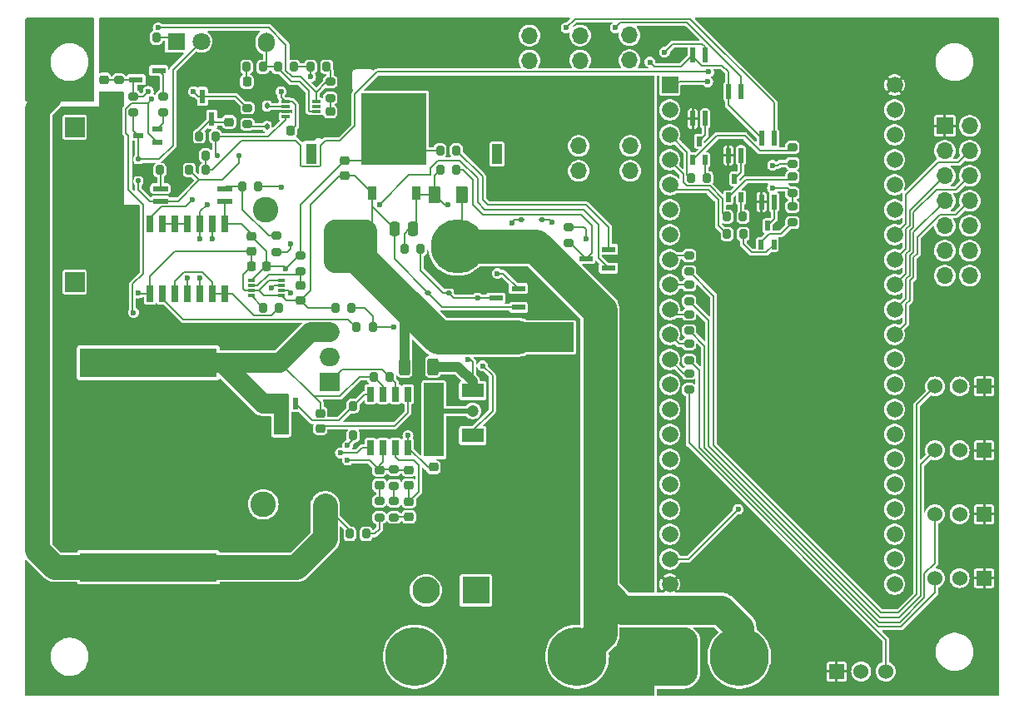
<source format=gbr>
%TF.GenerationSoftware,KiCad,Pcbnew,8.0.4*%
%TF.CreationDate,2024-08-13T21:05:31+09:00*%
%TF.ProjectId,chibarobo_board_2024,63686962-6172-46f6-926f-5f626f617264,rev?*%
%TF.SameCoordinates,Original*%
%TF.FileFunction,Copper,L2,Bot*%
%TF.FilePolarity,Positive*%
%FSLAX46Y46*%
G04 Gerber Fmt 4.6, Leading zero omitted, Abs format (unit mm)*
G04 Created by KiCad (PCBNEW 8.0.4) date 2024-08-13 21:05:31*
%MOMM*%
%LPD*%
G01*
G04 APERTURE LIST*
G04 Aperture macros list*
%AMRoundRect*
0 Rectangle with rounded corners*
0 $1 Rounding radius*
0 $2 $3 $4 $5 $6 $7 $8 $9 X,Y pos of 4 corners*
0 Add a 4 corners polygon primitive as box body*
4,1,4,$2,$3,$4,$5,$6,$7,$8,$9,$2,$3,0*
0 Add four circle primitives for the rounded corners*
1,1,$1+$1,$2,$3*
1,1,$1+$1,$4,$5*
1,1,$1+$1,$6,$7*
1,1,$1+$1,$8,$9*
0 Add four rect primitives between the rounded corners*
20,1,$1+$1,$2,$3,$4,$5,0*
20,1,$1+$1,$4,$5,$6,$7,0*
20,1,$1+$1,$6,$7,$8,$9,0*
20,1,$1+$1,$8,$9,$2,$3,0*%
%AMFreePoly0*
4,1,5,1.500000,-5.750000,-1.500000,-5.750000,-1.500000,5.750000,1.500000,5.750000,1.500000,-5.750000,1.500000,-5.750000,$1*%
%AMFreePoly1*
4,1,5,1.000000,-3.750000,-1.000000,-3.750000,-1.000000,3.750000,1.000000,3.750000,1.000000,-3.750000,1.000000,-3.750000,$1*%
G04 Aperture macros list end*
%TA.AperFunction,Conductor*%
%ADD10C,0.200000*%
%TD*%
%TA.AperFunction,ComponentPad*%
%ADD11R,1.000000X2.000000*%
%TD*%
%TA.AperFunction,ComponentPad*%
%ADD12RoundRect,1.375000X-1.375000X-1.375000X1.375000X-1.375000X1.375000X1.375000X-1.375000X1.375000X0*%
%TD*%
%TA.AperFunction,ComponentPad*%
%ADD13C,5.500000*%
%TD*%
%TA.AperFunction,ComponentPad*%
%ADD14R,1.524000X1.524000*%
%TD*%
%TA.AperFunction,ComponentPad*%
%ADD15C,1.524000*%
%TD*%
%TA.AperFunction,ComponentPad*%
%ADD16R,1.700000X1.700000*%
%TD*%
%TA.AperFunction,ComponentPad*%
%ADD17O,1.700000X1.700000*%
%TD*%
%TA.AperFunction,ComponentPad*%
%ADD18FreePoly0,180.000000*%
%TD*%
%TA.AperFunction,ComponentPad*%
%ADD19FreePoly1,180.000000*%
%TD*%
%TA.AperFunction,ComponentPad*%
%ADD20FreePoly0,270.000000*%
%TD*%
%TA.AperFunction,ComponentPad*%
%ADD21RoundRect,0.250000X-0.600000X-0.750000X0.600000X-0.750000X0.600000X0.750000X-0.600000X0.750000X0*%
%TD*%
%TA.AperFunction,ComponentPad*%
%ADD22O,1.700000X2.000000*%
%TD*%
%TA.AperFunction,ComponentPad*%
%ADD23RoundRect,1.500000X-1.500000X-1.500000X1.500000X-1.500000X1.500000X1.500000X-1.500000X1.500000X0*%
%TD*%
%TA.AperFunction,ComponentPad*%
%ADD24C,6.000000*%
%TD*%
%TA.AperFunction,ComponentPad*%
%ADD25R,2.800000X2.800000*%
%TD*%
%TA.AperFunction,ComponentPad*%
%ADD26O,2.800000X2.800000*%
%TD*%
%TA.AperFunction,WasherPad*%
%ADD27C,2.600000*%
%TD*%
%TA.AperFunction,ComponentPad*%
%ADD28R,1.665000X1.665000*%
%TD*%
%TA.AperFunction,ComponentPad*%
%ADD29C,1.665000*%
%TD*%
%TA.AperFunction,ComponentPad*%
%ADD30R,2.000000X1.905000*%
%TD*%
%TA.AperFunction,ComponentPad*%
%ADD31O,2.000000X1.905000*%
%TD*%
%TA.AperFunction,ComponentPad*%
%ADD32R,1.800000X1.800000*%
%TD*%
%TA.AperFunction,ComponentPad*%
%ADD33C,1.800000*%
%TD*%
%TA.AperFunction,SMDPad,CuDef*%
%ADD34RoundRect,0.200000X-0.275000X0.200000X-0.275000X-0.200000X0.275000X-0.200000X0.275000X0.200000X0*%
%TD*%
%TA.AperFunction,SMDPad,CuDef*%
%ADD35RoundRect,0.225000X0.250000X-0.225000X0.250000X0.225000X-0.250000X0.225000X-0.250000X-0.225000X0*%
%TD*%
%TA.AperFunction,SMDPad,CuDef*%
%ADD36R,0.500000X1.000000*%
%TD*%
%TA.AperFunction,SMDPad,CuDef*%
%ADD37RoundRect,0.225000X-0.250000X0.225000X-0.250000X-0.225000X0.250000X-0.225000X0.250000X0.225000X0*%
%TD*%
%TA.AperFunction,SMDPad,CuDef*%
%ADD38RoundRect,0.200000X-0.200000X-0.275000X0.200000X-0.275000X0.200000X0.275000X-0.200000X0.275000X0*%
%TD*%
%TA.AperFunction,SMDPad,CuDef*%
%ADD39R,0.850000X0.300000*%
%TD*%
%TA.AperFunction,ComponentPad*%
%ADD40R,1.600000X1.600000*%
%TD*%
%TA.AperFunction,ComponentPad*%
%ADD41C,1.600000*%
%TD*%
%TA.AperFunction,SMDPad,CuDef*%
%ADD42R,2.286000X1.397000*%
%TD*%
%TA.AperFunction,SMDPad,CuDef*%
%ADD43R,6.180000X5.690000*%
%TD*%
%TA.AperFunction,ComponentPad*%
%ADD44R,2.000000X2.000000*%
%TD*%
%TA.AperFunction,ComponentPad*%
%ADD45C,2.000000*%
%TD*%
%TA.AperFunction,SMDPad,CuDef*%
%ADD46R,1.000000X0.500000*%
%TD*%
%TA.AperFunction,SMDPad,CuDef*%
%ADD47RoundRect,0.137500X0.137500X-0.662500X0.137500X0.662500X-0.137500X0.662500X-0.137500X-0.662500X0*%
%TD*%
%TA.AperFunction,SMDPad,CuDef*%
%ADD48RoundRect,0.200000X0.200000X0.275000X-0.200000X0.275000X-0.200000X-0.275000X0.200000X-0.275000X0*%
%TD*%
%TA.AperFunction,SMDPad,CuDef*%
%ADD49R,0.700000X1.775000*%
%TD*%
%TA.AperFunction,SMDPad,CuDef*%
%ADD50RoundRect,0.225000X-0.225000X-0.250000X0.225000X-0.250000X0.225000X0.250000X-0.225000X0.250000X0*%
%TD*%
%TA.AperFunction,SMDPad,CuDef*%
%ADD51RoundRect,0.200000X0.275000X-0.200000X0.275000X0.200000X-0.275000X0.200000X-0.275000X-0.200000X0*%
%TD*%
%TA.AperFunction,SMDPad,CuDef*%
%ADD52RoundRect,0.112500X0.187500X0.112500X-0.187500X0.112500X-0.187500X-0.112500X0.187500X-0.112500X0*%
%TD*%
%TA.AperFunction,SMDPad,CuDef*%
%ADD53RoundRect,0.125000X0.125000X0.125000X-0.125000X0.125000X-0.125000X-0.125000X0.125000X-0.125000X0*%
%TD*%
%TA.AperFunction,SMDPad,CuDef*%
%ADD54RoundRect,0.250000X0.250000X0.475000X-0.250000X0.475000X-0.250000X-0.475000X0.250000X-0.475000X0*%
%TD*%
%TA.AperFunction,SMDPad,CuDef*%
%ADD55RoundRect,0.125000X0.125000X-0.125000X0.125000X0.125000X-0.125000X0.125000X-0.125000X-0.125000X0*%
%TD*%
%TA.AperFunction,SMDPad,CuDef*%
%ADD56R,1.450000X0.600000*%
%TD*%
%TA.AperFunction,SMDPad,CuDef*%
%ADD57RoundRect,0.225000X0.225000X0.250000X-0.225000X0.250000X-0.225000X-0.250000X0.225000X-0.250000X0*%
%TD*%
%TA.AperFunction,SMDPad,CuDef*%
%ADD58RoundRect,0.250000X-0.375000X-0.625000X0.375000X-0.625000X0.375000X0.625000X-0.375000X0.625000X0*%
%TD*%
%TA.AperFunction,SMDPad,CuDef*%
%ADD59RoundRect,0.250000X0.312500X0.625000X-0.312500X0.625000X-0.312500X-0.625000X0.312500X-0.625000X0*%
%TD*%
%TA.AperFunction,SMDPad,CuDef*%
%ADD60R,0.600000X1.450000*%
%TD*%
%TA.AperFunction,SMDPad,CuDef*%
%ADD61R,0.700000X1.525000*%
%TD*%
%TA.AperFunction,SMDPad,CuDef*%
%ADD62R,0.800000X0.300000*%
%TD*%
%TA.AperFunction,SMDPad,CuDef*%
%ADD63RoundRect,0.137500X-0.662500X-0.137500X0.662500X-0.137500X0.662500X0.137500X-0.662500X0.137500X0*%
%TD*%
%TA.AperFunction,SMDPad,CuDef*%
%ADD64RoundRect,0.112500X0.112500X-0.187500X0.112500X0.187500X-0.112500X0.187500X-0.112500X-0.187500X0*%
%TD*%
%TA.AperFunction,SMDPad,CuDef*%
%ADD65R,0.600000X1.200000*%
%TD*%
%TA.AperFunction,SMDPad,CuDef*%
%ADD66R,0.939800X1.320800*%
%TD*%
%TA.AperFunction,SMDPad,CuDef*%
%ADD67R,6.604000X7.315200*%
%TD*%
%TA.AperFunction,SMDPad,CuDef*%
%ADD68R,14.000000X3.000000*%
%TD*%
%TA.AperFunction,ViaPad*%
%ADD69C,0.600000*%
%TD*%
%TA.AperFunction,ViaPad*%
%ADD70C,1.200000*%
%TD*%
%TA.AperFunction,Conductor*%
%ADD71C,3.500000*%
%TD*%
%TA.AperFunction,Conductor*%
%ADD72C,3.000000*%
%TD*%
%TA.AperFunction,Conductor*%
%ADD73C,2.000000*%
%TD*%
%TA.AperFunction,Conductor*%
%ADD74C,2.500000*%
%TD*%
%TA.AperFunction,Conductor*%
%ADD75C,1.000000*%
%TD*%
%TA.AperFunction,Conductor*%
%ADD76C,0.500000*%
%TD*%
G04 APERTURE END LIST*
%TO.N,Net-(IC2-VSW)*%
D10*
X125839007Y-88838861D02*
X127201681Y-88838861D01*
X127201681Y-92839639D01*
X125839007Y-92839639D01*
X125839007Y-88838861D01*
%TA.AperFunction,Conductor*%
G36*
X125839007Y-88838861D02*
G01*
X127201681Y-88838861D01*
X127201681Y-92839639D01*
X125839007Y-92839639D01*
X125839007Y-88838861D01*
G37*
%TD.AperFunction*%
%TD*%
D11*
%TO.P,J16,*%
%TO.N,*%
X129550000Y-64350000D03*
X148450000Y-64350000D03*
D12*
%TO.P,J16,1,Pin_1*%
%TO.N,-BATT*%
X133550000Y-73750000D03*
D13*
%TO.P,J16,2,Pin_2*%
%TO.N,+BATT*%
X144450000Y-73750000D03*
%TD*%
D14*
%TO.P,J10,1,Pin_1*%
%TO.N,GND*%
X198000000Y-94500000D03*
D15*
%TO.P,J10,2,Pin_2*%
%TO.N,Net-(J10-Pin_2)*%
X195500000Y-94500000D03*
%TO.P,J10,3,Pin_3*%
%TO.N,Net-(J10-Pin_3)*%
X193000000Y-94500000D03*
%TD*%
D14*
%TO.P,J14,1,Pin_1*%
%TO.N,GND*%
X183000000Y-117000000D03*
D15*
%TO.P,J14,2,Pin_2*%
%TO.N,Net-(J14-Pin_2)*%
X185500000Y-117000000D03*
%TO.P,J14,3,Pin_3*%
%TO.N,Net-(J14-Pin_3)*%
X188000000Y-117000000D03*
%TD*%
D16*
%TO.P,J1,1,Pin_1*%
%TO.N,GND*%
X193997513Y-61494733D03*
D17*
%TO.P,J1,2,Pin_2*%
%TO.N,+5V*%
X196537513Y-61494733D03*
%TO.P,J1,3,Pin_3*%
%TO.N,+3.3V*%
X193997513Y-64034733D03*
%TO.P,J1,4,Pin_4*%
%TO.N,~{EMS}_{INFO}*%
X196537513Y-64034733D03*
%TO.P,J1,5,Pin_5*%
%TO.N,Net-(IC1-41)*%
X193997513Y-66574733D03*
%TO.P,J1,6,Pin_6*%
%TO.N,Net-(IC1-40)*%
X196537513Y-66574733D03*
%TO.P,J1,7,Pin_7*%
%TO.N,Net-(IC1-39)*%
X193997513Y-69114733D03*
%TO.P,J1,8,Pin_8*%
%TO.N,Net-(IC1-38)*%
X196537513Y-69114733D03*
%TO.P,J1,9,Pin_9*%
%TO.N,Net-(IC1-37)*%
X193997513Y-71654733D03*
%TO.P,J1,10,Pin_10*%
%TO.N,Net-(IC1-36)*%
X196537513Y-71654733D03*
%TO.P,J1,11,Pin_11*%
%TO.N,Net-(IC1-35)*%
X193997513Y-74194733D03*
%TO.P,J1,12,Pin_12*%
%TO.N,Net-(IC1-34)*%
X196537513Y-74194733D03*
%TO.P,J1,13,Pin_13*%
%TO.N,Net-(IC1-33)*%
X193997513Y-76734733D03*
%TO.P,J1,14,Pin_14*%
%TO.N,Net-(IC1-26)*%
X196537513Y-76734733D03*
%TD*%
D14*
%TO.P,J13,1,Pin_1*%
%TO.N,GND*%
X198000000Y-107500000D03*
D15*
%TO.P,J13,2,Pin_2*%
%TO.N,Net-(J13-Pin_2)*%
X195500000Y-107500000D03*
%TO.P,J13,3,Pin_3*%
%TO.N,Net-(J13-Pin_3)*%
X193000000Y-107500000D03*
%TD*%
D18*
%TO.P,K1,30*%
%TO.N,GNDPWR*%
X150500000Y-100900000D03*
D19*
%TO.P,K1,85*%
%TO.N,Net-(D8-A)*%
X142050000Y-91400000D03*
%TO.P,K1,86*%
%TO.N,+BATT*%
X158950000Y-91400000D03*
D20*
%TO.P,K1,87*%
%TO.N,-BATT*%
X150500000Y-83000000D03*
%TD*%
D21*
%TO.P,J15,1,Pin_1*%
%TO.N,GND*%
X122500000Y-53000000D03*
D22*
%TO.P,J15,2,Pin_2*%
%TO.N,Net-(IC5-2A)*%
X125000000Y-53000000D03*
%TD*%
D16*
%TO.P,J2,1,Pin_1*%
%TO.N,GNDPWR*%
X161948959Y-57363564D03*
D17*
%TO.P,J2,2,Pin_2*%
%TO.N,+7.5V*%
X161948959Y-54823564D03*
%TO.P,J2,3,Pin_3*%
%TO.N,Net-(J2-Pin_3)*%
X161948959Y-52283564D03*
%TD*%
D16*
%TO.P,J4,1,Pin_1*%
%TO.N,GNDPWR*%
X151768554Y-57385064D03*
D17*
%TO.P,J4,2,Pin_2*%
%TO.N,+7.5V*%
X151768554Y-54845064D03*
%TO.P,J4,3,Pin_3*%
%TO.N,Net-(J4-Pin_3)*%
X151768554Y-52305064D03*
%TD*%
D23*
%TO.P,J9,1,Pin_1*%
%TO.N,GNDPWR*%
X149400000Y-115500000D03*
D24*
%TO.P,J9,2,Pin_2*%
%TO.N,+BATT*%
X156600000Y-115500000D03*
%TD*%
D14*
%TO.P,J12,1,Pin_1*%
%TO.N,GND*%
X198000000Y-101000000D03*
D15*
%TO.P,J12,2,Pin_2*%
%TO.N,Net-(J12-Pin_2)*%
X195500000Y-101000000D03*
%TO.P,J12,3,Pin_3*%
%TO.N,Net-(J12-Pin_3)*%
X193000000Y-101000000D03*
%TD*%
D25*
%TO.P,D8,1,K*%
%TO.N,+BATT*%
X146319950Y-108748157D03*
D26*
%TO.P,D8,2,A*%
%TO.N,Net-(D8-A)*%
X141239950Y-108748157D03*
%TD*%
D23*
%TO.P,J11,1,Pin_1*%
%TO.N,GNDPWR*%
X132900000Y-115500000D03*
D24*
%TO.P,J11,2,Pin_2*%
%TO.N,+BATT*%
X140100000Y-115500000D03*
%TD*%
D16*
%TO.P,J6,1,Pin_1*%
%TO.N,GNDPWR*%
X156776836Y-61000178D03*
D17*
%TO.P,J6,2,Pin_2*%
%TO.N,+7.5V*%
X156776836Y-63540178D03*
%TO.P,J6,3,Pin_3*%
%TO.N,Net-(J6-Pin_3)*%
X156776836Y-66080178D03*
%TD*%
D27*
%TO.P,HS1,*%
%TO.N,*%
X124687500Y-100000000D03*
X124887500Y-70000000D03*
%TD*%
D16*
%TO.P,J5,1,Pin_1*%
%TO.N,GNDPWR*%
X162000000Y-61000000D03*
D17*
%TO.P,J5,2,Pin_2*%
%TO.N,+7.5V*%
X162000000Y-63540000D03*
%TO.P,J5,3,Pin_3*%
%TO.N,Net-(J5-Pin_3)*%
X162000000Y-66080000D03*
%TD*%
D28*
%TO.P,IC1,J111,3V3*%
%TO.N,+3.3V*%
X166035000Y-57325000D03*
D29*
%TO.P,IC1,J112,0*%
%TO.N,unconnected-(IC1-0-PadJ112)*%
X166035000Y-59865000D03*
%TO.P,IC1,J113,1*%
%TO.N,/Servo/Servo1*%
X166035000Y-62405000D03*
%TO.P,IC1,J114,2*%
%TO.N,/Servo/Servo2*%
X166035000Y-64945000D03*
%TO.P,IC1,J115,3*%
%TO.N,/Servo/Servo3*%
X166035000Y-67485000D03*
%TO.P,IC1,J116,4*%
%TO.N,/Servo/Servo4*%
X166035000Y-70025000D03*
%TO.P,IC1,J117,5*%
%TO.N,/Servo/Servo5*%
X166035000Y-72565000D03*
%TO.P,IC1,J118,6*%
%TO.N,/DCMotor/DIR1*%
X166035000Y-75105000D03*
%TO.P,IC1,J119,7*%
%TO.N,/DCMotor/DIR2*%
X166035000Y-77645000D03*
%TO.P,IC1,J120,8*%
%TO.N,/DCMotor/DIR3*%
X166035000Y-80185000D03*
%TO.P,IC1,J121,9*%
%TO.N,/DCMotor/DIR4*%
X166035000Y-82725000D03*
%TO.P,IC1,J122,10*%
%TO.N,/DCMotor/DIR5*%
X166035000Y-85265000D03*
%TO.P,IC1,J123,11*%
%TO.N,/DCMotor/PWM1*%
X166035000Y-87805000D03*
%TO.P,IC1,J124,12*%
%TO.N,/DCMotor/PWM2*%
X166035000Y-90345000D03*
%TO.P,IC1,J125,13*%
%TO.N,/DCMotor/PWM3*%
X166035000Y-92885000D03*
%TO.P,IC1,J126,14*%
%TO.N,/DCMotor/PWM4*%
X166035000Y-95425000D03*
%TO.P,IC1,J127,15*%
%TO.N,/DCMotor/PWM5*%
X166035000Y-97965000D03*
%TO.P,IC1,J128,16*%
%TO.N,unconnected-(IC1-16-PadJ128)*%
X166035000Y-100505000D03*
%TO.P,IC1,J129,17*%
%TO.N,unconnected-(IC1-17-PadJ129)*%
X166035000Y-103045000D03*
%TO.P,IC1,J130,5V*%
%TO.N,+5V*%
X166035000Y-105585000D03*
%TO.P,IC1,J131,G_1*%
%TO.N,GND*%
X166035000Y-108125000D03*
%TO.P,IC1,J311,G_2*%
X188895000Y-57325000D03*
%TO.P,IC1,J312,RST*%
%TO.N,unconnected-(IC1-RST-PadJ312)*%
X188895000Y-59865000D03*
%TO.P,IC1,J313,46*%
%TO.N,unconnected-(IC1-46-PadJ313)*%
X188895000Y-62405000D03*
%TO.P,IC1,J314,45*%
%TO.N,unconnected-(IC1-45-PadJ314)*%
X188895000Y-64945000D03*
%TO.P,IC1,J315,RX*%
%TO.N,unconnected-(IC1-RX-PadJ315)*%
X188895000Y-67485000D03*
%TO.P,IC1,J316,TX*%
%TO.N,unconnected-(IC1-TX-PadJ316)*%
X188895000Y-70025000D03*
%TO.P,IC1,J317,42*%
%TO.N,~{EMS}_{INFO}*%
X188895000Y-72565000D03*
%TO.P,IC1,J318,41*%
%TO.N,Net-(IC1-41)*%
X188895000Y-75105000D03*
%TO.P,IC1,J319,40*%
%TO.N,Net-(IC1-40)*%
X188895000Y-77645000D03*
%TO.P,IC1,J320,39*%
%TO.N,Net-(IC1-39)*%
X188895000Y-80185000D03*
%TO.P,IC1,J321,38*%
%TO.N,Net-(IC1-38)*%
X188895000Y-82725000D03*
%TO.P,IC1,J322,37*%
%TO.N,Net-(IC1-37)*%
X188895000Y-85265000D03*
%TO.P,IC1,J323,36*%
%TO.N,Net-(IC1-36)*%
X188895000Y-87805000D03*
%TO.P,IC1,J324,35*%
%TO.N,Net-(IC1-35)*%
X188895000Y-90345000D03*
%TO.P,IC1,J325,34*%
%TO.N,Net-(IC1-34)*%
X188895000Y-92885000D03*
%TO.P,IC1,J326,33*%
%TO.N,Net-(IC1-33)*%
X188895000Y-95425000D03*
%TO.P,IC1,J327,26*%
%TO.N,Net-(IC1-26)*%
X188895000Y-97965000D03*
%TO.P,IC1,J328,21*%
%TO.N,unconnected-(IC1-21-PadJ328)*%
X188895000Y-100505000D03*
%TO.P,IC1,J329,20*%
%TO.N,unconnected-(IC1-20-PadJ329)*%
X188895000Y-103045000D03*
%TO.P,IC1,J330,19*%
%TO.N,unconnected-(IC1-19-PadJ330)*%
X188895000Y-105585000D03*
%TO.P,IC1,J331,18*%
%TO.N,unconnected-(IC1-18-PadJ331)*%
X188895000Y-108125000D03*
%TD*%
D14*
%TO.P,J8,1,Pin_1*%
%TO.N,GND*%
X198000000Y-88000000D03*
D15*
%TO.P,J8,2,Pin_2*%
%TO.N,Net-(J8-Pin_2)*%
X195500000Y-88000000D03*
%TO.P,J8,3,Pin_3*%
%TO.N,Net-(J8-Pin_3)*%
X193000000Y-88000000D03*
%TD*%
D30*
%TO.P,Q1,1,G*%
%TO.N,Net-(IC2-HSDR)*%
X131445000Y-87540000D03*
D31*
%TO.P,Q1,2,D*%
%TO.N,+BATT*%
X131445000Y-85000000D03*
%TO.P,Q1,3,S*%
%TO.N,Net-(IC2-VSW)*%
X131445000Y-82460000D03*
%TD*%
D23*
%TO.P,J7,1,Pin_1*%
%TO.N,GNDPWR*%
X165900000Y-115500000D03*
D24*
%TO.P,J7,2,Pin_2*%
%TO.N,+BATT*%
X173100000Y-115500000D03*
%TD*%
D16*
%TO.P,J3,1,Pin_1*%
%TO.N,GNDPWR*%
X156911870Y-57369899D03*
D17*
%TO.P,J3,2,Pin_2*%
%TO.N,+7.5V*%
X156911870Y-54829899D03*
%TO.P,J3,3,Pin_3*%
%TO.N,Net-(J3-Pin_3)*%
X156911870Y-52289899D03*
%TD*%
D32*
%TO.P,D5,1,K*%
%TO.N,Net-(D5-K)*%
X115828498Y-52898960D03*
D33*
%TO.P,D5,2,A*%
%TO.N,Net-(D5-A)*%
X118368498Y-52898960D03*
%TD*%
D34*
%TO.P,R7,1*%
%TO.N,Net-(R6-Pad2)*%
X137989124Y-99681981D03*
%TO.P,R7,2*%
%TO.N,Net-(C3-Pad1)*%
X137989124Y-101331981D03*
%TD*%
D35*
%TO.P,C17,1*%
%TO.N,Net-(Q10-BASE)*%
X121213802Y-61097364D03*
%TO.P,C17,2*%
%TO.N,GND*%
X121213802Y-59547364D03*
%TD*%
D36*
%TO.P,Q3,1*%
%TO.N,Net-(Q3-Pad1)*%
X169650000Y-64950000D03*
%TO.P,Q3,2*%
%TO.N,Net-(Q3-Pad2)*%
X168350000Y-64950000D03*
%TO.P,Q3,3*%
%TO.N,Net-(Q3-Pad3)*%
X169000000Y-63050000D03*
%TD*%
D37*
%TO.P,C9,1*%
%TO.N,Net-(U6A-RCext)*%
X128500000Y-77725000D03*
%TO.P,C9,2*%
%TO.N,-BATT*%
X128500000Y-79275000D03*
%TD*%
%TO.P,C14,1*%
%TO.N,Net-(C14-Pad1)*%
X131491802Y-60035542D03*
%TO.P,C14,2*%
%TO.N,GND*%
X131491802Y-61585542D03*
%TD*%
D38*
%TO.P,R52,1*%
%TO.N,Net-(R52-Pad1)*%
X114175000Y-66000000D03*
%TO.P,R52,2*%
%TO.N,GND*%
X115825000Y-66000000D03*
%TD*%
D39*
%TO.P,IC5,1,1A*%
%TO.N,Net-(IC5-1A)*%
X130075000Y-59000000D03*
%TO.P,IC5,2,3Y*%
%TO.N,unconnected-(IC5-3Y-Pad2)*%
X130075000Y-59500000D03*
%TO.P,IC5,3,2A*%
%TO.N,Net-(IC5-2A)*%
X130075000Y-60000000D03*
%TO.P,IC5,4,GND*%
%TO.N,GND*%
X130075000Y-60500000D03*
%TO.P,IC5,5,2Y*%
%TO.N,/PowerSupply/EMS/EMBTN*%
X126925000Y-60500000D03*
%TO.P,IC5,6,3A*%
%TO.N,GND*%
X126925000Y-60000000D03*
%TO.P,IC5,7,1Y*%
%TO.N,/PowerSupply/EMS/OVERRIDE*%
X126925000Y-59500000D03*
%TO.P,IC5,8,VCC*%
%TO.N,+5V*%
X126925000Y-59000000D03*
%TD*%
D40*
%TO.P,C8,1*%
%TO.N,+7.5V*%
X131000000Y-100152651D03*
D41*
%TO.P,C8,2*%
%TO.N,GNDPWR*%
X131000000Y-96652651D03*
%TD*%
D42*
%TO.P,Q2,1*%
%TO.N,Net-(D10-K)*%
X146000000Y-93000000D03*
D43*
%TO.P,Q2,2*%
%TO.N,GNDPWR*%
X152436000Y-90714000D03*
D42*
%TO.P,Q2,3*%
%TO.N,Net-(Q12-BASE)*%
X146000000Y-88428000D03*
%TD*%
D44*
%TO.P,C5,1*%
%TO.N,+BATT*%
X105500000Y-77367677D03*
D45*
%TO.P,C5,2*%
%TO.N,GNDPWR*%
X105500000Y-72367677D03*
%TD*%
D46*
%TO.P,Q8,1*%
%TO.N,Net-(Q8-Pad1)*%
X113900000Y-61850000D03*
%TO.P,Q8,2*%
%TO.N,+5V*%
X113900000Y-63150000D03*
%TO.P,Q8,3*%
%TO.N,Net-(D5-A)*%
X112000000Y-62500000D03*
%TD*%
D34*
%TO.P,R61,1*%
%TO.N,Net-(D9-K)*%
X155787095Y-71776873D03*
%TO.P,R61,2*%
%TO.N,Net-(Q13-COLLECTOR)*%
X155787095Y-73426873D03*
%TD*%
D37*
%TO.P,C2,1*%
%TO.N,/ActuatorPowerSupply/FB*%
X139484104Y-96491895D03*
%TO.P,C2,2*%
%TO.N,/ActuatorPowerSupply/COMP*%
X139484104Y-98041895D03*
%TD*%
D34*
%TO.P,R19,1*%
%TO.N,+3.3V*%
X178500000Y-69675000D03*
%TO.P,R19,2*%
%TO.N,Net-(Q5-Pad2)*%
X178500000Y-71325000D03*
%TD*%
D47*
%TO.P,U1,1*%
%TO.N,Net-(Q3-Pad3)*%
X169635000Y-60750000D03*
%TO.P,U1,2*%
%TO.N,GND*%
X168365000Y-60750000D03*
%TO.P,U1,3*%
%TO.N,GNDPWR*%
X168365000Y-54250000D03*
%TO.P,U1,4*%
%TO.N,Net-(J2-Pin_3)*%
X169635000Y-54250000D03*
%TD*%
D48*
%TO.P,R3,1*%
%TO.N,/ActuatorPowerSupply/FB*%
X133825000Y-93000000D03*
%TO.P,R3,2*%
%TO.N,GNDPWR*%
X132175000Y-93000000D03*
%TD*%
D35*
%TO.P,C1,1*%
%TO.N,Net-(C1-Pad1)*%
X136500000Y-98050000D03*
%TO.P,C1,2*%
%TO.N,/ActuatorPowerSupply/FB*%
X136500000Y-96500000D03*
%TD*%
D48*
%TO.P,R48,1*%
%TO.N,Net-(D5-K)*%
X113825000Y-52500000D03*
%TO.P,R48,2*%
%TO.N,GND*%
X112175000Y-52500000D03*
%TD*%
D37*
%TO.P,C6,1*%
%TO.N,+BATT*%
X142000000Y-96225000D03*
%TO.P,C6,2*%
%TO.N,GNDPWR*%
X142000000Y-97775000D03*
%TD*%
D34*
%TO.P,R6,1*%
%TO.N,/ActuatorPowerSupply/FB*%
X138004623Y-96446313D03*
%TO.P,R6,2*%
%TO.N,Net-(R6-Pad2)*%
X138004623Y-98096313D03*
%TD*%
D38*
%TO.P,R1,1*%
%TO.N,+7.5V*%
X133500000Y-103000000D03*
%TO.P,R1,2*%
%TO.N,Net-(R1-Pad2)*%
X135150000Y-103000000D03*
%TD*%
D49*
%TO.P,IC3,1,1A*%
%TO.N,/PowerSupply/WMUP*%
X120810000Y-78538000D03*
%TO.P,IC3,2,1B*%
X119540000Y-78538000D03*
%TO.P,IC3,3,1Y*%
%TO.N,Net-(IC3-1Y)*%
X118270000Y-78538000D03*
%TO.P,IC3,4,2A*%
%TO.N,/PowerSupply/~{EMS}*%
X117000000Y-78538000D03*
%TO.P,IC3,5,2B*%
%TO.N,/PowerSupply/WMUP*%
X115730000Y-78538000D03*
%TO.P,IC3,6,2Y*%
%TO.N,/PowerSupply/~{SS}*%
X114460000Y-78538000D03*
%TO.P,IC3,7,GND*%
%TO.N,-BATT*%
X113190000Y-78538000D03*
%TO.P,IC3,8,3Y*%
%TO.N,MS*%
X113190000Y-71462000D03*
%TO.P,IC3,9,3A*%
%TO.N,Net-(IC3-3A)*%
X114460000Y-71462000D03*
%TO.P,IC3,10,3B*%
X115730000Y-71462000D03*
%TO.P,IC3,11,4Y*%
X117000000Y-71462000D03*
%TO.P,IC3,12,4A*%
%TO.N,/PowerSupply/~{EMS}*%
X118270000Y-71462000D03*
%TO.P,IC3,13,4B*%
%TO.N,Net-(IC3-1Y)*%
X119540000Y-71462000D03*
%TO.P,IC3,14,VCC*%
%TO.N,/PowerSupply/LOGPWR*%
X120810000Y-71462000D03*
%TD*%
D50*
%TO.P,C18,1*%
%TO.N,+5V*%
X127450000Y-62000000D03*
%TO.P,C18,2*%
%TO.N,GND*%
X129000000Y-62000000D03*
%TD*%
D51*
%TO.P,R42,1*%
%TO.N,Net-(D4-K)*%
X123075000Y-61325000D03*
%TO.P,R42,2*%
%TO.N,Net-(Q10-COLLECTOR)*%
X123075000Y-59675000D03*
%TD*%
D34*
%TO.P,R37,1*%
%TO.N,/PowerSupply/LOGPWR*%
X128500000Y-74675000D03*
%TO.P,R37,2*%
%TO.N,Net-(U6A-RCext)*%
X128500000Y-76325000D03*
%TD*%
D36*
%TO.P,Q5,1*%
%TO.N,Net-(Q5-Pad1)*%
X176618196Y-73548876D03*
%TO.P,Q5,2*%
%TO.N,Net-(Q5-Pad2)*%
X175318196Y-73548876D03*
%TO.P,Q5,3*%
%TO.N,Net-(Q5-Pad3)*%
X175968196Y-71648876D03*
%TD*%
D38*
%TO.P,R59,1*%
%TO.N,/PowerSupply/LOGPWR*%
X142675000Y-64000000D03*
%TO.P,R59,2*%
%TO.N,Net-(Q13-BASE)*%
X144325000Y-64000000D03*
%TD*%
%TO.P,R49,1*%
%TO.N,Net-(Q10-BASE)*%
X118175000Y-62557176D03*
%TO.P,R49,2*%
%TO.N,/PowerSupply/EMS/EMBTN*%
X119825000Y-62557176D03*
%TD*%
%TO.P,R18,1*%
%TO.N,/Servo/Servo3*%
X171850000Y-72500000D03*
%TO.P,R18,2*%
%TO.N,Net-(Q5-Pad1)*%
X173500000Y-72500000D03*
%TD*%
D35*
%TO.P,C7,1*%
%TO.N,Net-(IC2-BST)*%
X130500000Y-92275000D03*
%TO.P,C7,2*%
%TO.N,Net-(IC2-VSW)*%
X130500000Y-90725000D03*
%TD*%
D38*
%TO.P,R57,1*%
%TO.N,/PowerSupply/SAFE_+BATT*%
X139042214Y-74029487D03*
%TO.P,R57,2*%
%TO.N,Net-(D10-K)*%
X140692214Y-74029487D03*
%TD*%
D52*
%TO.P,D9,1,K*%
%TO.N,Net-(D9-K)*%
X153054674Y-71055664D03*
%TO.P,D9,2,A*%
%TO.N,-BATT*%
X150954674Y-71055664D03*
%TD*%
D35*
%TO.P,C15,1*%
%TO.N,Net-(Q10-COLLECTOR)*%
X108500000Y-56775000D03*
%TO.P,C15,2*%
%TO.N,GND*%
X108500000Y-55225000D03*
%TD*%
D38*
%TO.P,R50,1*%
%TO.N,Net-(D6-K)*%
X117175000Y-66000000D03*
%TO.P,R50,2*%
%TO.N,~{EMS}_{INFO}*%
X118825000Y-66000000D03*
%TD*%
D37*
%TO.P,C10,1*%
%TO.N,/PowerSupply/LOGPWR*%
X133000000Y-65000000D03*
%TO.P,C10,2*%
%TO.N,-BATT*%
X133000000Y-66550000D03*
%TD*%
D53*
%TO.P,D7,1,K*%
%TO.N,Net-(D6-K)*%
X122206320Y-64500000D03*
%TO.P,D7,2,A*%
%TO.N,/PowerSupply/EMS/EMBTN*%
X120006320Y-64500000D03*
%TD*%
D37*
%TO.P,C13,1*%
%TO.N,/PowerSupply/LOGPWR*%
X123500000Y-72725000D03*
%TO.P,C13,2*%
%TO.N,-BATT*%
X123500000Y-74275000D03*
%TD*%
D44*
%TO.P,C4,1*%
%TO.N,+BATT*%
X105500000Y-61632323D03*
D45*
%TO.P,C4,2*%
%TO.N,GNDPWR*%
X105500000Y-66632323D03*
%TD*%
D38*
%TO.P,R12,1*%
%TO.N,/Servo/Servo1*%
X168180651Y-66829614D03*
%TO.P,R12,2*%
%TO.N,Net-(Q3-Pad1)*%
X169830651Y-66829614D03*
%TD*%
D36*
%TO.P,Q4,1*%
%TO.N,Net-(Q4-Pad1)*%
X173270991Y-68789091D03*
%TO.P,Q4,2*%
%TO.N,Net-(Q4-Pad2)*%
X171970991Y-68789091D03*
%TO.P,Q4,3*%
%TO.N,Net-(Q4-Pad3)*%
X172620991Y-66889091D03*
%TD*%
D51*
%TO.P,R13,1*%
%TO.N,+3.3V*%
X178500000Y-65325000D03*
%TO.P,R13,2*%
%TO.N,Net-(Q3-Pad2)*%
X178500000Y-63675000D03*
%TD*%
D54*
%TO.P,C12,1*%
%TO.N,/PowerSupply/SAFE_+BATT*%
X139950000Y-72000000D03*
%TO.P,C12,2*%
%TO.N,-BATT*%
X138050000Y-72000000D03*
%TD*%
D51*
%TO.P,R2,1*%
%TO.N,Net-(R1-Pad2)*%
X136500000Y-101325000D03*
%TO.P,R2,2*%
%TO.N,Net-(C1-Pad1)*%
X136500000Y-99675000D03*
%TD*%
D55*
%TO.P,D6,1,K*%
%TO.N,Net-(D6-K)*%
X112000000Y-67100000D03*
%TO.P,D6,2,A*%
%TO.N,Net-(D5-A)*%
X112000000Y-64900000D03*
%TD*%
D38*
%TO.P,R40,1*%
%TO.N,+5V*%
X129500000Y-55500000D03*
%TO.P,R40,2*%
%TO.N,Net-(IC5-1A)*%
X131150000Y-55500000D03*
%TD*%
D56*
%TO.P,Q13,1,BASE*%
%TO.N,Net-(Q13-BASE)*%
X159800000Y-74050000D03*
%TO.P,Q13,2,EMITTER*%
%TO.N,MS*%
X159800000Y-75950000D03*
%TO.P,Q13,3,COLLECTOR*%
%TO.N,Net-(Q13-COLLECTOR)*%
X157500000Y-75000000D03*
%TD*%
D38*
%TO.P,R60,1*%
%TO.N,/PowerSupply/SAFE_+BATT*%
X142675000Y-66000000D03*
%TO.P,R60,2*%
%TO.N,Net-(Q13-COLLECTOR)*%
X144325000Y-66000000D03*
%TD*%
D34*
%TO.P,R29,1*%
%TO.N,/DCMotor/DIR2*%
X168000000Y-77675000D03*
%TO.P,R29,2*%
%TO.N,Net-(J10-Pin_3)*%
X168000000Y-79325000D03*
%TD*%
D51*
%TO.P,R47,1*%
%TO.N,Net-(Q8-Pad1)*%
X114500000Y-60150000D03*
%TO.P,R47,2*%
%TO.N,Net-(Q9-COLLECTOR)*%
X114500000Y-58500000D03*
%TD*%
D57*
%TO.P,C11,1*%
%TO.N,/PowerSupply/LOGPWR*%
X125032379Y-75790854D03*
%TO.P,C11,2*%
%TO.N,-BATT*%
X123482379Y-75790854D03*
%TD*%
D34*
%TO.P,R44,1*%
%TO.N,GND*%
X110000000Y-55175000D03*
%TO.P,R44,2*%
%TO.N,Net-(Q10-COLLECTOR)*%
X110000000Y-56825000D03*
%TD*%
%TO.P,R31,1*%
%TO.N,/DCMotor/DIR3*%
X168000000Y-80675000D03*
%TO.P,R31,2*%
%TO.N,Net-(J12-Pin_3)*%
X168000000Y-82325000D03*
%TD*%
D47*
%TO.P,U3,1*%
%TO.N,Net-(Q5-Pad3)*%
X176635000Y-69250000D03*
%TO.P,U3,2*%
%TO.N,GND*%
X175365000Y-69250000D03*
%TO.P,U3,3*%
%TO.N,GNDPWR*%
X175365000Y-62750000D03*
%TO.P,U3,4*%
%TO.N,Net-(J4-Pin_3)*%
X176635000Y-62750000D03*
%TD*%
D50*
%TO.P,C16,1*%
%TO.N,Net-(C16-Pad1)*%
X123035342Y-57008178D03*
%TO.P,C16,2*%
%TO.N,GND*%
X124585342Y-57008178D03*
%TD*%
D56*
%TO.P,Q11,1,BASE*%
%TO.N,Net-(Q11-BASE)*%
X150650000Y-78050000D03*
%TO.P,Q11,2,EMITTER*%
%TO.N,-BATT*%
X150650000Y-79950000D03*
%TO.P,Q11,3,COLLECTOR*%
%TO.N,Net-(D10-K)*%
X148350000Y-79000000D03*
%TD*%
D34*
%TO.P,R33,1*%
%TO.N,/DCMotor/DIR4*%
X168000000Y-83675000D03*
%TO.P,R33,2*%
%TO.N,Net-(J13-Pin_3)*%
X168000000Y-85325000D03*
%TD*%
%TO.P,R27,1*%
%TO.N,/DCMotor/DIR1*%
X168000000Y-74675000D03*
%TO.P,R27,2*%
%TO.N,Net-(J8-Pin_3)*%
X168000000Y-76325000D03*
%TD*%
D58*
%TO.P,F1,1*%
%TO.N,/PowerSupply/SAFE_+BATT*%
X142100000Y-68500000D03*
%TO.P,F1,2*%
%TO.N,+BATT*%
X144900000Y-68500000D03*
%TD*%
D38*
%TO.P,R15,1*%
%TO.N,/Servo/Servo2*%
X171830768Y-70735149D03*
%TO.P,R15,2*%
%TO.N,Net-(Q4-Pad1)*%
X173480768Y-70735149D03*
%TD*%
D34*
%TO.P,R35,1*%
%TO.N,/DCMotor/DIR5*%
X168000000Y-86675000D03*
%TO.P,R35,2*%
%TO.N,Net-(J14-Pin_3)*%
X168000000Y-88325000D03*
%TD*%
D59*
%TO.P,R58,1*%
%TO.N,Net-(Q12-BASE)*%
X141962500Y-86000000D03*
%TO.P,R58,2*%
%TO.N,-BATT*%
X139037500Y-86000000D03*
%TD*%
D34*
%TO.P,R41,1*%
%TO.N,Net-(IC5-1A)*%
X131500000Y-57000000D03*
%TO.P,R41,2*%
%TO.N,Net-(C14-Pad1)*%
X131500000Y-58650000D03*
%TD*%
D38*
%TO.P,R55,1*%
%TO.N,/PowerSupply/~{SS}*%
X134175000Y-82000000D03*
%TO.P,R55,2*%
%TO.N,Net-(Q11-BASE)*%
X135825000Y-82000000D03*
%TD*%
D48*
%TO.P,R9,1*%
%TO.N,Net-(IC2-LSDR)*%
X133825000Y-90000000D03*
%TO.P,R9,2*%
%TO.N,GNDPWR*%
X132175000Y-90000000D03*
%TD*%
D34*
%TO.P,R54,1*%
%TO.N,Net-(R53-Pad1)*%
X126000000Y-72686152D03*
%TO.P,R54,2*%
%TO.N,/PowerSupply/~{EMS}*%
X126000000Y-74336152D03*
%TD*%
D60*
%TO.P,Q10,1,BASE*%
%TO.N,Net-(Q10-BASE)*%
X119450000Y-60800000D03*
%TO.P,Q10,2,EMITTER*%
%TO.N,GND*%
X117550000Y-60800000D03*
%TO.P,Q10,3,COLLECTOR*%
%TO.N,Net-(Q10-COLLECTOR)*%
X118500000Y-58500000D03*
%TD*%
D48*
%TO.P,R45,1*%
%TO.N,+5V*%
X127825000Y-55500000D03*
%TO.P,R45,2*%
%TO.N,Net-(IC5-2A)*%
X126175000Y-55500000D03*
%TD*%
D51*
%TO.P,R16,1*%
%TO.N,+3.3V*%
X178500000Y-68325000D03*
%TO.P,R16,2*%
%TO.N,Net-(Q4-Pad2)*%
X178500000Y-66675000D03*
%TD*%
D52*
%TO.P,D10,1,K*%
%TO.N,Net-(D10-K)*%
X143550000Y-78500000D03*
%TO.P,D10,2,A*%
%TO.N,-BATT*%
X141450000Y-78500000D03*
%TD*%
D61*
%TO.P,IC2,1,VCC*%
%TO.N,+BATT*%
X139405000Y-94212000D03*
%TO.P,IC2,2,COMP*%
%TO.N,/ActuatorPowerSupply/COMP*%
X138135000Y-94212000D03*
%TO.P,IC2,3,FB*%
%TO.N,/ActuatorPowerSupply/FB*%
X136865000Y-94212000D03*
%TO.P,IC2,4,GND*%
%TO.N,Net-(IC2-GND)*%
X135595000Y-94212000D03*
%TO.P,IC2,5,LSDR*%
%TO.N,Net-(IC2-LSDR)*%
X135595000Y-88788000D03*
%TO.P,IC2,6,VSW*%
%TO.N,Net-(IC2-VSW)*%
X136865000Y-88788000D03*
%TO.P,IC2,7,HSDR*%
%TO.N,Net-(IC2-HSDR)*%
X138135000Y-88788000D03*
%TO.P,IC2,8,BST*%
%TO.N,Net-(IC2-BST)*%
X139405000Y-88788000D03*
%TD*%
D38*
%TO.P,R39,1*%
%TO.N,Net-(U6A-Q)*%
X124675000Y-80000000D03*
%TO.P,R39,2*%
%TO.N,/PowerSupply/WMUP*%
X126325000Y-80000000D03*
%TD*%
D62*
%TO.P,U6,1,~{A}*%
%TO.N,-BATT*%
X126550000Y-77250000D03*
%TO.P,U6,2,B*%
%TO.N,/PowerSupply/~{EMS}*%
X126550000Y-77750000D03*
%TO.P,U6,3,~{CLR}*%
%TO.N,Net-(U6A-~{CLR})*%
X126550000Y-78250000D03*
%TO.P,U6,4,GND*%
%TO.N,-BATT*%
X126550000Y-78750000D03*
%TO.P,U6,5,Q*%
%TO.N,Net-(U6A-Q)*%
X123450000Y-78750000D03*
%TO.P,U6,6,Cext*%
%TO.N,-BATT*%
X123450000Y-78250000D03*
%TO.P,U6,7,RCext*%
%TO.N,Net-(U6A-RCext)*%
X123450000Y-77750000D03*
%TO.P,U6,8,VCC*%
%TO.N,/PowerSupply/LOGPWR*%
X123450000Y-77250000D03*
%TD*%
D63*
%TO.P,U7,1*%
%TO.N,Net-(D6-K)*%
X114250000Y-69135000D03*
%TO.P,U7,2*%
%TO.N,Net-(R52-Pad1)*%
X114250000Y-67865000D03*
%TO.P,U7,3*%
%TO.N,Net-(R53-Pad1)*%
X120750000Y-67865000D03*
%TO.P,U7,4*%
%TO.N,/PowerSupply/LOGPWR*%
X120750000Y-69135000D03*
%TD*%
D64*
%TO.P,D4,1,K*%
%TO.N,Net-(D4-K)*%
X125075000Y-61550000D03*
%TO.P,D4,2,A*%
%TO.N,/PowerSupply/EMS/OVERRIDE*%
X125075000Y-59450000D03*
%TD*%
D48*
%TO.P,R46,1*%
%TO.N,Net-(IC5-2A)*%
X124650000Y-55500000D03*
%TO.P,R46,2*%
%TO.N,Net-(C16-Pad1)*%
X123000000Y-55500000D03*
%TD*%
D35*
%TO.P,C3,1*%
%TO.N,Net-(C3-Pad1)*%
X139492501Y-101270049D03*
%TO.P,C3,2*%
%TO.N,/ActuatorPowerSupply/COMP*%
X139492501Y-99720049D03*
%TD*%
D47*
%TO.P,U2,1*%
%TO.N,Net-(Q4-Pad3)*%
X173270000Y-64500000D03*
%TO.P,U2,2*%
%TO.N,GND*%
X172000000Y-64500000D03*
%TO.P,U2,3*%
%TO.N,GNDPWR*%
X172000000Y-58000000D03*
%TO.P,U2,4*%
%TO.N,Net-(J3-Pin_3)*%
X173270000Y-58000000D03*
%TD*%
D34*
%TO.P,R43,1*%
%TO.N,Net-(Q10-COLLECTOR)*%
X111500000Y-58500000D03*
%TO.P,R43,2*%
%TO.N,Net-(D5-A)*%
X111500000Y-60150000D03*
%TD*%
D65*
%TO.P,U8,1,DRAIN_1*%
%TO.N,Net-(IC2-VSW)*%
X126050000Y-89750000D03*
%TO.P,U8,2,DRAIN_2*%
X127000000Y-89750000D03*
%TO.P,U8,3,GATE*%
%TO.N,Net-(IC2-LSDR)*%
X127950000Y-89750000D03*
%TO.P,U8,4,SOURCE*%
%TO.N,GNDPWR*%
X127950000Y-92250000D03*
%TO.P,U8,5,DRAIN_3*%
%TO.N,Net-(IC2-VSW)*%
X127000000Y-92250000D03*
%TO.P,U8,6,DRAIN_4*%
X126050000Y-92250000D03*
%TD*%
D48*
%TO.P,R56,1*%
%TO.N,Net-(Q11-BASE)*%
X133650000Y-80000000D03*
%TO.P,R56,2*%
%TO.N,-BATT*%
X132000000Y-80000000D03*
%TD*%
%TO.P,R8,1*%
%TO.N,Net-(IC2-HSDR)*%
X137551657Y-87032933D03*
%TO.P,R8,2*%
%TO.N,Net-(IC2-VSW)*%
X135901657Y-87032933D03*
%TD*%
D66*
%TO.P,IC4,1,IN*%
%TO.N,/PowerSupply/SAFE_+BATT*%
X140260600Y-68299200D03*
D67*
%TO.P,IC4,2,OUT*%
%TO.N,/PowerSupply/LOGPWR*%
X138000000Y-61847600D03*
D66*
%TO.P,IC4,3,GND*%
%TO.N,-BATT*%
X135739400Y-68299200D03*
%TD*%
D68*
%TO.P,L1,1*%
%TO.N,Net-(IC2-VSW)*%
X113000000Y-85600000D03*
%TO.P,L1,2*%
%TO.N,+7.5V*%
X113000000Y-106400000D03*
%TD*%
D38*
%TO.P,R53,1*%
%TO.N,Net-(R53-Pad1)*%
X122538694Y-67672970D03*
%TO.P,R53,2*%
%TO.N,-BATT*%
X124188694Y-67672970D03*
%TD*%
D56*
%TO.P,Q9,1,BASE*%
%TO.N,Net-(Q10-COLLECTOR)*%
X111750000Y-56800000D03*
%TO.P,Q9,2,EMITTER*%
%TO.N,GND*%
X111750000Y-54900000D03*
%TO.P,Q9,3,COLLECTOR*%
%TO.N,Net-(Q9-COLLECTOR)*%
X114050000Y-55850000D03*
%TD*%
D48*
%TO.P,R51,1*%
%TO.N,~{EMS}_{INFO}*%
X118825904Y-64495647D03*
%TO.P,R51,2*%
%TO.N,GND*%
X117175904Y-64495647D03*
%TD*%
D69*
%TO.N,GND*%
X170000000Y-113000000D03*
X170500000Y-119000000D03*
X176500000Y-118500000D03*
X168000000Y-106500000D03*
X172000000Y-107500000D03*
X179500000Y-114000000D03*
X191000000Y-117000000D03*
X198500000Y-116500000D03*
X198500000Y-112000000D03*
X180000000Y-52500000D03*
X185500000Y-53000000D03*
X199000000Y-75500000D03*
X198500000Y-67000000D03*
X194500000Y-80500000D03*
X196500000Y-82000000D03*
%TO.N,GNDPWR*%
X153000000Y-102000000D03*
X149500000Y-86000000D03*
X153500000Y-86500000D03*
X144500000Y-97000000D03*
X144000000Y-103500000D03*
X102000000Y-117500000D03*
X102500000Y-110500000D03*
X111000000Y-118000000D03*
X126000000Y-111500000D03*
X119500000Y-115000000D03*
X137000000Y-118000000D03*
X131500000Y-106000000D03*
X125500000Y-114500000D03*
X127500000Y-116500000D03*
X130000000Y-110500000D03*
X132000000Y-108500000D03*
X112500000Y-113000000D03*
X122000000Y-111500000D03*
X121500000Y-117500000D03*
X115500000Y-114500000D03*
X112500000Y-110500000D03*
X113500000Y-94500000D03*
X120000000Y-91000000D03*
X121500000Y-94500000D03*
X119000000Y-102000000D03*
X107000000Y-96000000D03*
X110500000Y-100000000D03*
X115000000Y-96500000D03*
X114000000Y-90500000D03*
X106000000Y-91000000D03*
X106500000Y-80000000D03*
X105000000Y-83000000D03*
X122000000Y-84000000D03*
X113500000Y-81500000D03*
X118000000Y-90000000D03*
X109000000Y-69500000D03*
X105000000Y-70000000D03*
X107000000Y-68000000D03*
X107500000Y-64500000D03*
X109500000Y-65000000D03*
X154500000Y-98500000D03*
X156500000Y-103500000D03*
%TO.N,GND*%
X197000000Y-59000000D03*
X191000000Y-53000000D03*
X178500000Y-54500000D03*
X183500000Y-57000000D03*
X182000000Y-63500000D03*
X178500000Y-75500000D03*
X181500000Y-85000000D03*
X178500000Y-101000000D03*
X184500000Y-105000000D03*
X183000000Y-99500000D03*
X177000000Y-95000000D03*
X183000000Y-89500000D03*
X174000000Y-79500000D03*
X176500000Y-86000000D03*
X183500000Y-78500000D03*
X183000000Y-69500000D03*
X179500000Y-59500000D03*
%TO.N,/ActuatorPowerSupply/FB*%
X133250000Y-94000000D03*
X133250000Y-95500000D03*
%TO.N,GNDPWR*%
X162500000Y-106000000D03*
X161500000Y-105000000D03*
X162500000Y-103000000D03*
X161500000Y-98000000D03*
X161500000Y-96000000D03*
X163500000Y-83000000D03*
X161500000Y-97000000D03*
X162500000Y-102000000D03*
X162500000Y-91000000D03*
X161500000Y-79000000D03*
X162500000Y-92000000D03*
X162500000Y-85000000D03*
X161500000Y-103000000D03*
X162500000Y-96000000D03*
X163500000Y-91000000D03*
X131347155Y-89706143D03*
X161500000Y-85000000D03*
X131492466Y-93227365D03*
X161500000Y-88000000D03*
X163500000Y-103000000D03*
X163500000Y-102000000D03*
X161500000Y-107000000D03*
X162500000Y-97000000D03*
X162500000Y-98000000D03*
X161500000Y-101000000D03*
X163500000Y-95000000D03*
X163500000Y-87000000D03*
X163500000Y-93000000D03*
X162500000Y-100000000D03*
X161500000Y-86000000D03*
X163500000Y-89000000D03*
X162500000Y-87000000D03*
X162500000Y-82000000D03*
X161500000Y-95000000D03*
X161500000Y-99000000D03*
X161500000Y-76000000D03*
X153991253Y-65000000D03*
X162500000Y-88000000D03*
X164021570Y-55000000D03*
X163500000Y-107000000D03*
X161500000Y-78000000D03*
X162500000Y-86000000D03*
X163500000Y-106000000D03*
X163500000Y-100000000D03*
X161500000Y-102000000D03*
X163500000Y-92000000D03*
X162500000Y-105000000D03*
X163500000Y-104000000D03*
X161500000Y-104000000D03*
X138650127Y-90098317D03*
X163500000Y-105000000D03*
X163500000Y-97000000D03*
X163500000Y-86000000D03*
X161500000Y-94000000D03*
X161500000Y-93000000D03*
X162500000Y-80000000D03*
X161500000Y-106000000D03*
X163500000Y-82000000D03*
X163500000Y-78000000D03*
X162500000Y-81000000D03*
X162500000Y-104000000D03*
X161500000Y-89000000D03*
X161500000Y-87000000D03*
X162500000Y-107000000D03*
X163500000Y-81000000D03*
X163500000Y-99000000D03*
X163500000Y-101000000D03*
X162500000Y-95000000D03*
X162500000Y-78000000D03*
X138000000Y-90723156D03*
X163500000Y-80000000D03*
X131500000Y-90752384D03*
X161500000Y-80000000D03*
X163500000Y-88000000D03*
X161500000Y-82000000D03*
X161500000Y-92000000D03*
X162500000Y-89000000D03*
X161500000Y-100000000D03*
X161500000Y-91000000D03*
X162500000Y-79000000D03*
X163500000Y-85000000D03*
X162500000Y-83000000D03*
X163500000Y-98000000D03*
X162500000Y-99000000D03*
X163500000Y-94000000D03*
X162500000Y-93000000D03*
X163500000Y-79000000D03*
X163500000Y-90000000D03*
X162500000Y-101000000D03*
X162500000Y-94000000D03*
X163500000Y-96000000D03*
X161500000Y-84000000D03*
X163500000Y-84000000D03*
X161500000Y-90000000D03*
X162500000Y-90000000D03*
X161500000Y-81000000D03*
X164000000Y-57000000D03*
X162500000Y-84000000D03*
X161500000Y-83000000D03*
%TO.N,+BATT*%
X139405000Y-93000000D03*
%TO.N,+7.5V*%
X105000000Y-52000000D03*
X106000000Y-58500000D03*
X101000000Y-57500000D03*
X103000000Y-57500000D03*
X106000000Y-52000000D03*
X104000000Y-57500000D03*
X101000000Y-54000000D03*
X103000000Y-52000000D03*
X101000000Y-51000000D03*
X102000000Y-56000000D03*
X107000000Y-58500000D03*
X101000000Y-55000000D03*
X101000000Y-56000000D03*
X107000000Y-52000000D03*
X103000000Y-51000000D03*
X101000000Y-58500000D03*
X101000000Y-53000000D03*
X106000000Y-51000000D03*
X102000000Y-54000000D03*
X106000000Y-57500000D03*
X104000000Y-58500000D03*
X104000000Y-51000000D03*
X105000000Y-58500000D03*
X107000000Y-51000000D03*
X102000000Y-52000000D03*
X107000000Y-57500000D03*
X104000000Y-52000000D03*
X101000000Y-52000000D03*
X102000000Y-58500000D03*
X102000000Y-53000000D03*
X102000000Y-51000000D03*
X102000000Y-57500000D03*
X105000000Y-57500000D03*
X102000000Y-55000000D03*
X103000000Y-58500000D03*
X105000000Y-51000000D03*
%TO.N,-BATT*%
X112000000Y-78500000D03*
X149959882Y-71355126D03*
X126500000Y-67699177D03*
%TO.N,/PowerSupply/LOGPWR*%
X127000000Y-76000000D03*
%TO.N,/PowerSupply/SAFE_+BATT*%
X143500000Y-69500000D03*
%TO.N,GND*%
X168000000Y-58000000D03*
X169500000Y-74000000D03*
X165561396Y-51807678D03*
X174500000Y-65500000D03*
X168500000Y-73000000D03*
X167500000Y-62000000D03*
X169000000Y-59000000D03*
X166000000Y-52500000D03*
X171700206Y-52090415D03*
X170498966Y-50856884D03*
X168000000Y-72000000D03*
X170000000Y-73000000D03*
X171000000Y-61000000D03*
X170000000Y-59000000D03*
X167500000Y-60000000D03*
X165000000Y-76500000D03*
X110000000Y-51500000D03*
X172862696Y-52051666D03*
X169297726Y-50831051D03*
X166976817Y-54705637D03*
X169500000Y-75000000D03*
X167500000Y-61000000D03*
X170500000Y-74000000D03*
X170726556Y-72550632D03*
X172281451Y-52678119D03*
X171700206Y-50882717D03*
X165013501Y-54741158D03*
X170000000Y-69000000D03*
X172255618Y-51496254D03*
X167000000Y-52500000D03*
X171096874Y-51419788D03*
X166079117Y-54705637D03*
X172875613Y-50869801D03*
X170000000Y-72000000D03*
X170500000Y-60000000D03*
X175500000Y-66000000D03*
X169911263Y-51418754D03*
X169000000Y-72000000D03*
X168000000Y-59000000D03*
X166488518Y-51776104D03*
X167500000Y-63000000D03*
X173500000Y-51500000D03*
X174018728Y-50889175D03*
X167450084Y-51807678D03*
X166500000Y-54000000D03*
X170500000Y-52000000D03*
X172000000Y-61500000D03*
X174500000Y-68000000D03*
X171047920Y-52626453D03*
X169000000Y-58000000D03*
X167500000Y-54000000D03*
X171500000Y-66000000D03*
X167500000Y-73500000D03*
X171713123Y-53252906D03*
%TO.N,Net-(Q10-COLLECTOR)*%
X117600000Y-58000000D03*
X113000000Y-58000000D03*
%TO.N,+5V*%
X173000000Y-100500000D03*
X126500000Y-58000000D03*
X129500000Y-56500000D03*
X113367415Y-58794493D03*
X111500000Y-80500000D03*
%TO.N,Net-(D9-K)*%
X157500000Y-73000000D03*
X154016344Y-71268202D03*
D70*
%TO.N,Net-(D8-A)*%
X146000000Y-90500000D03*
D69*
%TO.N,~{EMS}_{INFO}*%
X170000000Y-56000000D03*
%TO.N,+3.3V*%
X169900000Y-57000000D03*
X176488856Y-67797176D03*
X176500000Y-65500000D03*
%TO.N,Net-(IC3-1Y)*%
X119500000Y-73000000D03*
X118270000Y-77000000D03*
%TO.N,/PowerSupply/~{EMS}*%
X117000000Y-77000000D03*
X119000000Y-69500000D03*
X125500000Y-78000000D03*
X127500000Y-73500000D03*
X118270000Y-73000000D03*
%TO.N,Net-(IC2-GND)*%
X132534086Y-94759521D03*
%TO.N,Net-(IC5-1A)*%
X114000000Y-51500000D03*
%TO.N,Net-(D10-K)*%
X146500000Y-79000000D03*
X147000000Y-85900000D03*
%TO.N,Net-(Q12-BASE)*%
X145500000Y-85266540D03*
%TO.N,Net-(J2-Pin_3)*%
X165500000Y-54000000D03*
%TO.N,Net-(J3-Pin_3)*%
X160500000Y-51500000D03*
%TO.N,Net-(J4-Pin_3)*%
X155500000Y-51500000D03*
%TO.N,Net-(Q11-BASE)*%
X138000000Y-82000000D03*
X148500000Y-76500000D03*
%TO.N,Net-(U6A-~{CLR})*%
X127500000Y-78500000D03*
%TO.N,MS*%
X136500000Y-69500000D03*
X117500000Y-69000000D03*
%TD*%
D71*
%TO.N,GNDPWR*%
X142500000Y-103500000D02*
X141000000Y-105000000D01*
X144000000Y-103500000D02*
X142500000Y-103500000D01*
X144000000Y-102000000D02*
X144000000Y-103500000D01*
D10*
%TO.N,Net-(C1-Pad1)*%
X136500000Y-98050000D02*
X136500000Y-99675000D01*
%TO.N,/ActuatorPowerSupply/FB*%
X136865000Y-94624500D02*
X136865000Y-94212000D01*
X136500000Y-96500000D02*
X135500000Y-95500000D01*
X133825000Y-93000000D02*
X133825000Y-93425000D01*
X133825000Y-93425000D02*
X133250000Y-94000000D01*
X138050205Y-96491895D02*
X138004623Y-96446313D01*
X138004623Y-96446313D02*
X136553687Y-96446313D01*
X135500000Y-95500000D02*
X133250000Y-95500000D01*
X136865000Y-95635000D02*
X136865000Y-94212000D01*
X136500000Y-96500000D02*
X136500000Y-96000000D01*
X136553687Y-96446313D02*
X136500000Y-96500000D01*
X136500000Y-96000000D02*
X136865000Y-95635000D01*
X139484104Y-96491895D02*
X138050205Y-96491895D01*
%TO.N,/ActuatorPowerSupply/COMP*%
X138500000Y-95500000D02*
X140002625Y-95500000D01*
X140500000Y-95997375D02*
X140500000Y-98712550D01*
X139484104Y-99711652D02*
X139492501Y-99720049D01*
X140500000Y-98712550D02*
X139492501Y-99720049D01*
X139484104Y-98041895D02*
X139484104Y-99711652D01*
X140002625Y-95500000D02*
X140500000Y-95997375D01*
X138135000Y-94212000D02*
X138135000Y-95135000D01*
X138135000Y-95135000D02*
X138500000Y-95500000D01*
%TO.N,Net-(C3-Pad1)*%
X139492501Y-101270049D02*
X138051056Y-101270049D01*
X138051056Y-101270049D02*
X137989124Y-101331981D01*
D71*
%TO.N,GNDPWR*%
X141000000Y-105000000D02*
X138500000Y-105000000D01*
D10*
X172000000Y-59385000D02*
X172000000Y-58000000D01*
X168365000Y-54402528D02*
X168365000Y-54250000D01*
D71*
X149400000Y-112100000D02*
X149400000Y-115500000D01*
X150500000Y-100900000D02*
X150500000Y-111000000D01*
D10*
X167163438Y-55451562D02*
X168365000Y-54250000D01*
X164021570Y-55000000D02*
X164473132Y-55451562D01*
X169312472Y-55350000D02*
X168365000Y-54402528D01*
X175365000Y-62750000D02*
X172000000Y-59385000D01*
D71*
X150500000Y-100900000D02*
X145100000Y-100900000D01*
D10*
X172000000Y-58000000D02*
X172000000Y-56000000D01*
D71*
X138500000Y-105000000D02*
X132900000Y-110600000D01*
D10*
X164473132Y-55451562D02*
X167163438Y-55451562D01*
D71*
X145100000Y-100900000D02*
X144000000Y-102000000D01*
D10*
X171350000Y-55350000D02*
X169312472Y-55350000D01*
D71*
X132900000Y-110600000D02*
X132900000Y-115500000D01*
D10*
X172000000Y-56000000D02*
X171350000Y-55350000D01*
D71*
X150500000Y-111000000D02*
X149400000Y-112100000D01*
%TO.N,+BATT*%
X158950000Y-108500000D02*
X158950000Y-113150000D01*
X158950000Y-91400000D02*
X158950000Y-108500000D01*
D10*
X144900000Y-73300000D02*
X144450000Y-73750000D01*
D71*
X144450000Y-73750000D02*
X152400000Y-73750000D01*
D10*
X141418000Y-96225000D02*
X142000000Y-96225000D01*
D72*
X171234136Y-110734136D02*
X161184136Y-110734136D01*
D71*
X152400000Y-73750000D02*
X158950000Y-80300000D01*
D72*
X173100000Y-112600000D02*
X171234136Y-110734136D01*
D10*
X139405000Y-93000000D02*
X139405000Y-94212000D01*
D71*
X158950000Y-80300000D02*
X158950000Y-91400000D01*
D72*
X160950000Y-110500000D02*
X158950000Y-108500000D01*
D10*
X144900000Y-68500000D02*
X144900000Y-73300000D01*
X173100000Y-112600000D02*
X173100000Y-115500000D01*
X139405000Y-94212000D02*
X141418000Y-96225000D01*
D72*
X161184136Y-110734136D02*
X160950000Y-110500000D01*
D71*
X158950000Y-113150000D02*
X156600000Y-115500000D01*
D10*
%TO.N,Net-(IC2-BST)*%
X139405000Y-88788000D02*
X139405000Y-90647750D01*
X139405000Y-90647750D02*
X138052750Y-92000000D01*
X138052750Y-92000000D02*
X130775000Y-92000000D01*
X130775000Y-92000000D02*
X130500000Y-92275000D01*
%TO.N,Net-(IC2-VSW)*%
X136865000Y-87996276D02*
X135901657Y-87032933D01*
X130500000Y-89700000D02*
X129800000Y-89000000D01*
D73*
X129540000Y-82460000D02*
X126400000Y-85600000D01*
D10*
X129800000Y-89000000D02*
X126400000Y-85600000D01*
D73*
X126050000Y-89750000D02*
X124650000Y-89750000D01*
D10*
X135901657Y-87032933D02*
X134467067Y-87032933D01*
X130500000Y-90725000D02*
X130500000Y-89700000D01*
D73*
X124650000Y-89750000D02*
X120500000Y-85600000D01*
D10*
X132500000Y-89000000D02*
X129800000Y-89000000D01*
D73*
X120500000Y-85600000D02*
X113000000Y-85600000D01*
X126400000Y-85600000D02*
X120500000Y-85600000D01*
D10*
X136865000Y-88788000D02*
X136865000Y-87996276D01*
X134467067Y-87032933D02*
X132500000Y-89000000D01*
D73*
X131445000Y-82460000D02*
X129540000Y-82460000D01*
D74*
%TO.N,+7.5V*%
X131000000Y-103500000D02*
X128100000Y-106400000D01*
D10*
X133500000Y-103000000D02*
X133500000Y-102652651D01*
D74*
X101750000Y-104650000D02*
X101750000Y-59750000D01*
X101750000Y-59750000D02*
X103000000Y-58500000D01*
X103500000Y-106400000D02*
X101750000Y-104650000D01*
D10*
X133500000Y-102652651D02*
X131000000Y-100152651D01*
D74*
X128100000Y-106400000D02*
X113000000Y-106400000D01*
X113000000Y-106400000D02*
X103500000Y-106400000D01*
X131000000Y-100152651D02*
X131000000Y-103500000D01*
D10*
%TO.N,-BATT*%
X123482379Y-74292621D02*
X123500000Y-74275000D01*
X135739400Y-69500000D02*
X135739400Y-71560600D01*
X122850000Y-78250000D02*
X123450000Y-78250000D01*
X149959882Y-71364784D02*
X150000000Y-71324666D01*
X141450000Y-78450000D02*
X141450000Y-78500000D01*
D71*
X142500000Y-83000000D02*
X150500000Y-83000000D01*
D75*
X139037500Y-86000000D02*
X139037500Y-79537500D01*
D10*
X124188694Y-67672970D02*
X126473793Y-67672970D01*
D71*
X139000000Y-79500000D02*
X142500000Y-83000000D01*
D10*
X135739400Y-71560600D02*
X133550000Y-73750000D01*
X112038000Y-78538000D02*
X112000000Y-78500000D01*
X150269002Y-71055664D02*
X149969540Y-71355126D01*
X123482379Y-75790854D02*
X122671471Y-76601762D01*
X115725000Y-74275000D02*
X113190000Y-76810000D01*
X132000000Y-80000000D02*
X129225000Y-80000000D01*
X123500000Y-74275000D02*
X115725000Y-74275000D01*
X149959882Y-71355126D02*
X149959882Y-71364784D01*
X124750000Y-78750000D02*
X124250000Y-78250000D01*
X113190000Y-76810000D02*
X113190000Y-78538000D01*
X132450000Y-66550000D02*
X129500000Y-69500000D01*
X126473793Y-67672970D02*
X126500000Y-67699177D01*
X125250000Y-77250000D02*
X124250000Y-78250000D01*
X126550000Y-77250000D02*
X125250000Y-77250000D01*
X133990200Y-66550000D02*
X135739400Y-68299200D01*
X124250000Y-78250000D02*
X123450000Y-78250000D01*
X149969540Y-71355126D02*
X149959882Y-71355126D01*
X138050000Y-72000000D02*
X135739400Y-69689400D01*
X133550000Y-73750000D02*
X133550000Y-74050000D01*
X138050000Y-72000000D02*
X138050000Y-75050000D01*
D71*
X133550000Y-74050000D02*
X139000000Y-79500000D01*
D10*
X129500000Y-78275000D02*
X128500000Y-79275000D01*
X129225000Y-80000000D02*
X128500000Y-79275000D01*
X126550000Y-78750000D02*
X124750000Y-78750000D01*
X127075000Y-79275000D02*
X126550000Y-78750000D01*
X122671471Y-76601762D02*
X122671471Y-78071471D01*
X133000000Y-66550000D02*
X133990200Y-66550000D01*
X122671471Y-78071471D02*
X122850000Y-78250000D01*
X123482379Y-75790854D02*
X123482379Y-74292621D01*
X135739400Y-69689400D02*
X135739400Y-69500000D01*
X129500000Y-69500000D02*
X129500000Y-78275000D01*
X133000000Y-66550000D02*
X132450000Y-66550000D01*
X142900000Y-79950000D02*
X141450000Y-78500000D01*
X150650000Y-79950000D02*
X142900000Y-79950000D01*
X138050000Y-75050000D02*
X141450000Y-78450000D01*
X135739400Y-68299200D02*
X135739400Y-69500000D01*
X128500000Y-79275000D02*
X127075000Y-79275000D01*
X150954674Y-71055664D02*
X150269002Y-71055664D01*
X139037500Y-79537500D02*
X139000000Y-79500000D01*
X113190000Y-78538000D02*
X112038000Y-78538000D01*
%TO.N,Net-(U6A-RCext)*%
X125250000Y-76600000D02*
X124100000Y-77750000D01*
X128225000Y-76600000D02*
X125250000Y-76600000D01*
X128500000Y-76325000D02*
X128500000Y-77725000D01*
X124100000Y-77750000D02*
X123450000Y-77750000D01*
X128500000Y-76325000D02*
X128225000Y-76600000D01*
%TO.N,/PowerSupply/LOGPWR*%
X120750000Y-69135000D02*
X120750000Y-71402000D01*
X120750000Y-71402000D02*
X120810000Y-71462000D01*
X140152400Y-64000000D02*
X142675000Y-64000000D01*
X134847600Y-65000000D02*
X133000000Y-65000000D01*
X128500000Y-74675000D02*
X128325000Y-74675000D01*
X120810000Y-71462000D02*
X122462000Y-71462000D01*
X138000000Y-61847600D02*
X140152400Y-64000000D01*
X124909146Y-75790854D02*
X123450000Y-77250000D01*
X125032379Y-74257379D02*
X125032379Y-75790854D01*
X125032379Y-75790854D02*
X124909146Y-75790854D01*
X125032379Y-75790854D02*
X126790854Y-75790854D01*
X123500000Y-72725000D02*
X125032379Y-74257379D01*
X123500000Y-72500000D02*
X123500000Y-72725000D01*
X138000000Y-61847600D02*
X134847600Y-65000000D01*
X128325000Y-74675000D02*
X127000000Y-76000000D01*
X122462000Y-71462000D02*
X123500000Y-72500000D01*
X128500000Y-69500000D02*
X128500000Y-74675000D01*
X133000000Y-65000000D02*
X128500000Y-69500000D01*
X126790854Y-75790854D02*
X127000000Y-76000000D01*
%TO.N,/PowerSupply/SAFE_+BATT*%
X140260600Y-68299200D02*
X140260600Y-71689400D01*
X143100000Y-69500000D02*
X142100000Y-68500000D01*
X143500000Y-69500000D02*
X143100000Y-69500000D01*
X142100000Y-66575000D02*
X142675000Y-66000000D01*
X139950000Y-72000000D02*
X139500000Y-72000000D01*
X140260600Y-71689400D02*
X139950000Y-72000000D01*
X139500000Y-72000000D02*
X139042214Y-72457786D01*
X140461400Y-68500000D02*
X140260600Y-68299200D01*
X142100000Y-68500000D02*
X142100000Y-66575000D01*
X142100000Y-68500000D02*
X140461400Y-68500000D01*
X139042214Y-72457786D02*
X139042214Y-74029487D01*
%TO.N,Net-(C14-Pad1)*%
X131491802Y-60035542D02*
X131491802Y-58658198D01*
X131491802Y-58658198D02*
X131500000Y-58650000D01*
%TO.N,Net-(Q10-COLLECTOR)*%
X123075000Y-59675000D02*
X121900000Y-58500000D01*
X108550000Y-56825000D02*
X108500000Y-56775000D01*
X118500000Y-58500000D02*
X118100000Y-58500000D01*
X111500000Y-58500000D02*
X112500000Y-58500000D01*
X118100000Y-58500000D02*
X117600000Y-58000000D01*
X121900000Y-58500000D02*
X118500000Y-58500000D01*
X111750000Y-56800000D02*
X110025000Y-56800000D01*
X111500000Y-58500000D02*
X111500000Y-57050000D01*
X110025000Y-56800000D02*
X110000000Y-56825000D01*
X112500000Y-58500000D02*
X113000000Y-58000000D01*
X111500000Y-57050000D02*
X111750000Y-56800000D01*
X110000000Y-56825000D02*
X108550000Y-56825000D01*
%TO.N,Net-(C16-Pad1)*%
X123000000Y-55500000D02*
X123000000Y-56972836D01*
X123000000Y-56972836D02*
X123035342Y-57008178D01*
%TO.N,Net-(Q10-BASE)*%
X119450000Y-60800000D02*
X118175000Y-62075000D01*
X118175000Y-62075000D02*
X118175000Y-62557176D01*
X119747364Y-61097364D02*
X119450000Y-60800000D01*
X121213802Y-61097364D02*
X119747364Y-61097364D01*
%TO.N,+5V*%
X126500000Y-58000000D02*
X126500000Y-58575000D01*
X111400000Y-80400000D02*
X111400000Y-77600000D01*
X112500000Y-69500000D02*
X111000000Y-68000000D01*
X113000000Y-59161908D02*
X113367415Y-58794493D01*
X127975000Y-59375000D02*
X127975000Y-61475000D01*
X111000000Y-68000000D02*
X111000000Y-62500000D01*
X127600000Y-59000000D02*
X127975000Y-59375000D01*
X110725000Y-62225000D02*
X110725000Y-59737352D01*
X111262352Y-59200000D02*
X112961908Y-59200000D01*
X129500000Y-55500000D02*
X129500000Y-56500000D01*
X126500000Y-58575000D02*
X126925000Y-59000000D01*
X111500000Y-80500000D02*
X111400000Y-80400000D01*
X127825000Y-55500000D02*
X129500000Y-55500000D01*
X112961908Y-59200000D02*
X113367415Y-58794493D01*
X110725000Y-59737352D02*
X111262352Y-59200000D01*
X166035000Y-105585000D02*
X167915000Y-105585000D01*
X112500000Y-76500000D02*
X112500000Y-69500000D01*
X126925000Y-59000000D02*
X127600000Y-59000000D01*
X113000000Y-62250000D02*
X113000000Y-59161908D01*
X127975000Y-61475000D02*
X127450000Y-62000000D01*
X111000000Y-62500000D02*
X110725000Y-62225000D01*
X167915000Y-105585000D02*
X173000000Y-100500000D01*
X111400000Y-77600000D02*
X112500000Y-76500000D01*
X113900000Y-63150000D02*
X113000000Y-62250000D01*
%TO.N,Net-(D9-K)*%
X153054674Y-71055664D02*
X153774831Y-71055664D01*
X157500000Y-73000000D02*
X157500000Y-72000000D01*
X154016344Y-71268202D02*
X154016344Y-71297177D01*
X153987369Y-71268202D02*
X154016344Y-71268202D01*
X157500000Y-72000000D02*
X157276873Y-71776873D01*
X153774831Y-71055664D02*
X153987369Y-71268202D01*
X157276873Y-71776873D02*
X155787095Y-71776873D01*
X154016344Y-71297177D02*
X154000000Y-71280833D01*
%TO.N,Net-(D4-K)*%
X125075000Y-61550000D02*
X123300000Y-61550000D01*
X123300000Y-61550000D02*
X123075000Y-61325000D01*
%TO.N,/PowerSupply/EMS/OVERRIDE*%
X126925000Y-59500000D02*
X125125000Y-59500000D01*
X125125000Y-59500000D02*
X125075000Y-59450000D01*
%TO.N,Net-(D5-A)*%
X114087352Y-64900000D02*
X112000000Y-64900000D01*
X115500000Y-55767458D02*
X115500000Y-63487352D01*
X111500000Y-62000000D02*
X112000000Y-62500000D01*
X115500000Y-63487352D02*
X114087352Y-64900000D01*
X118368498Y-52898960D02*
X115500000Y-55767458D01*
X112000000Y-64900000D02*
X112000000Y-62500000D01*
X111500000Y-60150000D02*
X111500000Y-62000000D01*
%TO.N,Net-(D5-K)*%
X113825000Y-52500000D02*
X115429538Y-52500000D01*
X115429538Y-52500000D02*
X115828498Y-52898960D01*
%TO.N,Net-(D6-K)*%
X118175000Y-67000000D02*
X116040000Y-69135000D01*
X112000000Y-67100000D02*
X112000000Y-68000000D01*
X122206320Y-65293680D02*
X120500000Y-67000000D01*
X116040000Y-69135000D02*
X114250000Y-69135000D01*
X122206320Y-64500000D02*
X122206320Y-65293680D01*
X118175000Y-67000000D02*
X117175000Y-66000000D01*
X120500000Y-67000000D02*
X118175000Y-67000000D01*
X113135000Y-69135000D02*
X114250000Y-69135000D01*
X112000000Y-68000000D02*
X113135000Y-69135000D01*
%TO.N,/PowerSupply/EMS/EMBTN*%
X120216142Y-62948318D02*
X119825000Y-62557176D01*
X126925000Y-60850000D02*
X126925000Y-60500000D01*
X119825000Y-64318680D02*
X120006320Y-64500000D01*
X119825000Y-62557176D02*
X125217824Y-62557176D01*
X125217824Y-62557176D02*
X126925000Y-60850000D01*
X119825000Y-62557176D02*
X119825000Y-64318680D01*
D76*
%TO.N,Net-(D8-A)*%
X142950000Y-90500000D02*
X142050000Y-91400000D01*
X146000000Y-90500000D02*
X142950000Y-90500000D01*
D10*
%TO.N,/Servo/Servo1*%
X167800000Y-64170000D02*
X166035000Y-62405000D01*
X167800000Y-66448963D02*
X167800000Y-64170000D01*
X168180651Y-66829614D02*
X167800000Y-66448963D01*
%TO.N,Net-(IC1-40)*%
X190427500Y-74138186D02*
X190027500Y-74538186D01*
X190427500Y-72163871D02*
X190427500Y-74138186D01*
X195147513Y-67964733D02*
X193173199Y-67964733D01*
X190027500Y-76512500D02*
X188895000Y-77645000D01*
X190827500Y-70310432D02*
X190827500Y-71763871D01*
X196537513Y-66574733D02*
X195147513Y-67964733D01*
X190027500Y-74538186D02*
X190027500Y-76512500D01*
X190827500Y-71763871D02*
X190427500Y-72163871D01*
X193173199Y-67964733D02*
X190827500Y-70310432D01*
%TO.N,Net-(IC1-39)*%
X193997513Y-69159544D02*
X190827500Y-72329557D01*
X190427500Y-74703872D02*
X190427500Y-76678186D01*
X190027500Y-79052500D02*
X188895000Y-80185000D01*
X193997513Y-69114733D02*
X193997513Y-69159544D01*
X190027500Y-77078186D02*
X190027500Y-79052500D01*
X190827500Y-74303872D02*
X190427500Y-74703872D01*
X190427500Y-76678186D02*
X190027500Y-77078186D01*
X190827500Y-72329557D02*
X190827500Y-74303872D01*
%TO.N,/DCMotor/DIR1*%
X168000000Y-74675000D02*
X166465000Y-74675000D01*
X166465000Y-74675000D02*
X166035000Y-75105000D01*
%TO.N,/DCMotor/DIR5*%
X168000000Y-86675000D02*
X167445000Y-86675000D01*
X167445000Y-86675000D02*
X166035000Y-85265000D01*
%TO.N,/DCMotor/DIR3*%
X166525000Y-80675000D02*
X166035000Y-80185000D01*
X168000000Y-80675000D02*
X166525000Y-80675000D01*
%TO.N,Net-(IC1-41)*%
X190027500Y-71998186D02*
X190027500Y-73972500D01*
X190427500Y-71598186D02*
X190027500Y-71998186D01*
X190427500Y-70144746D02*
X190427500Y-71598186D01*
X193997513Y-66574733D02*
X190427500Y-70144746D01*
X190027500Y-73972500D02*
X188895000Y-75105000D01*
%TO.N,/DCMotor/DIR2*%
X168000000Y-77675000D02*
X166065000Y-77675000D01*
X166065000Y-77675000D02*
X166035000Y-77645000D01*
%TO.N,~{EMS}_{INFO}*%
X170000000Y-56000000D02*
X136288000Y-56000000D01*
X118825000Y-66000000D02*
X118825000Y-64496551D01*
X193315267Y-65184733D02*
X190027500Y-68472500D01*
X190027500Y-71432500D02*
X188895000Y-72565000D01*
X130500000Y-63500000D02*
X130500000Y-65500000D01*
X131000000Y-63000000D02*
X130500000Y-63500000D01*
X195387513Y-65184733D02*
X193315267Y-65184733D01*
X196537513Y-64034733D02*
X195387513Y-65184733D01*
X128500000Y-65500000D02*
X128500000Y-63500000D01*
X132500000Y-63000000D02*
X131000000Y-63000000D01*
X122500000Y-63000000D02*
X119500000Y-66000000D01*
X136288000Y-56000000D02*
X134000000Y-58288000D01*
X128000000Y-63000000D02*
X122500000Y-63000000D01*
X118825000Y-64496551D02*
X118825904Y-64495647D01*
X128500000Y-63500000D02*
X128000000Y-63000000D01*
X134000000Y-61500000D02*
X132500000Y-63000000D01*
X119500000Y-66000000D02*
X118825000Y-66000000D01*
X134000000Y-58288000D02*
X134000000Y-61500000D01*
X130350000Y-65650000D02*
X128650000Y-65650000D01*
X128650000Y-65650000D02*
X128500000Y-65500000D01*
X130500000Y-65500000D02*
X130350000Y-65650000D01*
X190027500Y-68472500D02*
X190027500Y-71432500D01*
%TO.N,+3.3V*%
X178500000Y-69675000D02*
X178500000Y-68325000D01*
X177175000Y-65325000D02*
X178500000Y-65325000D01*
X167000000Y-57000000D02*
X166675000Y-57325000D01*
X176488856Y-67797176D02*
X177972176Y-67797176D01*
X166035000Y-57325000D02*
X166675000Y-57325000D01*
X176500000Y-65500000D02*
X177000000Y-65500000D01*
X177000000Y-65500000D02*
X177175000Y-65325000D01*
X167000000Y-57000000D02*
X169900000Y-57000000D01*
X177972176Y-67797176D02*
X178500000Y-68325000D01*
%TO.N,/DCMotor/DIR4*%
X168000000Y-83675000D02*
X166985000Y-83675000D01*
X166985000Y-83675000D02*
X166035000Y-82725000D01*
%TO.N,/Servo/Servo3*%
X170967157Y-71617157D02*
X170967157Y-69032843D01*
X169938928Y-68004614D02*
X166554614Y-68004614D01*
X171850000Y-72500000D02*
X170967157Y-71617157D01*
X170967157Y-69032843D02*
X169938928Y-68004614D01*
X166554614Y-68004614D02*
X166035000Y-67485000D01*
%TO.N,Net-(IC1-38)*%
X191227500Y-72798400D02*
X191227500Y-74469557D01*
X193521167Y-70504733D02*
X191227500Y-72798400D01*
X196537513Y-69114733D02*
X195147513Y-70504733D01*
X190827500Y-76843872D02*
X190427500Y-77243872D01*
X190427500Y-79218186D02*
X190027500Y-79618186D01*
X190827500Y-74869557D02*
X190827500Y-76843872D01*
X190027500Y-79618186D02*
X190027500Y-81592500D01*
X190027500Y-81592500D02*
X188895000Y-82725000D01*
X195147513Y-70504733D02*
X193521167Y-70504733D01*
X191227500Y-74469557D02*
X190827500Y-74869557D01*
X190427500Y-77243872D02*
X190427500Y-79218186D01*
%TO.N,/Servo/Servo2*%
X171420991Y-70325372D02*
X171420991Y-68920991D01*
X170104614Y-67604614D02*
X167768003Y-67604614D01*
X167400000Y-67236611D02*
X167400000Y-66400000D01*
X167768003Y-67604614D02*
X167400000Y-67236611D01*
X166035000Y-65035000D02*
X166035000Y-64945000D01*
X167400000Y-66400000D02*
X166035000Y-65035000D01*
X171830768Y-70735149D02*
X171420991Y-70325372D01*
X171420991Y-68920991D02*
X170104614Y-67604614D01*
%TO.N,Net-(IC2-HSDR)*%
X137551657Y-87032933D02*
X137532933Y-87032933D01*
X137532933Y-87032933D02*
X136757933Y-86257933D01*
X136757933Y-86257933D02*
X132727067Y-86257933D01*
X132727067Y-86257933D02*
X131445000Y-87540000D01*
X138135000Y-88788000D02*
X138135000Y-87616276D01*
X138135000Y-87616276D02*
X137551657Y-87032933D01*
%TO.N,Net-(IC2-LSDR)*%
X133825000Y-90000000D02*
X132350000Y-91475000D01*
X135037000Y-88788000D02*
X133825000Y-90000000D01*
X132350000Y-91475000D02*
X129675000Y-91475000D01*
X129675000Y-91475000D02*
X127950000Y-89750000D01*
X135595000Y-88788000D02*
X135037000Y-88788000D01*
%TO.N,/PowerSupply/WMUP*%
X125550000Y-80775000D02*
X123775000Y-80775000D01*
X126325000Y-80000000D02*
X125550000Y-80775000D01*
X121538000Y-78538000D02*
X122000000Y-79000000D01*
X115730000Y-77270000D02*
X115730000Y-78538000D01*
X123775000Y-80775000D02*
X122000000Y-79000000D01*
X120810000Y-78538000D02*
X121538000Y-78538000D01*
X118518529Y-76400000D02*
X116600000Y-76400000D01*
X119540000Y-78538000D02*
X119540000Y-77421471D01*
X120810000Y-78538000D02*
X119540000Y-78538000D01*
X119540000Y-77421471D02*
X118518529Y-76400000D01*
X116600000Y-76400000D02*
X115730000Y-77270000D01*
%TO.N,Net-(IC3-3A)*%
X115730000Y-71462000D02*
X114460000Y-71462000D01*
X117000000Y-71462000D02*
X115730000Y-71462000D01*
%TO.N,Net-(IC3-1Y)*%
X119540000Y-71462000D02*
X119500000Y-73000000D01*
X118270000Y-77000000D02*
X118270000Y-78538000D01*
X119540000Y-71462000D02*
X119540000Y-71999500D01*
X119500000Y-73000000D02*
X119540000Y-72960000D01*
%TO.N,/PowerSupply/~{SS}*%
X125840000Y-81160000D02*
X125825000Y-81175000D01*
X134175000Y-82000000D02*
X133335000Y-81160000D01*
X114460000Y-79075500D02*
X114460000Y-78538000D01*
X133335000Y-81160000D02*
X125840000Y-81160000D01*
X125825000Y-81175000D02*
X116559500Y-81175000D01*
X116559500Y-81175000D02*
X114460000Y-79075500D01*
%TO.N,/PowerSupply/~{EMS}*%
X127500000Y-73500000D02*
X127500000Y-74000000D01*
X126550000Y-77750000D02*
X125750000Y-77750000D01*
X127163848Y-74336152D02*
X126000000Y-74336152D01*
X127500000Y-74000000D02*
X127163848Y-74336152D01*
X119000000Y-69500000D02*
X118270000Y-70230000D01*
X118270000Y-70230000D02*
X118270000Y-71462000D01*
X117000000Y-78538000D02*
X117000000Y-77000000D01*
X125750000Y-77750000D02*
X125500000Y-78000000D01*
X118270000Y-73000000D02*
X118270000Y-71462000D01*
%TO.N,Net-(IC2-GND)*%
X134240479Y-94759521D02*
X132534086Y-94759521D01*
X135595000Y-94212000D02*
X134788000Y-94212000D01*
X134788000Y-94212000D02*
X134240479Y-94759521D01*
%TO.N,Net-(IC5-2A)*%
X129350000Y-57915686D02*
X128434314Y-57000000D01*
X128434314Y-57000000D02*
X127536452Y-57000000D01*
X130075000Y-60000000D02*
X129400000Y-60000000D01*
X127536452Y-57000000D02*
X126175000Y-55638548D01*
X126175000Y-55500000D02*
X124650000Y-55500000D01*
X125000000Y-53000000D02*
X125000000Y-55150000D01*
X125000000Y-55150000D02*
X124650000Y-55500000D01*
X129400000Y-60000000D02*
X129350000Y-59950000D01*
X129350000Y-59950000D02*
X129350000Y-57915686D01*
X126175000Y-55638548D02*
X126175000Y-55500000D01*
%TO.N,Net-(IC5-1A)*%
X127000000Y-55862648D02*
X127637352Y-56500000D01*
X130075000Y-58075000D02*
X130075000Y-59000000D01*
X130075000Y-58075000D02*
X131150000Y-57000000D01*
X131500000Y-55850000D02*
X131150000Y-55500000D01*
X127000000Y-53223654D02*
X127000000Y-55862648D01*
X131500000Y-57000000D02*
X131500000Y-55850000D01*
X127637352Y-56500000D02*
X128500000Y-56500000D01*
X125276346Y-51500000D02*
X127000000Y-53223654D01*
X114000000Y-51500000D02*
X125276346Y-51500000D01*
X128500000Y-56500000D02*
X130075000Y-58075000D01*
X131150000Y-57000000D02*
X131500000Y-57000000D01*
%TO.N,Net-(D10-K)*%
X148000000Y-86900000D02*
X148000000Y-90500000D01*
X143000000Y-78500000D02*
X143550000Y-78500000D01*
X148350000Y-79000000D02*
X148000000Y-79000000D01*
X140692214Y-74029487D02*
X140692214Y-76192214D01*
X148000000Y-90500000D02*
X146000000Y-92500000D01*
X147000000Y-85900000D02*
X148000000Y-86900000D01*
X144050000Y-79000000D02*
X143550000Y-78500000D01*
X146000000Y-92500000D02*
X146000000Y-93000000D01*
X148350000Y-79000000D02*
X146500000Y-79000000D01*
X146500000Y-79000000D02*
X144050000Y-79000000D01*
X140692214Y-76192214D02*
X143000000Y-78500000D01*
D75*
%TO.N,Net-(Q12-BASE)*%
X141962500Y-86000000D02*
X144500000Y-86000000D01*
D10*
X146000000Y-85500000D02*
X146000000Y-87500000D01*
X145500000Y-85266540D02*
X145766540Y-85266540D01*
X145766540Y-85266540D02*
X146000000Y-85500000D01*
D75*
X146000000Y-87500000D02*
X146000000Y-88428000D01*
X144500000Y-86000000D02*
X146000000Y-87500000D01*
D10*
%TO.N,Net-(J2-Pin_3)*%
X169635000Y-53450001D02*
X169635000Y-54250000D01*
X169334999Y-53150000D02*
X169635000Y-53450001D01*
X165500000Y-54000000D02*
X166350000Y-53150000D01*
X166350000Y-53150000D02*
X169334999Y-53150000D01*
%TO.N,Net-(J3-Pin_3)*%
X167807528Y-51000000D02*
X173270000Y-56462472D01*
X160500000Y-51500000D02*
X161000000Y-51000000D01*
X161000000Y-51000000D02*
X167807528Y-51000000D01*
X173270000Y-56462472D02*
X173270000Y-58000000D01*
%TO.N,Net-(J4-Pin_3)*%
X168100000Y-50600000D02*
X176635000Y-59135000D01*
X155500000Y-51500000D02*
X156400000Y-50600000D01*
X176635000Y-59135000D02*
X176635000Y-62750000D01*
X156400000Y-50600000D02*
X168100000Y-50600000D01*
%TO.N,Net-(J8-Pin_3)*%
X170500000Y-78825000D02*
X170500000Y-94000000D01*
X189302942Y-111000000D02*
X191138000Y-109164942D01*
X170500000Y-94000000D02*
X187500000Y-111000000D01*
X168000000Y-76325000D02*
X170500000Y-78825000D01*
X191138000Y-89862000D02*
X193000000Y-88000000D01*
X187500000Y-111000000D02*
X189302942Y-111000000D01*
X191138000Y-109164942D02*
X191138000Y-89862000D01*
%TO.N,Net-(J10-Pin_3)*%
X187434314Y-111500000D02*
X189368628Y-111500000D01*
X168000000Y-79325000D02*
X170000000Y-81325000D01*
X170000000Y-94065686D02*
X187434314Y-111500000D01*
X170000000Y-81325000D02*
X170000000Y-94065686D01*
X189368628Y-111500000D02*
X191538000Y-109330628D01*
X191538000Y-95962000D02*
X193000000Y-94500000D01*
X191538000Y-109330628D02*
X191538000Y-95962000D01*
%TO.N,Net-(J12-Pin_3)*%
X187368628Y-112000000D02*
X189434314Y-112000000D01*
X189434314Y-112000000D02*
X191938000Y-109496314D01*
X169565686Y-83890686D02*
X169565686Y-94197058D01*
X191938000Y-109496314D02*
X191938000Y-107060105D01*
X193000000Y-105998105D02*
X193000000Y-101000000D01*
X191938000Y-107060105D02*
X193000000Y-105998105D01*
X168000000Y-82325000D02*
X169565686Y-83890686D01*
X169565686Y-94197058D02*
X187368628Y-112000000D01*
%TO.N,Net-(J13-Pin_3)*%
X169000000Y-86325000D02*
X169000000Y-94197058D01*
X193000000Y-109000000D02*
X193000000Y-107500000D01*
X169000000Y-94197058D02*
X187270099Y-112467157D01*
X189532843Y-112467157D02*
X193000000Y-109000000D01*
X168000000Y-85325000D02*
X169000000Y-86325000D01*
X187270099Y-112467157D02*
X189532843Y-112467157D01*
%TO.N,Net-(J14-Pin_3)*%
X168000000Y-88325000D02*
X168000000Y-93762744D01*
X188000000Y-113762744D02*
X188000000Y-117000000D01*
X168000000Y-93762744D02*
X188000000Y-113762744D01*
%TO.N,Net-(Q3-Pad1)*%
X169650000Y-64950000D02*
X169650000Y-66648963D01*
X169650000Y-66648963D02*
X169830651Y-66829614D01*
%TO.N,Net-(Q3-Pad2)*%
X170800000Y-62500000D02*
X173692472Y-62500000D01*
X168350000Y-64950000D02*
X170800000Y-62500000D01*
X175192472Y-64000000D02*
X178175000Y-64000000D01*
X178175000Y-64000000D02*
X178500000Y-63675000D01*
X173692472Y-62500000D02*
X175192472Y-64000000D01*
%TO.N,Net-(Q3-Pad3)*%
X169635000Y-62415000D02*
X169000000Y-63050000D01*
X169635000Y-60750000D02*
X169635000Y-62415000D01*
%TO.N,Net-(Q4-Pad2)*%
X178175000Y-67000000D02*
X178500000Y-66675000D01*
X171970991Y-68789091D02*
X173760082Y-67000000D01*
X173760082Y-67000000D02*
X178175000Y-67000000D01*
%TO.N,Net-(Q4-Pad1)*%
X173270991Y-68789091D02*
X173270991Y-70525372D01*
X173270991Y-70525372D02*
X173480768Y-70735149D01*
%TO.N,Net-(Q4-Pad3)*%
X173270000Y-64500000D02*
X173270000Y-66240082D01*
X173270000Y-66240082D02*
X172620991Y-66889091D01*
%TO.N,Net-(Q5-Pad2)*%
X175318196Y-73548876D02*
X175318196Y-73298876D01*
X175318196Y-73298876D02*
X176168196Y-72448876D01*
X176168196Y-72448876D02*
X177376124Y-72448876D01*
X177376124Y-72448876D02*
X178500000Y-71325000D01*
%TO.N,Net-(Q5-Pad1)*%
X174348876Y-74348876D02*
X173500000Y-73500000D01*
X175818196Y-74348876D02*
X174348876Y-74348876D01*
X173500000Y-73500000D02*
X173500000Y-72500000D01*
X176618196Y-73548876D02*
X175818196Y-74348876D01*
%TO.N,Net-(Q5-Pad3)*%
X176635000Y-69250000D02*
X176635000Y-70982072D01*
X176635000Y-70982072D02*
X175968196Y-71648876D01*
%TO.N,Net-(Q8-Pad1)*%
X114500000Y-61250000D02*
X113900000Y-61850000D01*
X114500000Y-60150000D02*
X114500000Y-61250000D01*
%TO.N,Net-(Q9-COLLECTOR)*%
X114500000Y-56300000D02*
X114050000Y-55850000D01*
X114500000Y-58500000D02*
X114500000Y-56300000D01*
%TO.N,Net-(Q11-BASE)*%
X135000000Y-80000000D02*
X133650000Y-80000000D01*
X135825000Y-80825000D02*
X135000000Y-80000000D01*
X150650000Y-78050000D02*
X149100000Y-76500000D01*
X138000000Y-82000000D02*
X135825000Y-82000000D01*
X149100000Y-76500000D02*
X148500000Y-76500000D01*
X135825000Y-82000000D02*
X135825000Y-80825000D01*
%TO.N,Net-(Q13-COLLECTOR)*%
X158100000Y-71600000D02*
X157000000Y-70500000D01*
X146000000Y-69500000D02*
X146000000Y-67000000D01*
X146000000Y-67000000D02*
X145000000Y-66000000D01*
X147000000Y-70500000D02*
X157000000Y-70500000D01*
X147000000Y-70500000D02*
X146000000Y-69500000D01*
X158100000Y-74400000D02*
X158100000Y-71600000D01*
X155926873Y-73426873D02*
X157500000Y-75000000D01*
X157500000Y-75000000D02*
X158100000Y-74400000D01*
X155787095Y-73426873D02*
X155926873Y-73426873D01*
X145000000Y-66000000D02*
X144325000Y-66000000D01*
%TO.N,Net-(Q13-BASE)*%
X147000000Y-69000000D02*
X147500000Y-69500000D01*
X147000000Y-66675000D02*
X147000000Y-69000000D01*
X144325000Y-64000000D02*
X147000000Y-66675000D01*
X157500000Y-69500000D02*
X159800000Y-71800000D01*
X159800000Y-71800000D02*
X159800000Y-74050000D01*
X147500000Y-69500000D02*
X157500000Y-69500000D01*
%TO.N,Net-(R1-Pad2)*%
X136500000Y-101325000D02*
X136500000Y-102500000D01*
X136000000Y-103000000D02*
X135150000Y-103000000D01*
X136500000Y-102500000D02*
X136000000Y-103000000D01*
%TO.N,Net-(R6-Pad2)*%
X137989124Y-99681981D02*
X137989124Y-98111812D01*
X137989124Y-98111812D02*
X138004623Y-98096313D01*
%TO.N,Net-(U6A-~{CLR})*%
X126550000Y-78250000D02*
X127250000Y-78250000D01*
X127250000Y-78250000D02*
X127500000Y-78500000D01*
%TO.N,Net-(U6A-Q)*%
X123450000Y-78775000D02*
X124675000Y-80000000D01*
X123450000Y-78750000D02*
X123450000Y-78775000D01*
%TO.N,Net-(R52-Pad1)*%
X114250000Y-67865000D02*
X114250000Y-66075000D01*
X114250000Y-66075000D02*
X114175000Y-66000000D01*
%TO.N,Net-(R53-Pad1)*%
X125224846Y-72686152D02*
X126000000Y-72686152D01*
X122538694Y-70000000D02*
X122538694Y-67672970D01*
X122538694Y-70000000D02*
X125224846Y-72686152D01*
X120942030Y-67672970D02*
X120750000Y-67865000D01*
X122538694Y-67672970D02*
X120942030Y-67672970D01*
%TO.N,MS*%
X144661540Y-65000000D02*
X146500000Y-66838460D01*
X146500000Y-69270173D02*
X147229827Y-70000000D01*
X142487352Y-65000000D02*
X144661540Y-65000000D01*
X139500000Y-66500000D02*
X141700000Y-66500000D01*
X147229827Y-70000000D02*
X157257795Y-70000000D01*
X141700000Y-66500000D02*
X141700000Y-65787352D01*
X116790000Y-69710000D02*
X117500000Y-69000000D01*
X141700000Y-65787352D02*
X142487352Y-65000000D01*
X158775000Y-71517205D02*
X158775000Y-74925000D01*
X158775000Y-74925000D02*
X159800000Y-75950000D01*
X113190000Y-71462000D02*
X113190000Y-70894500D01*
X113190000Y-70894500D02*
X114374500Y-69710000D01*
X114374500Y-69710000D02*
X116790000Y-69710000D01*
X146500000Y-66838460D02*
X146500000Y-69270173D01*
X157257795Y-70000000D02*
X158775000Y-71517205D01*
X136500000Y-69500000D02*
X139500000Y-66500000D01*
%TD*%
%TA.AperFunction,Conductor*%
%TO.N,+7.5V*%
G36*
X107443039Y-50519685D02*
G01*
X107488794Y-50572489D01*
X107500000Y-50624000D01*
X107500000Y-58876000D01*
X107480315Y-58943039D01*
X107427511Y-58988794D01*
X107376000Y-59000000D01*
X100624000Y-59000000D01*
X100556961Y-58980315D01*
X100511206Y-58927511D01*
X100500000Y-58876000D01*
X100500000Y-54873460D01*
X103069500Y-54873460D01*
X103069500Y-55126539D01*
X103097011Y-55335497D01*
X103102532Y-55377430D01*
X103102533Y-55377432D01*
X103168029Y-55621869D01*
X103168032Y-55621879D01*
X103264869Y-55855663D01*
X103264872Y-55855670D01*
X103391404Y-56074830D01*
X103391406Y-56074833D01*
X103391407Y-56074834D01*
X103545457Y-56275596D01*
X103545463Y-56275603D01*
X103724396Y-56454536D01*
X103724402Y-56454541D01*
X103925170Y-56608596D01*
X104144330Y-56735128D01*
X104378130Y-56831971D01*
X104622570Y-56897468D01*
X104873468Y-56930500D01*
X104873475Y-56930500D01*
X105126525Y-56930500D01*
X105126532Y-56930500D01*
X105377430Y-56897468D01*
X105621870Y-56831971D01*
X105855670Y-56735128D01*
X106074830Y-56608596D01*
X106275598Y-56454541D01*
X106454541Y-56275598D01*
X106608596Y-56074830D01*
X106735128Y-55855670D01*
X106831971Y-55621870D01*
X106897468Y-55377430D01*
X106930500Y-55126532D01*
X106930500Y-54873468D01*
X106897468Y-54622570D01*
X106831971Y-54378130D01*
X106735128Y-54144330D01*
X106608596Y-53925170D01*
X106454541Y-53724402D01*
X106454536Y-53724396D01*
X106275603Y-53545463D01*
X106275596Y-53545457D01*
X106074834Y-53391407D01*
X106074833Y-53391406D01*
X106074830Y-53391404D01*
X105855670Y-53264872D01*
X105855663Y-53264869D01*
X105621879Y-53168032D01*
X105621872Y-53168030D01*
X105621870Y-53168029D01*
X105377430Y-53102532D01*
X105335497Y-53097011D01*
X105126539Y-53069500D01*
X105126532Y-53069500D01*
X104873468Y-53069500D01*
X104873460Y-53069500D01*
X104634649Y-53100941D01*
X104622570Y-53102532D01*
X104378130Y-53168029D01*
X104378120Y-53168032D01*
X104144336Y-53264869D01*
X104144327Y-53264873D01*
X103925165Y-53391407D01*
X103724403Y-53545457D01*
X103724396Y-53545463D01*
X103545463Y-53724396D01*
X103545457Y-53724403D01*
X103391407Y-53925165D01*
X103264873Y-54144327D01*
X103264869Y-54144336D01*
X103168032Y-54378120D01*
X103168029Y-54378130D01*
X103102533Y-54622567D01*
X103102531Y-54622578D01*
X103069500Y-54873460D01*
X100500000Y-54873460D01*
X100500000Y-50624000D01*
X100519685Y-50556961D01*
X100572489Y-50511206D01*
X100624000Y-50500000D01*
X107376000Y-50500000D01*
X107443039Y-50519685D01*
G37*
%TD.AperFunction*%
%TD*%
%TA.AperFunction,Conductor*%
%TO.N,GND*%
G36*
X124355250Y-51868806D02*
G01*
X124373556Y-51913000D01*
X124355250Y-51957194D01*
X124347793Y-51963563D01*
X124283072Y-52010585D01*
X124283064Y-52010592D01*
X124160592Y-52133064D01*
X124160585Y-52133072D01*
X124058769Y-52273209D01*
X123980130Y-52427548D01*
X123980126Y-52427556D01*
X123926597Y-52592300D01*
X123926597Y-52592301D01*
X123899501Y-52763375D01*
X123899500Y-52763391D01*
X123899500Y-53236608D01*
X123899501Y-53236624D01*
X123926597Y-53407698D01*
X123926597Y-53407699D01*
X123980126Y-53572443D01*
X123980130Y-53572451D01*
X124058769Y-53726790D01*
X124160585Y-53866927D01*
X124160592Y-53866935D01*
X124283064Y-53989407D01*
X124283072Y-53989414D01*
X124365716Y-54049459D01*
X124423212Y-54091232D01*
X124577555Y-54169873D01*
X124606314Y-54179217D01*
X124642687Y-54210281D01*
X124649500Y-54238657D01*
X124649500Y-54712000D01*
X124631194Y-54756194D01*
X124587000Y-54774500D01*
X124395734Y-54774500D01*
X124386124Y-54775401D01*
X124365303Y-54777353D01*
X124365298Y-54777354D01*
X124237117Y-54822207D01*
X124237116Y-54822207D01*
X124127850Y-54902850D01*
X124047207Y-55012116D01*
X124047207Y-55012117D01*
X124002354Y-55140298D01*
X124002353Y-55140303D01*
X123999500Y-55170737D01*
X123999500Y-55829262D01*
X124002353Y-55859696D01*
X124002354Y-55859701D01*
X124047207Y-55987882D01*
X124047207Y-55987883D01*
X124087528Y-56042516D01*
X124127850Y-56097150D01*
X124237118Y-56177793D01*
X124336014Y-56212398D01*
X124364526Y-56222375D01*
X124365301Y-56222646D01*
X124395734Y-56225500D01*
X124395738Y-56225500D01*
X124904262Y-56225500D01*
X124904266Y-56225500D01*
X124934699Y-56222646D01*
X125062882Y-56177793D01*
X125172150Y-56097150D01*
X125252793Y-55987882D01*
X125286218Y-55892357D01*
X125318093Y-55856690D01*
X125345211Y-55850500D01*
X125479789Y-55850500D01*
X125523983Y-55868806D01*
X125538782Y-55892358D01*
X125572207Y-55987882D01*
X125572207Y-55987883D01*
X125612528Y-56042516D01*
X125652850Y-56097150D01*
X125762118Y-56177793D01*
X125861014Y-56212398D01*
X125889526Y-56222375D01*
X125890301Y-56222646D01*
X125920734Y-56225500D01*
X126240382Y-56225500D01*
X126284576Y-56243806D01*
X127321240Y-57280470D01*
X127361412Y-57303663D01*
X127401164Y-57326614D01*
X127401165Y-57326614D01*
X127401167Y-57326615D01*
X127436062Y-57335965D01*
X127490308Y-57350500D01*
X128263244Y-57350500D01*
X128307438Y-57368806D01*
X128981194Y-58042562D01*
X128999500Y-58086756D01*
X128999500Y-59996148D01*
X129014018Y-60050325D01*
X129014018Y-60050326D01*
X129023384Y-60085284D01*
X129023385Y-60085287D01*
X129024884Y-60087883D01*
X129066177Y-60159405D01*
X129069531Y-60165213D01*
X129069534Y-60165217D01*
X129184782Y-60280465D01*
X129184786Y-60280468D01*
X129184788Y-60280470D01*
X129264712Y-60326614D01*
X129264715Y-60326615D01*
X129319264Y-60341231D01*
X129353856Y-60350500D01*
X129353857Y-60350500D01*
X129446144Y-60350500D01*
X129480221Y-60350500D01*
X129514942Y-60361031D01*
X129552260Y-60385966D01*
X129625326Y-60400500D01*
X130524674Y-60400500D01*
X130597740Y-60385966D01*
X130678831Y-60331783D01*
X130725745Y-60322452D01*
X130765519Y-60349028D01*
X130772111Y-60361909D01*
X130820172Y-60490764D01*
X130820173Y-60490766D01*
X130820174Y-60490768D01*
X130902115Y-60600229D01*
X131011576Y-60682170D01*
X131139688Y-60729954D01*
X131196317Y-60736042D01*
X131787286Y-60736041D01*
X131843916Y-60729954D01*
X131972028Y-60682170D01*
X132081489Y-60600229D01*
X132163430Y-60490768D01*
X132211214Y-60362656D01*
X132217302Y-60306027D01*
X132217301Y-59765058D01*
X132211214Y-59708428D01*
X132163430Y-59580316D01*
X132081489Y-59470855D01*
X131972028Y-59388914D01*
X131972026Y-59388913D01*
X131953433Y-59381978D01*
X131918423Y-59349381D01*
X131916717Y-59301576D01*
X131949314Y-59266566D01*
X131954623Y-59264430D01*
X131987882Y-59252793D01*
X132097150Y-59172150D01*
X132177793Y-59062882D01*
X132222646Y-58934699D01*
X132225500Y-58904266D01*
X132225500Y-58395734D01*
X132222646Y-58365301D01*
X132177793Y-58237118D01*
X132164815Y-58219534D01*
X132144915Y-58192570D01*
X132097150Y-58127850D01*
X131987882Y-58047207D01*
X131859701Y-58002354D01*
X131859696Y-58002353D01*
X131839699Y-58000478D01*
X131829266Y-57999500D01*
X131170734Y-57999500D01*
X131161124Y-58000401D01*
X131140303Y-58002353D01*
X131140298Y-58002354D01*
X131012117Y-58047207D01*
X131012116Y-58047207D01*
X130902850Y-58127850D01*
X130822207Y-58237116D01*
X130822207Y-58237117D01*
X130777354Y-58365298D01*
X130777353Y-58365303D01*
X130774500Y-58395737D01*
X130774500Y-58615211D01*
X130756194Y-58659405D01*
X130712000Y-58677711D01*
X130677277Y-58667178D01*
X130597741Y-58614034D01*
X130597739Y-58614033D01*
X130524674Y-58599500D01*
X130488000Y-58599500D01*
X130443806Y-58581194D01*
X130425500Y-58537000D01*
X130425500Y-58246069D01*
X130443805Y-58201876D01*
X131007143Y-57638537D01*
X131051336Y-57620232D01*
X131071978Y-57623739D01*
X131122539Y-57641431D01*
X131140301Y-57647646D01*
X131170734Y-57650500D01*
X131170738Y-57650500D01*
X131829262Y-57650500D01*
X131829266Y-57650500D01*
X131859699Y-57647646D01*
X131987882Y-57602793D01*
X132097150Y-57522150D01*
X132177793Y-57412882D01*
X132222646Y-57284699D01*
X132225500Y-57254266D01*
X132225500Y-56745734D01*
X132222646Y-56715301D01*
X132177793Y-56587118D01*
X132097150Y-56477850D01*
X132038051Y-56434233D01*
X131987883Y-56397207D01*
X131892357Y-56363781D01*
X131856689Y-56331905D01*
X131850500Y-56304788D01*
X131850500Y-56000000D01*
X133756932Y-56000000D01*
X133744500Y-56062499D01*
X133744500Y-57641431D01*
X133763948Y-57739205D01*
X133763948Y-57739206D01*
X133776892Y-57770453D01*
X133782255Y-57783401D01*
X133828328Y-57852354D01*
X133841059Y-57871407D01*
X133840040Y-57872087D01*
X133855945Y-57910483D01*
X133837640Y-57954677D01*
X133719529Y-58072789D01*
X133691612Y-58121144D01*
X133691611Y-58121144D01*
X133673388Y-58152706D01*
X133673385Y-58152712D01*
X133649501Y-58241849D01*
X133649500Y-58241857D01*
X133649500Y-61328930D01*
X133631194Y-61373124D01*
X132373124Y-62631194D01*
X132328930Y-62649500D01*
X131046144Y-62649500D01*
X130953856Y-62649500D01*
X130953855Y-62649500D01*
X130953849Y-62649501D01*
X130864715Y-62673384D01*
X130864712Y-62673385D01*
X130784788Y-62719530D01*
X130666677Y-62837640D01*
X130622482Y-62855945D01*
X130584089Y-62840041D01*
X130583409Y-62841061D01*
X130505135Y-62788760D01*
X130495400Y-62782255D01*
X130495399Y-62782254D01*
X130495397Y-62782253D01*
X130451207Y-62763949D01*
X130445168Y-62762748D01*
X130445167Y-62762748D01*
X130353429Y-62744500D01*
X130183111Y-62744500D01*
X130170588Y-62745115D01*
X130158059Y-62745730D01*
X130145873Y-62746930D01*
X130145869Y-62746931D01*
X130121074Y-62750609D01*
X130028971Y-62788759D01*
X130028968Y-62788760D01*
X129989196Y-62815335D01*
X129989195Y-62815337D01*
X129918704Y-62885828D01*
X129918700Y-62885833D01*
X129886909Y-62962585D01*
X129853084Y-62996410D01*
X129829079Y-63001167D01*
X129000001Y-62999999D01*
X128670904Y-63123410D01*
X128623096Y-63121787D01*
X128604765Y-63109083D01*
X128215217Y-62719534D01*
X128215213Y-62719531D01*
X128215212Y-62719530D01*
X128135288Y-62673386D01*
X128128727Y-62671628D01*
X128100386Y-62664034D01*
X128071844Y-62656386D01*
X128033893Y-62627266D01*
X128027650Y-62579840D01*
X128037983Y-62558566D01*
X128096628Y-62480226D01*
X128144412Y-62352114D01*
X128150500Y-62295485D01*
X128150499Y-61821069D01*
X128168805Y-61776876D01*
X128255470Y-61690212D01*
X128301614Y-61610288D01*
X128305404Y-61596144D01*
X128325500Y-61521144D01*
X128325500Y-59328856D01*
X128301614Y-59239712D01*
X128294883Y-59228053D01*
X128294883Y-59228052D01*
X128255472Y-59159791D01*
X128255465Y-59159782D01*
X127815217Y-58719534D01*
X127815213Y-58719531D01*
X127815212Y-58719530D01*
X127735288Y-58673386D01*
X127720408Y-58669399D01*
X127705555Y-58665419D01*
X127646148Y-58649500D01*
X127646144Y-58649500D01*
X127519779Y-58649500D01*
X127485057Y-58638968D01*
X127458378Y-58621142D01*
X127447740Y-58614034D01*
X127447739Y-58614033D01*
X127447738Y-58614033D01*
X127374674Y-58599500D01*
X127046070Y-58599500D01*
X127001876Y-58581194D01*
X126896940Y-58476258D01*
X126878634Y-58432064D01*
X126891550Y-58394016D01*
X126892619Y-58392622D01*
X126892621Y-58392621D01*
X126980861Y-58277625D01*
X127036330Y-58143709D01*
X127041840Y-58101859D01*
X127055250Y-58000002D01*
X127055250Y-57999997D01*
X127036331Y-57856297D01*
X127036330Y-57856295D01*
X127036330Y-57856291D01*
X126980861Y-57722375D01*
X126892621Y-57607379D01*
X126777625Y-57519139D01*
X126643709Y-57463670D01*
X126643707Y-57463669D01*
X126643702Y-57463668D01*
X126500003Y-57444750D01*
X126499997Y-57444750D01*
X126356297Y-57463668D01*
X126356291Y-57463670D01*
X126222376Y-57519138D01*
X126107379Y-57607379D01*
X126019138Y-57722376D01*
X125963670Y-57856291D01*
X125963668Y-57856297D01*
X125944750Y-57999997D01*
X125944750Y-58000002D01*
X125963668Y-58143702D01*
X125963669Y-58143707D01*
X125963670Y-58143709D01*
X125976859Y-58175551D01*
X126009929Y-58255391D01*
X126019139Y-58277625D01*
X126107379Y-58392621D01*
X126125047Y-58406178D01*
X126148965Y-58447602D01*
X126149500Y-58455762D01*
X126149500Y-58621142D01*
X126149501Y-58621150D01*
X126169595Y-58696141D01*
X126173385Y-58710286D01*
X126173385Y-58710287D01*
X126173386Y-58710288D01*
X126219530Y-58790212D01*
X126231193Y-58801875D01*
X126249500Y-58846068D01*
X126249500Y-59087000D01*
X126231194Y-59131194D01*
X126187000Y-59149500D01*
X125575327Y-59149500D01*
X125531133Y-59131194D01*
X125519180Y-59114455D01*
X125487012Y-59048653D01*
X125401347Y-58962988D01*
X125401346Y-58962987D01*
X125401343Y-58962985D01*
X125292509Y-58909780D01*
X125292502Y-58909779D01*
X125221949Y-58899500D01*
X125221941Y-58899500D01*
X124928052Y-58899500D01*
X124857493Y-58909779D01*
X124857486Y-58909781D01*
X124748656Y-58962985D01*
X124748653Y-58962987D01*
X124662987Y-59048653D01*
X124662985Y-59048656D01*
X124609780Y-59157489D01*
X124609780Y-59157490D01*
X124599501Y-59228044D01*
X124599500Y-59228055D01*
X124599500Y-59671947D01*
X124609779Y-59742506D01*
X124609781Y-59742513D01*
X124662985Y-59851343D01*
X124662987Y-59851346D01*
X124748653Y-59937012D01*
X124748656Y-59937014D01*
X124795060Y-59959699D01*
X124857491Y-59990220D01*
X124928051Y-60000500D01*
X125221948Y-60000499D01*
X125292509Y-59990220D01*
X125401347Y-59937012D01*
X125469553Y-59868806D01*
X125513747Y-59850500D01*
X126330221Y-59850500D01*
X126364942Y-59861031D01*
X126402260Y-59885966D01*
X126475326Y-59900500D01*
X127374674Y-59900500D01*
X127447740Y-59885966D01*
X127527279Y-59832820D01*
X127574193Y-59823489D01*
X127613967Y-59850065D01*
X127624500Y-59884788D01*
X127624500Y-60115211D01*
X127606194Y-60159405D01*
X127562000Y-60177711D01*
X127527277Y-60167178D01*
X127447741Y-60114034D01*
X127447739Y-60114033D01*
X127374674Y-60099500D01*
X126475326Y-60099500D01*
X126402260Y-60114033D01*
X126402258Y-60114034D01*
X126319399Y-60169399D01*
X126264034Y-60252258D01*
X126264033Y-60252260D01*
X126249500Y-60325325D01*
X126249500Y-60674674D01*
X126264033Y-60747739D01*
X126264034Y-60747741D01*
X126316917Y-60826887D01*
X126319399Y-60830601D01*
X126333596Y-60840087D01*
X126360173Y-60879860D01*
X126350842Y-60926776D01*
X126343068Y-60936248D01*
X125657193Y-61622124D01*
X125612999Y-61640430D01*
X125568805Y-61622124D01*
X125550499Y-61577930D01*
X125550499Y-61328052D01*
X125544519Y-61287000D01*
X125540220Y-61257491D01*
X125539586Y-61256194D01*
X125487014Y-61148656D01*
X125487012Y-61148653D01*
X125401346Y-61062987D01*
X125401343Y-61062985D01*
X125292509Y-61009780D01*
X125292502Y-61009779D01*
X125221949Y-60999500D01*
X125221941Y-60999500D01*
X124928052Y-60999500D01*
X124857493Y-61009779D01*
X124857486Y-61009781D01*
X124748656Y-61062985D01*
X124748653Y-61062987D01*
X124662987Y-61148653D01*
X124655266Y-61164449D01*
X124619411Y-61196113D01*
X124599116Y-61199500D01*
X123863000Y-61199500D01*
X123818806Y-61181194D01*
X123800500Y-61137000D01*
X123800500Y-61070737D01*
X123799982Y-61065218D01*
X123797646Y-61040301D01*
X123752793Y-60912118D01*
X123750398Y-60908873D01*
X123706996Y-60850065D01*
X123672150Y-60802850D01*
X123562882Y-60722207D01*
X123557161Y-60720205D01*
X123434701Y-60677354D01*
X123434696Y-60677353D01*
X123414699Y-60675478D01*
X123404266Y-60674500D01*
X122745734Y-60674500D01*
X122736124Y-60675401D01*
X122715303Y-60677353D01*
X122715298Y-60677354D01*
X122587117Y-60722207D01*
X122587116Y-60722207D01*
X122477850Y-60802850D01*
X122397207Y-60912116D01*
X122397207Y-60912117D01*
X122352354Y-61040298D01*
X122352353Y-61040303D01*
X122350233Y-61062908D01*
X122349500Y-61070734D01*
X122349500Y-61579266D01*
X122350478Y-61589699D01*
X122352353Y-61609696D01*
X122352354Y-61609701D01*
X122397207Y-61737882D01*
X122397207Y-61737883D01*
X122420303Y-61769176D01*
X122477850Y-61847150D01*
X122587118Y-61927793D01*
X122715301Y-61972646D01*
X122745734Y-61975500D01*
X122745738Y-61975500D01*
X123404262Y-61975500D01*
X123404266Y-61975500D01*
X123434699Y-61972646D01*
X123562882Y-61927793D01*
X123575696Y-61918335D01*
X123583317Y-61912712D01*
X123620430Y-61900500D01*
X124599116Y-61900500D01*
X124643310Y-61918806D01*
X124655266Y-61935551D01*
X124662987Y-61951346D01*
X124748653Y-62037012D01*
X124748656Y-62037014D01*
X124853005Y-62088027D01*
X124884669Y-62123882D01*
X124881704Y-62171626D01*
X124845849Y-62203290D01*
X124825555Y-62206676D01*
X120520211Y-62206676D01*
X120476017Y-62188370D01*
X120461218Y-62164818D01*
X120435115Y-62090220D01*
X120427793Y-62069294D01*
X120347150Y-61960026D01*
X120237882Y-61879383D01*
X120219995Y-61873124D01*
X120109701Y-61834530D01*
X120109696Y-61834529D01*
X120089699Y-61832654D01*
X120079266Y-61831676D01*
X119947951Y-61831676D01*
X119903757Y-61813370D01*
X119885451Y-61769176D01*
X119903757Y-61724982D01*
X119913228Y-61717209D01*
X119930601Y-61705601D01*
X119985966Y-61622740D01*
X120000500Y-61549674D01*
X120000500Y-61510364D01*
X120018806Y-61466170D01*
X120063000Y-61447864D01*
X120459719Y-61447864D01*
X120503913Y-61466170D01*
X120518278Y-61488523D01*
X120542171Y-61552585D01*
X120542173Y-61552588D01*
X120542174Y-61552590D01*
X120624115Y-61662051D01*
X120733576Y-61743992D01*
X120861688Y-61791776D01*
X120918317Y-61797864D01*
X121509286Y-61797863D01*
X121565916Y-61791776D01*
X121694028Y-61743992D01*
X121803489Y-61662051D01*
X121885430Y-61552590D01*
X121933214Y-61424478D01*
X121939302Y-61367849D01*
X121939301Y-60826880D01*
X121933214Y-60770250D01*
X121885430Y-60642138D01*
X121803489Y-60532677D01*
X121694028Y-60450736D01*
X121694026Y-60450735D01*
X121694024Y-60450734D01*
X121565917Y-60402952D01*
X121509287Y-60396864D01*
X120918325Y-60396864D01*
X120918308Y-60396865D01*
X120861687Y-60402952D01*
X120861684Y-60402953D01*
X120733579Y-60450734D01*
X120733574Y-60450737D01*
X120624115Y-60532677D01*
X120542175Y-60642136D01*
X120542171Y-60642142D01*
X120518278Y-60706205D01*
X120485683Y-60741216D01*
X120459719Y-60746864D01*
X120063000Y-60746864D01*
X120018806Y-60728558D01*
X120000500Y-60684364D01*
X120000500Y-60050325D01*
X119985966Y-59977260D01*
X119985965Y-59977258D01*
X119959075Y-59937014D01*
X119930601Y-59894399D01*
X119880663Y-59861032D01*
X119847741Y-59839034D01*
X119847739Y-59839033D01*
X119774674Y-59824500D01*
X119125326Y-59824500D01*
X119052260Y-59839033D01*
X119052258Y-59839034D01*
X118969399Y-59894399D01*
X118914034Y-59977258D01*
X118914033Y-59977260D01*
X118899500Y-60050325D01*
X118899500Y-60828930D01*
X118881194Y-60873124D01*
X117938768Y-61815549D01*
X117900409Y-61833582D01*
X117890303Y-61834529D01*
X117890298Y-61834530D01*
X117762117Y-61879383D01*
X117762116Y-61879383D01*
X117652850Y-61960026D01*
X117572207Y-62069292D01*
X117572207Y-62069293D01*
X117527354Y-62197474D01*
X117527353Y-62197479D01*
X117526491Y-62206676D01*
X117524500Y-62227910D01*
X117524500Y-62886442D01*
X117525320Y-62895182D01*
X117527353Y-62916872D01*
X117527354Y-62916877D01*
X117572207Y-63045058D01*
X117572207Y-63045059D01*
X117607778Y-63093255D01*
X117652850Y-63154326D01*
X117762118Y-63234969D01*
X117890301Y-63279822D01*
X117920734Y-63282676D01*
X117920738Y-63282676D01*
X118429262Y-63282676D01*
X118429266Y-63282676D01*
X118459699Y-63279822D01*
X118587882Y-63234969D01*
X118697150Y-63154326D01*
X118777793Y-63045058D01*
X118822646Y-62916875D01*
X118825500Y-62886442D01*
X118825500Y-62227910D01*
X118822646Y-62197477D01*
X118777793Y-62069294D01*
X118766671Y-62054224D01*
X118755156Y-62007795D01*
X118772763Y-61972917D01*
X118975500Y-61770179D01*
X119019693Y-61751874D01*
X119046050Y-61759869D01*
X119046572Y-61758610D01*
X119052260Y-61760966D01*
X119125326Y-61775500D01*
X119362939Y-61775500D01*
X119407133Y-61793806D01*
X119425439Y-61838000D01*
X119407133Y-61882194D01*
X119400053Y-61888287D01*
X119302850Y-61960026D01*
X119222207Y-62069292D01*
X119222207Y-62069293D01*
X119177354Y-62197474D01*
X119177353Y-62197479D01*
X119176491Y-62206676D01*
X119174500Y-62227910D01*
X119174500Y-62886442D01*
X119175320Y-62895182D01*
X119177353Y-62916872D01*
X119177354Y-62916877D01*
X119222207Y-63045058D01*
X119222207Y-63045059D01*
X119257778Y-63093255D01*
X119302850Y-63154326D01*
X119376875Y-63208959D01*
X119412116Y-63234968D01*
X119412117Y-63234968D01*
X119412118Y-63234969D01*
X119432641Y-63242150D01*
X119468310Y-63274024D01*
X119474500Y-63301143D01*
X119474500Y-63879890D01*
X119456194Y-63924084D01*
X119412000Y-63942390D01*
X119367806Y-63924084D01*
X119361713Y-63917004D01*
X119348054Y-63898497D01*
X119238786Y-63817854D01*
X119110605Y-63773001D01*
X119110600Y-63773000D01*
X119090603Y-63771125D01*
X119080170Y-63770147D01*
X118571638Y-63770147D01*
X118562028Y-63771048D01*
X118541207Y-63773000D01*
X118541202Y-63773001D01*
X118413021Y-63817854D01*
X118413020Y-63817854D01*
X118303754Y-63898497D01*
X118223111Y-64007763D01*
X118223111Y-64007764D01*
X118178258Y-64135945D01*
X118178257Y-64135950D01*
X118175404Y-64166384D01*
X118175404Y-64824909D01*
X118178257Y-64855343D01*
X118178258Y-64855348D01*
X118223111Y-64983529D01*
X118223111Y-64983530D01*
X118235636Y-65000500D01*
X118303754Y-65092797D01*
X118359076Y-65133626D01*
X118413020Y-65173439D01*
X118413021Y-65173439D01*
X118413022Y-65173440D01*
X118432642Y-65180305D01*
X118468310Y-65212180D01*
X118474500Y-65239298D01*
X118474500Y-65256031D01*
X118456194Y-65300225D01*
X118432645Y-65315023D01*
X118412118Y-65322206D01*
X118302850Y-65402850D01*
X118222207Y-65512116D01*
X118222207Y-65512117D01*
X118177354Y-65640298D01*
X118177353Y-65640303D01*
X118174500Y-65670737D01*
X118174500Y-66329263D01*
X118176373Y-66349242D01*
X118162272Y-66394952D01*
X118119980Y-66417303D01*
X118074270Y-66403202D01*
X118069952Y-66399270D01*
X117843806Y-66173124D01*
X117825500Y-66128930D01*
X117825500Y-65670737D01*
X117822646Y-65640303D01*
X117822645Y-65640298D01*
X117797531Y-65568526D01*
X117777793Y-65512118D01*
X117775098Y-65508467D01*
X117717373Y-65430252D01*
X117697150Y-65402850D01*
X117587882Y-65322207D01*
X117567923Y-65315223D01*
X117459701Y-65277354D01*
X117459696Y-65277353D01*
X117439699Y-65275478D01*
X117429266Y-65274500D01*
X116920734Y-65274500D01*
X116911124Y-65275401D01*
X116890303Y-65277353D01*
X116890298Y-65277354D01*
X116762117Y-65322207D01*
X116762116Y-65322207D01*
X116652850Y-65402850D01*
X116572207Y-65512116D01*
X116572207Y-65512117D01*
X116527354Y-65640298D01*
X116527353Y-65640303D01*
X116524500Y-65670737D01*
X116524500Y-66329262D01*
X116527353Y-66359696D01*
X116527354Y-66359701D01*
X116572207Y-66487882D01*
X116572207Y-66487883D01*
X116600886Y-66526741D01*
X116652850Y-66597150D01*
X116762118Y-66677793D01*
X116890301Y-66722646D01*
X116920734Y-66725500D01*
X117378930Y-66725500D01*
X117423124Y-66743806D01*
X117635124Y-66955806D01*
X117653430Y-67000000D01*
X117635124Y-67044194D01*
X115913124Y-68766194D01*
X115868930Y-68784500D01*
X115274102Y-68784500D01*
X115229908Y-68766194D01*
X115143402Y-68679688D01*
X115033894Y-68623891D01*
X115033889Y-68623889D01*
X114943046Y-68609501D01*
X114943034Y-68609500D01*
X114943033Y-68609500D01*
X114943030Y-68609500D01*
X113556971Y-68609500D01*
X113556967Y-68609501D01*
X113466105Y-68623891D01*
X113356599Y-68679687D01*
X113310177Y-68726109D01*
X113265982Y-68744414D01*
X113221789Y-68726108D01*
X112807542Y-68311861D01*
X112368806Y-67873124D01*
X112350500Y-67828930D01*
X112350500Y-67556425D01*
X112368806Y-67512231D01*
X112384440Y-67496597D01*
X112434826Y-67446211D01*
X112489866Y-67333625D01*
X112500500Y-67260636D01*
X112500500Y-66939364D01*
X112489866Y-66866375D01*
X112487568Y-66861674D01*
X112434827Y-66753790D01*
X112346209Y-66665172D01*
X112233625Y-66610134D01*
X112160636Y-66599500D01*
X111839364Y-66599500D01*
X111766374Y-66610134D01*
X111766373Y-66610134D01*
X111653790Y-66665172D01*
X111565172Y-66753790D01*
X111510134Y-66866373D01*
X111510134Y-66866374D01*
X111499500Y-66939364D01*
X111499500Y-67260635D01*
X111510134Y-67333625D01*
X111510134Y-67333626D01*
X111565172Y-67446209D01*
X111631194Y-67512231D01*
X111649500Y-67556425D01*
X111649500Y-68002930D01*
X111631194Y-68047124D01*
X111587000Y-68065430D01*
X111542806Y-68047124D01*
X111368806Y-67873124D01*
X111350500Y-67828930D01*
X111350500Y-63051826D01*
X111368806Y-63007632D01*
X111413000Y-62989326D01*
X111425184Y-62990526D01*
X111475326Y-63000500D01*
X111587000Y-63000500D01*
X111631194Y-63018806D01*
X111649500Y-63063000D01*
X111649500Y-64443575D01*
X111631194Y-64487769D01*
X111565174Y-64553788D01*
X111565172Y-64553790D01*
X111510134Y-64666373D01*
X111510134Y-64666374D01*
X111501130Y-64728178D01*
X111499500Y-64739364D01*
X111499500Y-65060636D01*
X111504186Y-65092797D01*
X111510134Y-65133625D01*
X111510134Y-65133626D01*
X111565172Y-65246209D01*
X111653790Y-65334827D01*
X111699543Y-65357194D01*
X111766375Y-65389866D01*
X111839364Y-65400500D01*
X112160636Y-65400500D01*
X112233625Y-65389866D01*
X112346211Y-65334826D01*
X112412231Y-65268806D01*
X112456425Y-65250500D01*
X113669342Y-65250500D01*
X113713536Y-65268806D01*
X113731842Y-65313000D01*
X113713536Y-65357194D01*
X113706456Y-65363287D01*
X113652850Y-65402850D01*
X113572207Y-65512116D01*
X113572207Y-65512117D01*
X113527354Y-65640298D01*
X113527353Y-65640303D01*
X113524500Y-65670737D01*
X113524500Y-66329262D01*
X113527353Y-66359696D01*
X113527354Y-66359701D01*
X113572207Y-66487882D01*
X113572207Y-66487883D01*
X113600886Y-66526741D01*
X113652850Y-66597150D01*
X113708649Y-66638331D01*
X113762116Y-66677792D01*
X113762117Y-66677792D01*
X113762118Y-66677793D01*
X113825671Y-66700031D01*
X113857642Y-66711218D01*
X113893310Y-66743093D01*
X113899500Y-66770211D01*
X113899500Y-67277000D01*
X113881194Y-67321194D01*
X113837000Y-67339500D01*
X113556971Y-67339500D01*
X113556967Y-67339501D01*
X113466105Y-67353891D01*
X113356597Y-67409688D01*
X113269688Y-67496597D01*
X113213891Y-67606105D01*
X113213889Y-67606110D01*
X113199501Y-67696953D01*
X113199500Y-67696969D01*
X113199500Y-68033028D01*
X113199501Y-68033032D01*
X113213891Y-68123894D01*
X113269688Y-68233402D01*
X113269689Y-68233403D01*
X113356597Y-68320311D01*
X113466107Y-68376109D01*
X113466110Y-68376110D01*
X113556953Y-68390498D01*
X113556955Y-68390498D01*
X113556967Y-68390500D01*
X114943032Y-68390499D01*
X115033893Y-68376109D01*
X115143403Y-68320311D01*
X115230311Y-68233403D01*
X115286109Y-68123893D01*
X115286359Y-68122320D01*
X115300498Y-68033046D01*
X115300498Y-68033045D01*
X115300500Y-68033033D01*
X115300499Y-67696968D01*
X115286109Y-67606107D01*
X115230311Y-67496597D01*
X115143403Y-67409689D01*
X115143402Y-67409688D01*
X115033894Y-67353891D01*
X115033889Y-67353889D01*
X114943046Y-67339501D01*
X114943034Y-67339500D01*
X114943033Y-67339500D01*
X114943031Y-67339500D01*
X114663000Y-67339500D01*
X114618806Y-67321194D01*
X114600500Y-67277000D01*
X114600500Y-66700031D01*
X114618806Y-66655837D01*
X114625880Y-66649748D01*
X114697150Y-66597150D01*
X114777793Y-66487882D01*
X114822646Y-66359699D01*
X114825500Y-66329266D01*
X114825500Y-65670734D01*
X114822646Y-65640301D01*
X114777793Y-65512118D01*
X114775098Y-65508467D01*
X114717373Y-65430252D01*
X114697150Y-65402850D01*
X114587882Y-65322207D01*
X114567923Y-65315223D01*
X114459701Y-65277354D01*
X114459696Y-65277353D01*
X114439699Y-65275478D01*
X114429266Y-65274500D01*
X114359422Y-65274500D01*
X114315228Y-65256194D01*
X114296922Y-65212000D01*
X114315228Y-65167806D01*
X115780465Y-63702569D01*
X115780470Y-63702564D01*
X115826614Y-63622640D01*
X115850500Y-63533496D01*
X115850500Y-57999997D01*
X117044750Y-57999997D01*
X117044750Y-58000002D01*
X117063668Y-58143702D01*
X117063669Y-58143707D01*
X117063670Y-58143709D01*
X117076859Y-58175551D01*
X117109929Y-58255391D01*
X117119139Y-58277625D01*
X117207379Y-58392621D01*
X117322375Y-58480861D01*
X117456291Y-58536330D01*
X117456295Y-58536330D01*
X117456297Y-58536331D01*
X117493331Y-58541206D01*
X117600000Y-58555250D01*
X117622078Y-58552342D01*
X117668282Y-58564720D01*
X117674431Y-58570113D01*
X117884788Y-58780470D01*
X117918249Y-58799788D01*
X117947370Y-58837737D01*
X117949500Y-58853915D01*
X117949500Y-59249674D01*
X117964033Y-59322739D01*
X117964034Y-59322741D01*
X117990658Y-59362586D01*
X118019399Y-59405601D01*
X118078637Y-59445182D01*
X118102258Y-59460965D01*
X118102260Y-59460966D01*
X118175326Y-59475500D01*
X118824674Y-59475500D01*
X118897740Y-59460966D01*
X118980601Y-59405601D01*
X119035966Y-59322740D01*
X119050500Y-59249674D01*
X119050500Y-58913000D01*
X119068806Y-58868806D01*
X119113000Y-58850500D01*
X121728930Y-58850500D01*
X121773124Y-58868806D01*
X122331194Y-59426876D01*
X122349500Y-59471070D01*
X122349500Y-59929266D01*
X122350227Y-59937014D01*
X122352353Y-59959696D01*
X122352354Y-59959701D01*
X122397207Y-60087882D01*
X122397207Y-60087883D01*
X122437528Y-60142516D01*
X122477850Y-60197150D01*
X122587118Y-60277793D01*
X122706187Y-60319457D01*
X122714746Y-60322452D01*
X122715301Y-60322646D01*
X122745734Y-60325500D01*
X122745738Y-60325500D01*
X123404262Y-60325500D01*
X123404266Y-60325500D01*
X123434699Y-60322646D01*
X123562882Y-60277793D01*
X123672150Y-60197150D01*
X123752793Y-60087882D01*
X123797646Y-59959699D01*
X123800500Y-59929266D01*
X123800500Y-59420734D01*
X123797646Y-59390301D01*
X123752793Y-59262118D01*
X123739790Y-59244500D01*
X123715192Y-59211170D01*
X123672150Y-59152850D01*
X123562882Y-59072207D01*
X123554877Y-59069406D01*
X123434701Y-59027354D01*
X123434696Y-59027353D01*
X123414699Y-59025478D01*
X123404266Y-59024500D01*
X123404262Y-59024500D01*
X122946070Y-59024500D01*
X122901876Y-59006194D01*
X122115217Y-58219534D01*
X122115213Y-58219531D01*
X122115212Y-58219530D01*
X122072725Y-58195000D01*
X122035287Y-58173385D01*
X122035284Y-58173384D01*
X121946150Y-58149501D01*
X121946145Y-58149500D01*
X121946144Y-58149500D01*
X121946143Y-58149500D01*
X119113000Y-58149500D01*
X119068806Y-58131194D01*
X119050500Y-58087000D01*
X119050500Y-57750326D01*
X119035966Y-57677260D01*
X118980601Y-57594399D01*
X118919284Y-57553429D01*
X118897741Y-57539034D01*
X118897739Y-57539033D01*
X118824674Y-57524500D01*
X118175326Y-57524500D01*
X118102260Y-57539033D01*
X118102258Y-57539034D01*
X118033281Y-57585123D01*
X117986364Y-57594455D01*
X117960512Y-57582741D01*
X117903553Y-57539034D01*
X117877626Y-57519139D01*
X117803413Y-57488400D01*
X117743709Y-57463670D01*
X117743707Y-57463669D01*
X117743702Y-57463668D01*
X117600003Y-57444750D01*
X117599997Y-57444750D01*
X117456297Y-57463668D01*
X117456291Y-57463670D01*
X117322376Y-57519138D01*
X117207379Y-57607379D01*
X117119138Y-57722376D01*
X117063670Y-57856291D01*
X117063668Y-57856297D01*
X117044750Y-57999997D01*
X115850500Y-57999997D01*
X115850500Y-56712685D01*
X122334842Y-56712685D01*
X122334842Y-57303654D01*
X122334843Y-57303663D01*
X122340930Y-57360292D01*
X122340931Y-57360295D01*
X122388712Y-57488400D01*
X122388713Y-57488402D01*
X122388714Y-57488404D01*
X122470655Y-57597865D01*
X122580116Y-57679806D01*
X122708228Y-57727590D01*
X122764857Y-57733678D01*
X123305826Y-57733677D01*
X123362456Y-57727590D01*
X123490568Y-57679806D01*
X123600029Y-57597865D01*
X123681970Y-57488404D01*
X123729754Y-57360292D01*
X123735842Y-57303663D01*
X123735841Y-56712694D01*
X123729754Y-56656064D01*
X123681970Y-56527952D01*
X123600029Y-56418491D01*
X123490568Y-56336550D01*
X123490566Y-56336549D01*
X123490564Y-56336548D01*
X123395383Y-56301047D01*
X123360373Y-56268451D01*
X123358666Y-56220646D01*
X123391262Y-56185636D01*
X123396564Y-56183502D01*
X123412882Y-56177793D01*
X123522150Y-56097150D01*
X123602793Y-55987882D01*
X123647646Y-55859699D01*
X123650500Y-55829266D01*
X123650500Y-55170734D01*
X123647646Y-55140301D01*
X123602793Y-55012118D01*
X123522150Y-54902850D01*
X123412882Y-54822207D01*
X123391357Y-54814675D01*
X123284701Y-54777354D01*
X123284696Y-54777353D01*
X123264699Y-54775478D01*
X123254266Y-54774500D01*
X122745734Y-54774500D01*
X122736124Y-54775401D01*
X122715303Y-54777353D01*
X122715298Y-54777354D01*
X122587117Y-54822207D01*
X122587116Y-54822207D01*
X122477850Y-54902850D01*
X122397207Y-55012116D01*
X122397207Y-55012117D01*
X122352354Y-55140298D01*
X122352353Y-55140303D01*
X122349500Y-55170737D01*
X122349500Y-55829262D01*
X122352353Y-55859696D01*
X122352354Y-55859701D01*
X122397207Y-55987882D01*
X122397207Y-55987883D01*
X122437528Y-56042516D01*
X122477850Y-56097150D01*
X122550995Y-56151133D01*
X122587116Y-56177792D01*
X122587117Y-56177792D01*
X122587118Y-56177793D01*
X122603411Y-56183494D01*
X122607641Y-56184974D01*
X122643310Y-56216848D01*
X122649500Y-56243967D01*
X122649500Y-56267276D01*
X122631194Y-56311470D01*
X122608843Y-56325835D01*
X122580117Y-56336549D01*
X122580114Y-56336551D01*
X122470655Y-56418491D01*
X122388715Y-56527950D01*
X122388712Y-56527955D01*
X122340930Y-56656062D01*
X122334842Y-56712685D01*
X115850500Y-56712685D01*
X115850500Y-55938527D01*
X115868805Y-55894334D01*
X117807674Y-53955464D01*
X117851867Y-53937159D01*
X117874439Y-53941378D01*
X118052300Y-54010281D01*
X118261888Y-54049460D01*
X118261891Y-54049460D01*
X118475105Y-54049460D01*
X118475108Y-54049460D01*
X118684696Y-54010281D01*
X118883517Y-53933258D01*
X119064800Y-53821012D01*
X119222370Y-53677367D01*
X119350864Y-53507215D01*
X119445903Y-53316349D01*
X119504254Y-53111270D01*
X119504255Y-53111262D01*
X119523927Y-52898963D01*
X119523927Y-52898956D01*
X119504255Y-52686657D01*
X119504253Y-52686646D01*
X119497978Y-52664595D01*
X119445903Y-52481571D01*
X119350864Y-52290705D01*
X119222370Y-52120553D01*
X119123521Y-52030440D01*
X119064804Y-51976911D01*
X119064801Y-51976909D01*
X119064800Y-51976908D01*
X119047404Y-51966137D01*
X119019468Y-51927310D01*
X119027169Y-51880098D01*
X119065998Y-51852160D01*
X119080308Y-51850500D01*
X124311056Y-51850500D01*
X124355250Y-51868806D01*
G37*
%TD.AperFunction*%
%TA.AperFunction,Conductor*%
G36*
X131500000Y-54800203D02*
G01*
X131434701Y-54777354D01*
X131434696Y-54777353D01*
X131414699Y-54775478D01*
X131404266Y-54774500D01*
X130895734Y-54774500D01*
X130886124Y-54775401D01*
X130865303Y-54777353D01*
X130865298Y-54777354D01*
X130737117Y-54822207D01*
X130737116Y-54822207D01*
X130627850Y-54902850D01*
X130547207Y-55012116D01*
X130547207Y-55012117D01*
X130502354Y-55140298D01*
X130502353Y-55140303D01*
X130499500Y-55170737D01*
X130499500Y-55829262D01*
X130502353Y-55859696D01*
X130502354Y-55859701D01*
X130547207Y-55987882D01*
X130547207Y-55987883D01*
X130587528Y-56042516D01*
X130627850Y-56097150D01*
X130737118Y-56177793D01*
X130836014Y-56212398D01*
X130864526Y-56222375D01*
X130865301Y-56222646D01*
X130895734Y-56225500D01*
X131087000Y-56225500D01*
X131131194Y-56243806D01*
X131149500Y-56288000D01*
X131149500Y-56304788D01*
X131131194Y-56348982D01*
X131107643Y-56363781D01*
X131012116Y-56397207D01*
X130902850Y-56477850D01*
X130822207Y-56587116D01*
X130822207Y-56587117D01*
X130777354Y-56715298D01*
X130777353Y-56715303D01*
X130774500Y-56745737D01*
X130774500Y-56853929D01*
X130756194Y-56898123D01*
X130119193Y-57535123D01*
X130074999Y-57553429D01*
X130030805Y-57535123D01*
X129630868Y-57135186D01*
X129612562Y-57090992D01*
X129630868Y-57046798D01*
X129651141Y-57033251D01*
X129777625Y-56980861D01*
X129892621Y-56892621D01*
X129980861Y-56777625D01*
X130036330Y-56643709D01*
X130036331Y-56643702D01*
X130055250Y-56500002D01*
X130055250Y-56499997D01*
X130036331Y-56356297D01*
X130036330Y-56356295D01*
X130036330Y-56356291D01*
X129980861Y-56222375D01*
X129973207Y-56212400D01*
X129960827Y-56166195D01*
X129984745Y-56124768D01*
X129985567Y-56124149D01*
X130022150Y-56097150D01*
X130102793Y-55987882D01*
X130147646Y-55859699D01*
X130150500Y-55829266D01*
X130150500Y-55170734D01*
X130147646Y-55140301D01*
X130102793Y-55012118D01*
X130022150Y-54902850D01*
X129912882Y-54822207D01*
X129891357Y-54814675D01*
X129784701Y-54777354D01*
X129784696Y-54777353D01*
X129764699Y-54775478D01*
X129754266Y-54774500D01*
X129245734Y-54774500D01*
X129236124Y-54775401D01*
X129215303Y-54777353D01*
X129215298Y-54777354D01*
X129087117Y-54822207D01*
X129087116Y-54822207D01*
X128977850Y-54902850D01*
X128897207Y-55012116D01*
X128897207Y-55012117D01*
X128863782Y-55107642D01*
X128831907Y-55143310D01*
X128804789Y-55149500D01*
X128520211Y-55149500D01*
X128476017Y-55131194D01*
X128461218Y-55107642D01*
X128453995Y-55087000D01*
X128427793Y-55012118D01*
X128347150Y-54902850D01*
X128237882Y-54822207D01*
X128216357Y-54814675D01*
X128109701Y-54777354D01*
X128109696Y-54777353D01*
X128089699Y-54775478D01*
X128079266Y-54774500D01*
X127570734Y-54774500D01*
X127561124Y-54775401D01*
X127540303Y-54777353D01*
X127540298Y-54777354D01*
X127433642Y-54814675D01*
X127385882Y-54811992D01*
X127354007Y-54776324D01*
X127350500Y-54755682D01*
X127350500Y-53177511D01*
X127350498Y-53177503D01*
X127326615Y-53088367D01*
X127322823Y-53081801D01*
X127322822Y-53081796D01*
X127322821Y-53081797D01*
X127280470Y-53008442D01*
X126392581Y-52120553D01*
X125491563Y-51219534D01*
X125491559Y-51219531D01*
X125491558Y-51219530D01*
X125451596Y-51196458D01*
X125411633Y-51173385D01*
X125411630Y-51173384D01*
X125322496Y-51149501D01*
X125322491Y-51149500D01*
X125322490Y-51149500D01*
X125322489Y-51149500D01*
X114455764Y-51149500D01*
X114411570Y-51131194D01*
X114406180Y-51125048D01*
X114392623Y-51107381D01*
X114392621Y-51107380D01*
X114392621Y-51107379D01*
X114277625Y-51019139D01*
X114143709Y-50963670D01*
X114143707Y-50963669D01*
X114143702Y-50963668D01*
X114000003Y-50944750D01*
X113999997Y-50944750D01*
X113856297Y-50963668D01*
X113856291Y-50963670D01*
X113722376Y-51019138D01*
X113607379Y-51107379D01*
X113519138Y-51222376D01*
X113463670Y-51356291D01*
X113463668Y-51356297D01*
X113444750Y-51499997D01*
X113444750Y-51500002D01*
X113463668Y-51643702D01*
X113463670Y-51643708D01*
X113496421Y-51722779D01*
X113496420Y-51770614D01*
X113462595Y-51804439D01*
X113459321Y-51805688D01*
X113412119Y-51822205D01*
X113302850Y-51902850D01*
X113222207Y-52012116D01*
X113222207Y-52012117D01*
X113177354Y-52140298D01*
X113177353Y-52140303D01*
X113174500Y-52170737D01*
X113174500Y-52829262D01*
X113177353Y-52859696D01*
X113177354Y-52859701D01*
X113222207Y-52987882D01*
X113222207Y-52987883D01*
X113262528Y-53042516D01*
X113302850Y-53097150D01*
X113412118Y-53177793D01*
X113540301Y-53222646D01*
X113570734Y-53225500D01*
X113570738Y-53225500D01*
X114079262Y-53225500D01*
X114079266Y-53225500D01*
X114109699Y-53222646D01*
X114237882Y-53177793D01*
X114347150Y-53097150D01*
X114427793Y-52987882D01*
X114461218Y-52892357D01*
X114493093Y-52856690D01*
X114520211Y-52850500D01*
X114615498Y-52850500D01*
X114659692Y-52868806D01*
X114677998Y-52913000D01*
X114677998Y-53823634D01*
X114692531Y-53896699D01*
X114692532Y-53896701D01*
X114716958Y-53933257D01*
X114747897Y-53979561D01*
X114793874Y-54010281D01*
X114830756Y-54034925D01*
X114830758Y-54034926D01*
X114903824Y-54049460D01*
X116571428Y-54049460D01*
X116615622Y-54067766D01*
X116633928Y-54111960D01*
X116615622Y-54156154D01*
X115219529Y-55552246D01*
X115211661Y-55565874D01*
X115209551Y-55569531D01*
X115197496Y-55590410D01*
X115173386Y-55632168D01*
X115173385Y-55632170D01*
X115148439Y-55725271D01*
X115146014Y-55724621D01*
X115126046Y-55759205D01*
X115079840Y-55771584D01*
X115038414Y-55747665D01*
X115025500Y-55709619D01*
X115025500Y-55525326D01*
X115010966Y-55452260D01*
X114955601Y-55369399D01*
X114914170Y-55341716D01*
X114872741Y-55314034D01*
X114872739Y-55314033D01*
X114799674Y-55299500D01*
X113300326Y-55299500D01*
X113227260Y-55314033D01*
X113227258Y-55314034D01*
X113144399Y-55369399D01*
X113089034Y-55452258D01*
X113089033Y-55452260D01*
X113074500Y-55525325D01*
X113074500Y-56174674D01*
X113089033Y-56247739D01*
X113089034Y-56247741D01*
X113099920Y-56264033D01*
X113144399Y-56330601D01*
X113202064Y-56369131D01*
X113227258Y-56385965D01*
X113227260Y-56385966D01*
X113300326Y-56400500D01*
X114078930Y-56400500D01*
X114123124Y-56418806D01*
X114131194Y-56426876D01*
X114149500Y-56471070D01*
X114149500Y-57804788D01*
X114131194Y-57848982D01*
X114107643Y-57863781D01*
X114012116Y-57897207D01*
X113902850Y-57977850D01*
X113822207Y-58087116D01*
X113822207Y-58087117D01*
X113777354Y-58215298D01*
X113777353Y-58215303D01*
X113774500Y-58245737D01*
X113774500Y-58286232D01*
X113756194Y-58330426D01*
X113712000Y-58348732D01*
X113673953Y-58335817D01*
X113645040Y-58313632D01*
X113549915Y-58274230D01*
X113516091Y-58240406D01*
X113516090Y-58192572D01*
X113536330Y-58143709D01*
X113541840Y-58101859D01*
X113555250Y-58000002D01*
X113555250Y-57999997D01*
X113536331Y-57856297D01*
X113536330Y-57856295D01*
X113536330Y-57856291D01*
X113480861Y-57722375D01*
X113392621Y-57607379D01*
X113277625Y-57519139D01*
X113143709Y-57463670D01*
X113143707Y-57463669D01*
X113143702Y-57463668D01*
X113000003Y-57444750D01*
X112999997Y-57444750D01*
X112856297Y-57463668D01*
X112856291Y-57463670D01*
X112722376Y-57519138D01*
X112607379Y-57607379D01*
X112519138Y-57722376D01*
X112463670Y-57856291D01*
X112463668Y-57856297D01*
X112444750Y-57999998D01*
X112444750Y-58000004D01*
X112447656Y-58022080D01*
X112435275Y-58068285D01*
X112429886Y-58074430D01*
X112373125Y-58131193D01*
X112328931Y-58149500D01*
X112243967Y-58149500D01*
X112199773Y-58131194D01*
X112184974Y-58107641D01*
X112177793Y-58087119D01*
X112177792Y-58087116D01*
X112151783Y-58051875D01*
X112097150Y-57977850D01*
X112019485Y-57920531D01*
X111987883Y-57897207D01*
X111892357Y-57863781D01*
X111856689Y-57831905D01*
X111850500Y-57804788D01*
X111850500Y-57413000D01*
X111868806Y-57368806D01*
X111913000Y-57350500D01*
X112499674Y-57350500D01*
X112572740Y-57335966D01*
X112655601Y-57280601D01*
X112710966Y-57197740D01*
X112725500Y-57124674D01*
X112725500Y-56475326D01*
X112710966Y-56402260D01*
X112709789Y-56400499D01*
X112688830Y-56369131D01*
X112655601Y-56319399D01*
X112607830Y-56287480D01*
X112572741Y-56264034D01*
X112572739Y-56264033D01*
X112499674Y-56249500D01*
X111000326Y-56249500D01*
X110927260Y-56264033D01*
X110927258Y-56264034D01*
X110844399Y-56319399D01*
X110789031Y-56402263D01*
X110788742Y-56402962D01*
X110788207Y-56403496D01*
X110785614Y-56407378D01*
X110784841Y-56406861D01*
X110754915Y-56436784D01*
X110707079Y-56436779D01*
X110682566Y-56414416D01*
X110680575Y-56415887D01*
X110633048Y-56351491D01*
X110597150Y-56302850D01*
X110487882Y-56222207D01*
X110480243Y-56219534D01*
X110359701Y-56177354D01*
X110359696Y-56177353D01*
X110339699Y-56175478D01*
X110329266Y-56174500D01*
X109670734Y-56174500D01*
X109661124Y-56175401D01*
X109640303Y-56177353D01*
X109640298Y-56177354D01*
X109512117Y-56222207D01*
X109512116Y-56222207D01*
X109402850Y-56302850D01*
X109322207Y-56412116D01*
X109320019Y-56416258D01*
X109318042Y-56415213D01*
X109291221Y-56445214D01*
X109243461Y-56447885D01*
X109207799Y-56416002D01*
X109205557Y-56410739D01*
X109171629Y-56319777D01*
X109171628Y-56319774D01*
X109089687Y-56210313D01*
X108980226Y-56128372D01*
X108980224Y-56128371D01*
X108980222Y-56128370D01*
X108852115Y-56080588D01*
X108795485Y-56074500D01*
X108204523Y-56074500D01*
X108204506Y-56074501D01*
X108147885Y-56080588D01*
X108147878Y-56080589D01*
X108084341Y-56104288D01*
X108036536Y-56102581D01*
X108003941Y-56067570D01*
X108000000Y-56045729D01*
X108000000Y-50562500D01*
X108018306Y-50518306D01*
X108062500Y-50500000D01*
X131500000Y-50500000D01*
X131500000Y-54800203D01*
G37*
%TD.AperFunction*%
%TD*%
%TA.AperFunction,Conductor*%
%TO.N,GND*%
G36*
X199481987Y-50518013D02*
G01*
X199500000Y-50561500D01*
X199500000Y-119438500D01*
X199481987Y-119481987D01*
X199438500Y-119500000D01*
X164817000Y-119500000D01*
X164773513Y-119481987D01*
X164755500Y-119438500D01*
X164755500Y-118812000D01*
X164773513Y-118768513D01*
X164817000Y-118750500D01*
X167487402Y-118750500D01*
X167524018Y-118748443D01*
X167596543Y-118744370D01*
X167854333Y-118695594D01*
X168101974Y-118608941D01*
X168262549Y-118524074D01*
X168333926Y-118486350D01*
X168333926Y-118486349D01*
X168333933Y-118486346D01*
X168545031Y-118330550D01*
X168730550Y-118145031D01*
X168886346Y-117933933D01*
X169008941Y-117701974D01*
X169095594Y-117454333D01*
X169144370Y-117196543D01*
X169148443Y-117124018D01*
X169150500Y-117087402D01*
X169150500Y-113912597D01*
X169147189Y-113853661D01*
X169144370Y-113803457D01*
X169095594Y-113545667D01*
X169008941Y-113298026D01*
X168886346Y-113066067D01*
X168730550Y-112854969D01*
X168545031Y-112669450D01*
X168444989Y-112595616D01*
X168420698Y-112555302D01*
X168432028Y-112509616D01*
X168472345Y-112485323D01*
X168481511Y-112484636D01*
X170483581Y-112484636D01*
X170527068Y-112502649D01*
X170763760Y-112739341D01*
X170973984Y-112949564D01*
X170991997Y-112993051D01*
X170973984Y-113036538D01*
X170972822Y-113037669D01*
X170904348Y-113102532D01*
X170736683Y-113261352D01*
X170508503Y-113529986D01*
X170508495Y-113529996D01*
X170310693Y-113821733D01*
X170145594Y-114133144D01*
X170015128Y-114460587D01*
X170015127Y-114460590D01*
X169920833Y-114800205D01*
X169863808Y-115148049D01*
X169844726Y-115500000D01*
X169863808Y-115851950D01*
X169863808Y-115851955D01*
X169863809Y-115851957D01*
X169897824Y-116059445D01*
X169920833Y-116199794D01*
X170015127Y-116539409D01*
X170015128Y-116539412D01*
X170015129Y-116539414D01*
X170145593Y-116866854D01*
X170216183Y-117000000D01*
X170310693Y-117178266D01*
X170508495Y-117470003D01*
X170508503Y-117470013D01*
X170720342Y-117719409D01*
X170736686Y-117738650D01*
X170992580Y-117981046D01*
X170992583Y-117981048D01*
X170992588Y-117981053D01*
X170992592Y-117981055D01*
X171208298Y-118145031D01*
X171273182Y-118194354D01*
X171575202Y-118376074D01*
X171895099Y-118524074D01*
X172229122Y-118636619D01*
X172573355Y-118712391D01*
X172573363Y-118712391D01*
X172573364Y-118712392D01*
X172923754Y-118750499D01*
X172923755Y-118750500D01*
X172923763Y-118750500D01*
X173276245Y-118750500D01*
X173276245Y-118750499D01*
X173626645Y-118712391D01*
X173970878Y-118636619D01*
X174304901Y-118524074D01*
X174624798Y-118376074D01*
X174926818Y-118194354D01*
X175207420Y-117981046D01*
X175463314Y-117738650D01*
X175691501Y-117470008D01*
X175889305Y-117178269D01*
X176054407Y-116866854D01*
X176184871Y-116539414D01*
X176275396Y-116213372D01*
X181988000Y-116213372D01*
X181988000Y-116875000D01*
X182639053Y-116875000D01*
X182619000Y-116949840D01*
X182619000Y-117050160D01*
X182639053Y-117125000D01*
X181988000Y-117125000D01*
X181988000Y-117786627D01*
X182002504Y-117859544D01*
X182057760Y-117942239D01*
X182140455Y-117997495D01*
X182213372Y-118011999D01*
X182213373Y-118012000D01*
X182875000Y-118012000D01*
X182875000Y-117360947D01*
X182949840Y-117381000D01*
X183050160Y-117381000D01*
X183125000Y-117360947D01*
X183125000Y-118012000D01*
X183786627Y-118012000D01*
X183786627Y-118011999D01*
X183859544Y-117997495D01*
X183942239Y-117942239D01*
X183997495Y-117859544D01*
X184011999Y-117786627D01*
X184012000Y-117786627D01*
X184012000Y-117125000D01*
X183360947Y-117125000D01*
X183381000Y-117050160D01*
X183381000Y-117000000D01*
X184482601Y-117000000D01*
X184502149Y-117198484D01*
X184560044Y-117389338D01*
X184560045Y-117389341D01*
X184560046Y-117389342D01*
X184594787Y-117454337D01*
X184654065Y-117565239D01*
X184780589Y-117719409D01*
X184780590Y-117719410D01*
X184934760Y-117845934D01*
X184934761Y-117845934D01*
X184934763Y-117845936D01*
X185110658Y-117939954D01*
X185110660Y-117939954D01*
X185110661Y-117939955D01*
X185246120Y-117981046D01*
X185301515Y-117997850D01*
X185500000Y-118017399D01*
X185698485Y-117997850D01*
X185889342Y-117939954D01*
X186065237Y-117845936D01*
X186219410Y-117719410D01*
X186345936Y-117565237D01*
X186439954Y-117389342D01*
X186497850Y-117198485D01*
X186517399Y-117000000D01*
X186497850Y-116801515D01*
X186439954Y-116610658D01*
X186345936Y-116434763D01*
X186344141Y-116432576D01*
X186219410Y-116280590D01*
X186219409Y-116280589D01*
X186065239Y-116154065D01*
X185889338Y-116060044D01*
X185698484Y-116002149D01*
X185500000Y-115982601D01*
X185301515Y-116002149D01*
X185110661Y-116060044D01*
X184934760Y-116154065D01*
X184780590Y-116280589D01*
X184780589Y-116280590D01*
X184654065Y-116434760D01*
X184560044Y-116610661D01*
X184502149Y-116801515D01*
X184482601Y-117000000D01*
X183381000Y-117000000D01*
X183381000Y-116949840D01*
X183360947Y-116875000D01*
X184012000Y-116875000D01*
X184012000Y-116213373D01*
X184011999Y-116213372D01*
X183997495Y-116140455D01*
X183942239Y-116057760D01*
X183859544Y-116002504D01*
X183786627Y-115988000D01*
X183125000Y-115988000D01*
X183125000Y-116639052D01*
X183050160Y-116619000D01*
X182949840Y-116619000D01*
X182875000Y-116639052D01*
X182875000Y-115988000D01*
X182213373Y-115988000D01*
X182140455Y-116002504D01*
X182057760Y-116057760D01*
X182002504Y-116140455D01*
X181988000Y-116213372D01*
X176275396Y-116213372D01*
X176279168Y-116199788D01*
X176336191Y-115851957D01*
X176355274Y-115500000D01*
X176336191Y-115148043D01*
X176279168Y-114800212D01*
X176184871Y-114460586D01*
X176054407Y-114133146D01*
X175889305Y-113821731D01*
X175757579Y-113627450D01*
X175691504Y-113529996D01*
X175691496Y-113529986D01*
X175463316Y-113261352D01*
X175295652Y-113102532D01*
X175207420Y-113018954D01*
X175207417Y-113018951D01*
X175207411Y-113018946D01*
X175207407Y-113018944D01*
X174926818Y-112805646D01*
X174926817Y-112805645D01*
X174879536Y-112777196D01*
X174851562Y-112739341D01*
X174850271Y-112716466D01*
X174850498Y-112714738D01*
X174850499Y-112714732D01*
X174850499Y-112485268D01*
X174850498Y-112485260D01*
X174850416Y-112484636D01*
X174820548Y-112257761D01*
X174761158Y-112036113D01*
X174673344Y-111824112D01*
X174558610Y-111625388D01*
X174558608Y-111625385D01*
X174558607Y-111625383D01*
X174418920Y-111443340D01*
X172390795Y-109415214D01*
X172275328Y-109326614D01*
X172208751Y-109275527D01*
X172208751Y-109275526D01*
X172091791Y-109208000D01*
X172010024Y-109160792D01*
X171798023Y-109072978D01*
X171798014Y-109072975D01*
X171761184Y-109063107D01*
X171576380Y-109013589D01*
X171576375Y-109013588D01*
X171549907Y-109010103D01*
X171549906Y-109010102D01*
X171348875Y-108983636D01*
X171348870Y-108983636D01*
X166742333Y-108983636D01*
X166698846Y-108965623D01*
X166329215Y-108595992D01*
X166375778Y-108569110D01*
X166479110Y-108465778D01*
X166505992Y-108419215D01*
X166883912Y-108797135D01*
X166959302Y-108697304D01*
X166959306Y-108697297D01*
X167048725Y-108517723D01*
X167048725Y-108517721D01*
X167103626Y-108324763D01*
X167122137Y-108125000D01*
X167103626Y-107925236D01*
X167048725Y-107732278D01*
X167048725Y-107732276D01*
X166959304Y-107552699D01*
X166959300Y-107552691D01*
X166883913Y-107452862D01*
X166505992Y-107830783D01*
X166479110Y-107784222D01*
X166375778Y-107680890D01*
X166329215Y-107654006D01*
X166708786Y-107274436D01*
X166708785Y-107274435D01*
X166690148Y-107257446D01*
X166690135Y-107257436D01*
X166519579Y-107151833D01*
X166332512Y-107079364D01*
X166135305Y-107042500D01*
X165934695Y-107042500D01*
X165737487Y-107079364D01*
X165550423Y-107151832D01*
X165379855Y-107257443D01*
X165379851Y-107257446D01*
X165361213Y-107274435D01*
X165361213Y-107274436D01*
X165740784Y-107654007D01*
X165694222Y-107680890D01*
X165590890Y-107784222D01*
X165564007Y-107830784D01*
X165186085Y-107452862D01*
X165110700Y-107552691D01*
X165110695Y-107552699D01*
X165021274Y-107732276D01*
X165021274Y-107732278D01*
X164966373Y-107925236D01*
X164947862Y-108125000D01*
X164966373Y-108324763D01*
X165021274Y-108517721D01*
X165021274Y-108517723D01*
X165110695Y-108697300D01*
X165110700Y-108697308D01*
X165186085Y-108797136D01*
X165564006Y-108419214D01*
X165590890Y-108465778D01*
X165694222Y-108569110D01*
X165740783Y-108595992D01*
X165371152Y-108965623D01*
X165327665Y-108983636D01*
X164817000Y-108983636D01*
X164773513Y-108965623D01*
X164755500Y-108922136D01*
X164755500Y-105585000D01*
X164947360Y-105585000D01*
X164965879Y-105784854D01*
X164965880Y-105784859D01*
X165020806Y-105977902D01*
X165020806Y-105977904D01*
X165110268Y-106157566D01*
X165110272Y-106157573D01*
X165231224Y-106317739D01*
X165231226Y-106317741D01*
X165379548Y-106452954D01*
X165379554Y-106452959D01*
X165550196Y-106558615D01*
X165636738Y-106592141D01*
X165737353Y-106631120D01*
X165934645Y-106668000D01*
X165934648Y-106668000D01*
X166135352Y-106668000D01*
X166135355Y-106668000D01*
X166332647Y-106631120D01*
X166519803Y-106558615D01*
X166521184Y-106557760D01*
X166690445Y-106452959D01*
X166690451Y-106452954D01*
X166838773Y-106317741D01*
X166838775Y-106317739D01*
X166865834Y-106281908D01*
X166959730Y-106157569D01*
X167049194Y-105977901D01*
X167050220Y-105975253D01*
X167051906Y-105975906D01*
X167077819Y-105943248D01*
X167107701Y-105935500D01*
X167961145Y-105935500D01*
X168000448Y-105924968D01*
X168050288Y-105911614D01*
X168130212Y-105865470D01*
X172925916Y-101069764D01*
X172969402Y-101051752D01*
X172977426Y-101052277D01*
X173000000Y-101055250D01*
X173143709Y-101036330D01*
X173277625Y-100980861D01*
X173392621Y-100892621D01*
X173480861Y-100777625D01*
X173536330Y-100643709D01*
X173555250Y-100500000D01*
X173536330Y-100356291D01*
X173480861Y-100222375D01*
X173392621Y-100107379D01*
X173277625Y-100019139D01*
X173143709Y-99963670D01*
X173143706Y-99963669D01*
X173143704Y-99963669D01*
X173000000Y-99944750D01*
X172856295Y-99963669D01*
X172856291Y-99963670D01*
X172722375Y-100019139D01*
X172722371Y-100019141D01*
X172607379Y-100107379D01*
X172519141Y-100222371D01*
X172519139Y-100222375D01*
X172463670Y-100356291D01*
X172463669Y-100356295D01*
X172444750Y-100500000D01*
X172447721Y-100522568D01*
X172435538Y-100568034D01*
X172430234Y-100574082D01*
X167787831Y-105216487D01*
X167744344Y-105234500D01*
X167107701Y-105234500D01*
X167064214Y-105216487D01*
X167051201Y-105194366D01*
X167050220Y-105194747D01*
X167049193Y-105192095D01*
X166959731Y-105012433D01*
X166959727Y-105012426D01*
X166838775Y-104852260D01*
X166838773Y-104852258D01*
X166690451Y-104717045D01*
X166690445Y-104717040D01*
X166519803Y-104611384D01*
X166332650Y-104538881D01*
X166332649Y-104538880D01*
X166332647Y-104538880D01*
X166135355Y-104502000D01*
X165934645Y-104502000D01*
X165737353Y-104538880D01*
X165737351Y-104538880D01*
X165737349Y-104538881D01*
X165550196Y-104611384D01*
X165379554Y-104717040D01*
X165379548Y-104717045D01*
X165231226Y-104852258D01*
X165231224Y-104852260D01*
X165110272Y-105012426D01*
X165110268Y-105012433D01*
X165020806Y-105192095D01*
X165020806Y-105192097D01*
X164965880Y-105385140D01*
X164965879Y-105385145D01*
X164947360Y-105585000D01*
X164755500Y-105585000D01*
X164755500Y-103045000D01*
X164947360Y-103045000D01*
X164965879Y-103244854D01*
X164965880Y-103244859D01*
X165020806Y-103437902D01*
X165020806Y-103437904D01*
X165110268Y-103617566D01*
X165110272Y-103617573D01*
X165231224Y-103777739D01*
X165231226Y-103777741D01*
X165379548Y-103912954D01*
X165379554Y-103912959D01*
X165550196Y-104018615D01*
X165636738Y-104052141D01*
X165737353Y-104091120D01*
X165934645Y-104128000D01*
X165934648Y-104128000D01*
X166135352Y-104128000D01*
X166135355Y-104128000D01*
X166332647Y-104091120D01*
X166519803Y-104018615D01*
X166690445Y-103912959D01*
X166690451Y-103912954D01*
X166838773Y-103777741D01*
X166838775Y-103777739D01*
X166959727Y-103617573D01*
X166959727Y-103617572D01*
X166959730Y-103617569D01*
X167049194Y-103437901D01*
X167104121Y-103244853D01*
X167122640Y-103045000D01*
X167104121Y-102845147D01*
X167049194Y-102652099D01*
X167049193Y-102652096D01*
X167049193Y-102652095D01*
X166959731Y-102472433D01*
X166959727Y-102472426D01*
X166838775Y-102312260D01*
X166838773Y-102312258D01*
X166690451Y-102177045D01*
X166690445Y-102177040D01*
X166519803Y-102071384D01*
X166332650Y-101998881D01*
X166332649Y-101998880D01*
X166332647Y-101998880D01*
X166135355Y-101962000D01*
X165934645Y-101962000D01*
X165737353Y-101998880D01*
X165737351Y-101998880D01*
X165737349Y-101998881D01*
X165550196Y-102071384D01*
X165379554Y-102177040D01*
X165379548Y-102177045D01*
X165231226Y-102312258D01*
X165231224Y-102312260D01*
X165110272Y-102472426D01*
X165110268Y-102472433D01*
X165020806Y-102652095D01*
X165020806Y-102652097D01*
X164965880Y-102845140D01*
X164965879Y-102845145D01*
X164947360Y-103045000D01*
X164755500Y-103045000D01*
X164755500Y-100505000D01*
X164947360Y-100505000D01*
X164965879Y-100704854D01*
X164965880Y-100704859D01*
X165020806Y-100897902D01*
X165020806Y-100897904D01*
X165110268Y-101077566D01*
X165110272Y-101077573D01*
X165231224Y-101237739D01*
X165231226Y-101237741D01*
X165379548Y-101372954D01*
X165379554Y-101372959D01*
X165550196Y-101478615D01*
X165636738Y-101512141D01*
X165737353Y-101551120D01*
X165934645Y-101588000D01*
X165934648Y-101588000D01*
X166135352Y-101588000D01*
X166135355Y-101588000D01*
X166332647Y-101551120D01*
X166519803Y-101478615D01*
X166690445Y-101372959D01*
X166690451Y-101372954D01*
X166838773Y-101237741D01*
X166838775Y-101237739D01*
X166840523Y-101235425D01*
X166959730Y-101077569D01*
X167007886Y-100980858D01*
X167049193Y-100897904D01*
X167049193Y-100897903D01*
X167049194Y-100897901D01*
X167104121Y-100704853D01*
X167122640Y-100505000D01*
X167104121Y-100305147D01*
X167049194Y-100112099D01*
X167049193Y-100112096D01*
X167049193Y-100112095D01*
X166959731Y-99932433D01*
X166959727Y-99932426D01*
X166838775Y-99772260D01*
X166838773Y-99772258D01*
X166690451Y-99637045D01*
X166690445Y-99637040D01*
X166519803Y-99531384D01*
X166332650Y-99458881D01*
X166332649Y-99458880D01*
X166332647Y-99458880D01*
X166135355Y-99422000D01*
X165934645Y-99422000D01*
X165737353Y-99458880D01*
X165737351Y-99458880D01*
X165737349Y-99458881D01*
X165550196Y-99531384D01*
X165379554Y-99637040D01*
X165379548Y-99637045D01*
X165231226Y-99772258D01*
X165231224Y-99772260D01*
X165110272Y-99932426D01*
X165110268Y-99932433D01*
X165020806Y-100112095D01*
X165020806Y-100112097D01*
X164965880Y-100305140D01*
X164965879Y-100305145D01*
X164947360Y-100505000D01*
X164755500Y-100505000D01*
X164755500Y-97965000D01*
X164947360Y-97965000D01*
X164965879Y-98164854D01*
X164965880Y-98164859D01*
X165020806Y-98357902D01*
X165020806Y-98357904D01*
X165110268Y-98537566D01*
X165110272Y-98537573D01*
X165231224Y-98697739D01*
X165231226Y-98697741D01*
X165379548Y-98832954D01*
X165379554Y-98832959D01*
X165550196Y-98938615D01*
X165636738Y-98972141D01*
X165737353Y-99011120D01*
X165934645Y-99048000D01*
X165934648Y-99048000D01*
X166135352Y-99048000D01*
X166135355Y-99048000D01*
X166332647Y-99011120D01*
X166519803Y-98938615D01*
X166690445Y-98832959D01*
X166690451Y-98832954D01*
X166838773Y-98697741D01*
X166838775Y-98697739D01*
X166959727Y-98537573D01*
X166959727Y-98537572D01*
X166959730Y-98537569D01*
X167049194Y-98357901D01*
X167104121Y-98164853D01*
X167122640Y-97965000D01*
X167104121Y-97765147D01*
X167049194Y-97572099D01*
X167049193Y-97572096D01*
X167049193Y-97572095D01*
X166959731Y-97392433D01*
X166959727Y-97392426D01*
X166838775Y-97232260D01*
X166838773Y-97232258D01*
X166690451Y-97097045D01*
X166690445Y-97097040D01*
X166519803Y-96991384D01*
X166332650Y-96918881D01*
X166332649Y-96918880D01*
X166332647Y-96918880D01*
X166135355Y-96882000D01*
X165934645Y-96882000D01*
X165737353Y-96918880D01*
X165737351Y-96918880D01*
X165737349Y-96918881D01*
X165550196Y-96991384D01*
X165379554Y-97097040D01*
X165379548Y-97097045D01*
X165231226Y-97232258D01*
X165231224Y-97232260D01*
X165110272Y-97392426D01*
X165110268Y-97392433D01*
X165020806Y-97572095D01*
X165020806Y-97572097D01*
X164965880Y-97765140D01*
X164965879Y-97765145D01*
X164947360Y-97965000D01*
X164755500Y-97965000D01*
X164755500Y-95425000D01*
X164947360Y-95425000D01*
X164965879Y-95624854D01*
X164965880Y-95624859D01*
X165020806Y-95817902D01*
X165020806Y-95817904D01*
X165110268Y-95997566D01*
X165110272Y-95997573D01*
X165231224Y-96157739D01*
X165231226Y-96157741D01*
X165379548Y-96292954D01*
X165379554Y-96292959D01*
X165550196Y-96398615D01*
X165636738Y-96432141D01*
X165737353Y-96471120D01*
X165934645Y-96508000D01*
X165934648Y-96508000D01*
X166135352Y-96508000D01*
X166135355Y-96508000D01*
X166332647Y-96471120D01*
X166519803Y-96398615D01*
X166690445Y-96292959D01*
X166690451Y-96292954D01*
X166838773Y-96157741D01*
X166838775Y-96157739D01*
X166959727Y-95997573D01*
X166959727Y-95997572D01*
X166959730Y-95997569D01*
X167049194Y-95817901D01*
X167104121Y-95624853D01*
X167122640Y-95425000D01*
X167104121Y-95225147D01*
X167049194Y-95032099D01*
X167049193Y-95032096D01*
X167049193Y-95032095D01*
X166959731Y-94852433D01*
X166959727Y-94852426D01*
X166838775Y-94692260D01*
X166838773Y-94692258D01*
X166690451Y-94557045D01*
X166690445Y-94557040D01*
X166519803Y-94451384D01*
X166332650Y-94378881D01*
X166332649Y-94378880D01*
X166332647Y-94378880D01*
X166135355Y-94342000D01*
X165934645Y-94342000D01*
X165737353Y-94378880D01*
X165737351Y-94378880D01*
X165737349Y-94378881D01*
X165550196Y-94451384D01*
X165379554Y-94557040D01*
X165379548Y-94557045D01*
X165231226Y-94692258D01*
X165231224Y-94692260D01*
X165110272Y-94852426D01*
X165110268Y-94852433D01*
X165020806Y-95032095D01*
X165020806Y-95032097D01*
X164965880Y-95225140D01*
X164965879Y-95225145D01*
X164947360Y-95425000D01*
X164755500Y-95425000D01*
X164755500Y-92885000D01*
X164947360Y-92885000D01*
X164965879Y-93084854D01*
X164965880Y-93084859D01*
X165020806Y-93277902D01*
X165020806Y-93277904D01*
X165110268Y-93457566D01*
X165110272Y-93457573D01*
X165231224Y-93617739D01*
X165231226Y-93617741D01*
X165379548Y-93752954D01*
X165379554Y-93752959D01*
X165550196Y-93858615D01*
X165619303Y-93885387D01*
X165737353Y-93931120D01*
X165934645Y-93968000D01*
X165934648Y-93968000D01*
X166135352Y-93968000D01*
X166135355Y-93968000D01*
X166332647Y-93931120D01*
X166519803Y-93858615D01*
X166525935Y-93854818D01*
X166690445Y-93752959D01*
X166690451Y-93752954D01*
X166838773Y-93617741D01*
X166838775Y-93617739D01*
X166959727Y-93457573D01*
X166959727Y-93457572D01*
X166959730Y-93457569D01*
X167049194Y-93277901D01*
X167104121Y-93084853D01*
X167122640Y-92885000D01*
X167104121Y-92685147D01*
X167049194Y-92492099D01*
X167049193Y-92492096D01*
X167049193Y-92492095D01*
X166959731Y-92312433D01*
X166959727Y-92312426D01*
X166838775Y-92152260D01*
X166838773Y-92152258D01*
X166690451Y-92017045D01*
X166690445Y-92017040D01*
X166519803Y-91911384D01*
X166332650Y-91838881D01*
X166332649Y-91838880D01*
X166332647Y-91838880D01*
X166135355Y-91802000D01*
X165934645Y-91802000D01*
X165737353Y-91838880D01*
X165737351Y-91838880D01*
X165737349Y-91838881D01*
X165550196Y-91911384D01*
X165379554Y-92017040D01*
X165379548Y-92017045D01*
X165231226Y-92152258D01*
X165231224Y-92152260D01*
X165110272Y-92312426D01*
X165110268Y-92312433D01*
X165020806Y-92492095D01*
X165020806Y-92492097D01*
X164965880Y-92685140D01*
X164965879Y-92685145D01*
X164947360Y-92885000D01*
X164755500Y-92885000D01*
X164755500Y-90345000D01*
X164947360Y-90345000D01*
X164965879Y-90544854D01*
X164965880Y-90544859D01*
X165020806Y-90737902D01*
X165020806Y-90737904D01*
X165110268Y-90917566D01*
X165110272Y-90917573D01*
X165231224Y-91077739D01*
X165231226Y-91077741D01*
X165379548Y-91212954D01*
X165379554Y-91212959D01*
X165550196Y-91318615D01*
X165636738Y-91352141D01*
X165737353Y-91391120D01*
X165934645Y-91428000D01*
X165934648Y-91428000D01*
X166135352Y-91428000D01*
X166135355Y-91428000D01*
X166332647Y-91391120D01*
X166519803Y-91318615D01*
X166544069Y-91303590D01*
X166690445Y-91212959D01*
X166690451Y-91212954D01*
X166838773Y-91077741D01*
X166838775Y-91077739D01*
X166860985Y-91048329D01*
X166959730Y-90917569D01*
X167004462Y-90827735D01*
X167049193Y-90737904D01*
X167049193Y-90737903D01*
X167049194Y-90737901D01*
X167104121Y-90544853D01*
X167122640Y-90345000D01*
X167104121Y-90145147D01*
X167049194Y-89952099D01*
X167049193Y-89952096D01*
X167049193Y-89952095D01*
X166959731Y-89772433D01*
X166959727Y-89772426D01*
X166838775Y-89612260D01*
X166838773Y-89612258D01*
X166690451Y-89477045D01*
X166690445Y-89477040D01*
X166519803Y-89371384D01*
X166332650Y-89298881D01*
X166332649Y-89298880D01*
X166332647Y-89298880D01*
X166135355Y-89262000D01*
X165934645Y-89262000D01*
X165737353Y-89298880D01*
X165737351Y-89298880D01*
X165737349Y-89298881D01*
X165550196Y-89371384D01*
X165379554Y-89477040D01*
X165379548Y-89477045D01*
X165231226Y-89612258D01*
X165231224Y-89612260D01*
X165110272Y-89772426D01*
X165110268Y-89772433D01*
X165020806Y-89952095D01*
X165020806Y-89952097D01*
X164965880Y-90145140D01*
X164965879Y-90145145D01*
X164947360Y-90345000D01*
X164755500Y-90345000D01*
X164755500Y-87805000D01*
X164947360Y-87805000D01*
X164965879Y-88004854D01*
X164965880Y-88004859D01*
X165020806Y-88197902D01*
X165020806Y-88197904D01*
X165110268Y-88377566D01*
X165110272Y-88377573D01*
X165231224Y-88537739D01*
X165231226Y-88537741D01*
X165379548Y-88672954D01*
X165379554Y-88672959D01*
X165550196Y-88778615D01*
X165611056Y-88802192D01*
X165737353Y-88851120D01*
X165934645Y-88888000D01*
X165934648Y-88888000D01*
X166135352Y-88888000D01*
X166135355Y-88888000D01*
X166332647Y-88851120D01*
X166519803Y-88778615D01*
X166565480Y-88750333D01*
X166690445Y-88672959D01*
X166690451Y-88672954D01*
X166838773Y-88537741D01*
X166838775Y-88537739D01*
X166959727Y-88377573D01*
X166959727Y-88377572D01*
X166959730Y-88377569D01*
X167047882Y-88200536D01*
X167049193Y-88197904D01*
X167049193Y-88197903D01*
X167049194Y-88197901D01*
X167104121Y-88004853D01*
X167122640Y-87805000D01*
X167104121Y-87605147D01*
X167049194Y-87412099D01*
X167049193Y-87412096D01*
X167049193Y-87412095D01*
X166959731Y-87232433D01*
X166959727Y-87232426D01*
X166838775Y-87072260D01*
X166838773Y-87072258D01*
X166690451Y-86937045D01*
X166690445Y-86937040D01*
X166519803Y-86831384D01*
X166332650Y-86758881D01*
X166332649Y-86758880D01*
X166332647Y-86758880D01*
X166135355Y-86722000D01*
X165934645Y-86722000D01*
X165737353Y-86758880D01*
X165737351Y-86758880D01*
X165737349Y-86758881D01*
X165550196Y-86831384D01*
X165379554Y-86937040D01*
X165379548Y-86937045D01*
X165231226Y-87072258D01*
X165231224Y-87072260D01*
X165110272Y-87232426D01*
X165110268Y-87232433D01*
X165020806Y-87412095D01*
X165020806Y-87412097D01*
X164965880Y-87605140D01*
X164965879Y-87605145D01*
X164947360Y-87805000D01*
X164755500Y-87805000D01*
X164755500Y-77645000D01*
X164947360Y-77645000D01*
X164965879Y-77844854D01*
X164965880Y-77844859D01*
X165020806Y-78037902D01*
X165020806Y-78037904D01*
X165110268Y-78217566D01*
X165110272Y-78217573D01*
X165231224Y-78377739D01*
X165231226Y-78377741D01*
X165379548Y-78512954D01*
X165379554Y-78512959D01*
X165550196Y-78618615D01*
X165624215Y-78647290D01*
X165737353Y-78691120D01*
X165934645Y-78728000D01*
X165934648Y-78728000D01*
X166135352Y-78728000D01*
X166135355Y-78728000D01*
X166332647Y-78691120D01*
X166519803Y-78618615D01*
X166522016Y-78617245D01*
X166690445Y-78512959D01*
X166690451Y-78512954D01*
X166838773Y-78377741D01*
X166838775Y-78377739D01*
X166844904Y-78369623D01*
X166959730Y-78217569D01*
X167038396Y-78059585D01*
X167073904Y-78028688D01*
X167093448Y-78025500D01*
X167256742Y-78025500D01*
X167300229Y-78043513D01*
X167314791Y-78066688D01*
X167322207Y-78087882D01*
X167402850Y-78197150D01*
X167512118Y-78277793D01*
X167640301Y-78322646D01*
X167652981Y-78323835D01*
X167670727Y-78325500D01*
X167670734Y-78325500D01*
X168329273Y-78325500D01*
X168345653Y-78323963D01*
X168359699Y-78322646D01*
X168487882Y-78277793D01*
X168597150Y-78197150D01*
X168677793Y-78087882D01*
X168722646Y-77959699D01*
X168723963Y-77945653D01*
X168725500Y-77929273D01*
X168725500Y-77694656D01*
X168743513Y-77651169D01*
X168787000Y-77633156D01*
X168830487Y-77651169D01*
X170131487Y-78952169D01*
X170149500Y-78995656D01*
X170149500Y-80830344D01*
X170131487Y-80873831D01*
X170088000Y-80891844D01*
X170044513Y-80873831D01*
X168743513Y-79572831D01*
X168725500Y-79529344D01*
X168725500Y-79070726D01*
X168722646Y-79040306D01*
X168722646Y-79040301D01*
X168677793Y-78912118D01*
X168597150Y-78802850D01*
X168487882Y-78722207D01*
X168461167Y-78712859D01*
X168359701Y-78677354D01*
X168359693Y-78677353D01*
X168329273Y-78674500D01*
X168329266Y-78674500D01*
X167670734Y-78674500D01*
X167670727Y-78674500D01*
X167640306Y-78677353D01*
X167640298Y-78677354D01*
X167512117Y-78722207D01*
X167402850Y-78802850D01*
X167322207Y-78912117D01*
X167277354Y-79040298D01*
X167277353Y-79040306D01*
X167274500Y-79070726D01*
X167274500Y-79579273D01*
X167277353Y-79609693D01*
X167277354Y-79609701D01*
X167315532Y-79718806D01*
X167322207Y-79737882D01*
X167402850Y-79847150D01*
X167512118Y-79927793D01*
X167545496Y-79939472D01*
X167552579Y-79941951D01*
X167587677Y-79973316D01*
X167590316Y-80020312D01*
X167558951Y-80055410D01*
X167552579Y-80058049D01*
X167512117Y-80072207D01*
X167402850Y-80152850D01*
X167322207Y-80262117D01*
X167314791Y-80283312D01*
X167283426Y-80318409D01*
X167256742Y-80324500D01*
X167177176Y-80324500D01*
X167133689Y-80306487D01*
X167115676Y-80263000D01*
X167115938Y-80257326D01*
X167119416Y-80219788D01*
X167122640Y-80185000D01*
X167104121Y-79985147D01*
X167049194Y-79792099D01*
X167049193Y-79792096D01*
X167049193Y-79792095D01*
X166959731Y-79612433D01*
X166959727Y-79612426D01*
X166838775Y-79452260D01*
X166838773Y-79452258D01*
X166690451Y-79317045D01*
X166690445Y-79317040D01*
X166519803Y-79211384D01*
X166332650Y-79138881D01*
X166332649Y-79138880D01*
X166332647Y-79138880D01*
X166135355Y-79102000D01*
X165934645Y-79102000D01*
X165737353Y-79138880D01*
X165737351Y-79138880D01*
X165737349Y-79138881D01*
X165550196Y-79211384D01*
X165379554Y-79317040D01*
X165379548Y-79317045D01*
X165231226Y-79452258D01*
X165231224Y-79452260D01*
X165110272Y-79612426D01*
X165110268Y-79612433D01*
X165020806Y-79792095D01*
X165020806Y-79792097D01*
X164965880Y-79985140D01*
X164965879Y-79985145D01*
X164947360Y-80185000D01*
X164965879Y-80384854D01*
X164965880Y-80384859D01*
X165020806Y-80577902D01*
X165020806Y-80577904D01*
X165110268Y-80757566D01*
X165110272Y-80757573D01*
X165231224Y-80917739D01*
X165231226Y-80917741D01*
X165379548Y-81052954D01*
X165379554Y-81052959D01*
X165550196Y-81158615D01*
X165636738Y-81192141D01*
X165737353Y-81231120D01*
X165934645Y-81268000D01*
X165934648Y-81268000D01*
X166135352Y-81268000D01*
X166135355Y-81268000D01*
X166332647Y-81231120D01*
X166519803Y-81158615D01*
X166690445Y-81052959D01*
X166690448Y-81052956D01*
X166690450Y-81052955D01*
X166702960Y-81041550D01*
X166744392Y-81025500D01*
X167256742Y-81025500D01*
X167300229Y-81043513D01*
X167314791Y-81066688D01*
X167322207Y-81087882D01*
X167402850Y-81197150D01*
X167512118Y-81277793D01*
X167640301Y-81322646D01*
X167652981Y-81323835D01*
X167670727Y-81325500D01*
X167670734Y-81325500D01*
X168329273Y-81325500D01*
X168345653Y-81323963D01*
X168359699Y-81322646D01*
X168487882Y-81277793D01*
X168597150Y-81197150D01*
X168677793Y-81087882D01*
X168722646Y-80959699D01*
X168724044Y-80944788D01*
X168725500Y-80929273D01*
X168725500Y-80694656D01*
X168743513Y-80651169D01*
X168787000Y-80633156D01*
X168830487Y-80651169D01*
X169631487Y-81452169D01*
X169649500Y-81495656D01*
X169649500Y-83330344D01*
X169631487Y-83373831D01*
X169588000Y-83391844D01*
X169544513Y-83373831D01*
X168743513Y-82572831D01*
X168725500Y-82529344D01*
X168725500Y-82070726D01*
X168722646Y-82040306D01*
X168722646Y-82040301D01*
X168677793Y-81912118D01*
X168597150Y-81802850D01*
X168487882Y-81722207D01*
X168484804Y-81721130D01*
X168359701Y-81677354D01*
X168359693Y-81677353D01*
X168329273Y-81674500D01*
X168329266Y-81674500D01*
X167670734Y-81674500D01*
X167670727Y-81674500D01*
X167640306Y-81677353D01*
X167640298Y-81677354D01*
X167512117Y-81722207D01*
X167402850Y-81802850D01*
X167322207Y-81912117D01*
X167277354Y-82040298D01*
X167277353Y-82040306D01*
X167274500Y-82070726D01*
X167274500Y-82579273D01*
X167277353Y-82609693D01*
X167277354Y-82609701D01*
X167317699Y-82725000D01*
X167322207Y-82737882D01*
X167402850Y-82847150D01*
X167512118Y-82927793D01*
X167545496Y-82939472D01*
X167552579Y-82941951D01*
X167587677Y-82973316D01*
X167590316Y-83020312D01*
X167558951Y-83055410D01*
X167552579Y-83058049D01*
X167512117Y-83072207D01*
X167402850Y-83152850D01*
X167322207Y-83262117D01*
X167314791Y-83283312D01*
X167283426Y-83318409D01*
X167256742Y-83324500D01*
X167155656Y-83324500D01*
X167112169Y-83306487D01*
X167038727Y-83233045D01*
X167020714Y-83189558D01*
X167027160Y-83162148D01*
X167049194Y-83117901D01*
X167104121Y-82924853D01*
X167122640Y-82725000D01*
X167104121Y-82525147D01*
X167049194Y-82332099D01*
X167049193Y-82332096D01*
X167049193Y-82332095D01*
X166959731Y-82152433D01*
X166959727Y-82152426D01*
X166838775Y-81992260D01*
X166838773Y-81992258D01*
X166690451Y-81857045D01*
X166690445Y-81857040D01*
X166519803Y-81751384D01*
X166332650Y-81678881D01*
X166332649Y-81678880D01*
X166332647Y-81678880D01*
X166135355Y-81642000D01*
X165934645Y-81642000D01*
X165737353Y-81678880D01*
X165737351Y-81678880D01*
X165737349Y-81678881D01*
X165550196Y-81751384D01*
X165379554Y-81857040D01*
X165379548Y-81857045D01*
X165231226Y-81992258D01*
X165231224Y-81992260D01*
X165110272Y-82152426D01*
X165110268Y-82152433D01*
X165020806Y-82332095D01*
X165020806Y-82332097D01*
X164965880Y-82525140D01*
X164965879Y-82525145D01*
X164947360Y-82725000D01*
X164965879Y-82924854D01*
X164965880Y-82924859D01*
X165020806Y-83117902D01*
X165020806Y-83117904D01*
X165110268Y-83297566D01*
X165110272Y-83297573D01*
X165231224Y-83457739D01*
X165231226Y-83457741D01*
X165379548Y-83592954D01*
X165379554Y-83592959D01*
X165550196Y-83698615D01*
X165595320Y-83716096D01*
X165737353Y-83771120D01*
X165934645Y-83808000D01*
X165934648Y-83808000D01*
X166135352Y-83808000D01*
X166135355Y-83808000D01*
X166332647Y-83771120D01*
X166477484Y-83715009D01*
X166524541Y-83716096D01*
X166543187Y-83728869D01*
X166769788Y-83955470D01*
X166849236Y-84001339D01*
X166849233Y-84001343D01*
X166849251Y-84001347D01*
X166849712Y-84001614D01*
X166849714Y-84001614D01*
X166849715Y-84001615D01*
X166938854Y-84025500D01*
X166938856Y-84025500D01*
X167256742Y-84025500D01*
X167300229Y-84043513D01*
X167314791Y-84066688D01*
X167322207Y-84087882D01*
X167402850Y-84197150D01*
X167512118Y-84277793D01*
X167640301Y-84322646D01*
X167652981Y-84323835D01*
X167670727Y-84325500D01*
X167670734Y-84325500D01*
X168329273Y-84325500D01*
X168345653Y-84323963D01*
X168359699Y-84322646D01*
X168487882Y-84277793D01*
X168597150Y-84197150D01*
X168677793Y-84087882D01*
X168722646Y-83959699D01*
X168723963Y-83945653D01*
X168725500Y-83929273D01*
X168725500Y-83694655D01*
X168743513Y-83651168D01*
X168787000Y-83633155D01*
X168830487Y-83651168D01*
X169197173Y-84017854D01*
X169215186Y-84061341D01*
X169215186Y-85896030D01*
X169197173Y-85939517D01*
X169153686Y-85957530D01*
X169110199Y-85939517D01*
X168743513Y-85572831D01*
X168725500Y-85529344D01*
X168725500Y-85070726D01*
X168722646Y-85040306D01*
X168722646Y-85040301D01*
X168677793Y-84912118D01*
X168597150Y-84802850D01*
X168487882Y-84722207D01*
X168359701Y-84677354D01*
X168359693Y-84677353D01*
X168329273Y-84674500D01*
X168329266Y-84674500D01*
X167670734Y-84674500D01*
X167670727Y-84674500D01*
X167640306Y-84677353D01*
X167640298Y-84677354D01*
X167512117Y-84722207D01*
X167402850Y-84802850D01*
X167322207Y-84912117D01*
X167277354Y-85040298D01*
X167277353Y-85040306D01*
X167274500Y-85070726D01*
X167274500Y-85579273D01*
X167277353Y-85609693D01*
X167277354Y-85609701D01*
X167309701Y-85702143D01*
X167322207Y-85737882D01*
X167402850Y-85847150D01*
X167512118Y-85927793D01*
X167545496Y-85939472D01*
X167552579Y-85941951D01*
X167587677Y-85973316D01*
X167590316Y-86020312D01*
X167558951Y-86055410D01*
X167552579Y-86058049D01*
X167512120Y-86072206D01*
X167512118Y-86072206D01*
X167454454Y-86114763D01*
X167408767Y-86126092D01*
X167374448Y-86108766D01*
X167038727Y-85773045D01*
X167020714Y-85729558D01*
X167027160Y-85702148D01*
X167049194Y-85657901D01*
X167104121Y-85464853D01*
X167122640Y-85265000D01*
X167104121Y-85065147D01*
X167049194Y-84872099D01*
X167049193Y-84872096D01*
X167049193Y-84872095D01*
X166959731Y-84692433D01*
X166959727Y-84692426D01*
X166838775Y-84532260D01*
X166838773Y-84532258D01*
X166690451Y-84397045D01*
X166690445Y-84397040D01*
X166519803Y-84291384D01*
X166332650Y-84218881D01*
X166332649Y-84218880D01*
X166332647Y-84218880D01*
X166135355Y-84182000D01*
X165934645Y-84182000D01*
X165737353Y-84218880D01*
X165737351Y-84218880D01*
X165737349Y-84218881D01*
X165550196Y-84291384D01*
X165379554Y-84397040D01*
X165379548Y-84397045D01*
X165231226Y-84532258D01*
X165231224Y-84532260D01*
X165110272Y-84692426D01*
X165110268Y-84692433D01*
X165020806Y-84872095D01*
X165020806Y-84872097D01*
X164965880Y-85065140D01*
X164965879Y-85065145D01*
X164947360Y-85265000D01*
X164965879Y-85464854D01*
X164965880Y-85464859D01*
X165020806Y-85657902D01*
X165020806Y-85657904D01*
X165110268Y-85837566D01*
X165110272Y-85837573D01*
X165231224Y-85997739D01*
X165231226Y-85997741D01*
X165379548Y-86132954D01*
X165379554Y-86132959D01*
X165550196Y-86238615D01*
X165595320Y-86256096D01*
X165737353Y-86311120D01*
X165934645Y-86348000D01*
X165934648Y-86348000D01*
X166135352Y-86348000D01*
X166135355Y-86348000D01*
X166332647Y-86311120D01*
X166477484Y-86255009D01*
X166524541Y-86256096D01*
X166543187Y-86268869D01*
X167229788Y-86955470D01*
X167267779Y-86977404D01*
X167295077Y-87010351D01*
X167316741Y-87072262D01*
X167322207Y-87087882D01*
X167402850Y-87197150D01*
X167512118Y-87277793D01*
X167640301Y-87322646D01*
X167652981Y-87323835D01*
X167670727Y-87325500D01*
X167670734Y-87325500D01*
X168329273Y-87325500D01*
X168345653Y-87323963D01*
X168359699Y-87322646D01*
X168487882Y-87277793D01*
X168487882Y-87277792D01*
X168487884Y-87277792D01*
X168487885Y-87277791D01*
X168551480Y-87230856D01*
X168597166Y-87219525D01*
X168637482Y-87243818D01*
X168649500Y-87280338D01*
X168649500Y-87719661D01*
X168631487Y-87763148D01*
X168588000Y-87781161D01*
X168551480Y-87769144D01*
X168487882Y-87722207D01*
X168359701Y-87677354D01*
X168359693Y-87677353D01*
X168329273Y-87674500D01*
X168329266Y-87674500D01*
X167670734Y-87674500D01*
X167670727Y-87674500D01*
X167640306Y-87677353D01*
X167640298Y-87677354D01*
X167512117Y-87722207D01*
X167402850Y-87802850D01*
X167322207Y-87912117D01*
X167277354Y-88040298D01*
X167277353Y-88040306D01*
X167274500Y-88070726D01*
X167274500Y-88579273D01*
X167277353Y-88609693D01*
X167277354Y-88609701D01*
X167306936Y-88694240D01*
X167322207Y-88737882D01*
X167402850Y-88847150D01*
X167512118Y-88927793D01*
X167608313Y-88961452D01*
X167643409Y-88992817D01*
X167649500Y-89019501D01*
X167649500Y-93808890D01*
X167669997Y-93885382D01*
X167669998Y-93885387D01*
X167673384Y-93898028D01*
X167673385Y-93898031D01*
X167673386Y-93898032D01*
X167719530Y-93977956D01*
X167719532Y-93977958D01*
X167719533Y-93977959D01*
X187631487Y-113889912D01*
X187649500Y-113933399D01*
X187649500Y-116002863D01*
X187631487Y-116046350D01*
X187613270Y-116058526D01*
X187613322Y-116058622D01*
X187612350Y-116059141D01*
X187611552Y-116059675D01*
X187610660Y-116060044D01*
X187434760Y-116154065D01*
X187280590Y-116280589D01*
X187280589Y-116280590D01*
X187154065Y-116434760D01*
X187060044Y-116610661D01*
X187002149Y-116801515D01*
X186982601Y-117000000D01*
X187002149Y-117198484D01*
X187060044Y-117389338D01*
X187060045Y-117389341D01*
X187060046Y-117389342D01*
X187094787Y-117454337D01*
X187154065Y-117565239D01*
X187280589Y-117719409D01*
X187280590Y-117719410D01*
X187434760Y-117845934D01*
X187434761Y-117845934D01*
X187434763Y-117845936D01*
X187610658Y-117939954D01*
X187610660Y-117939954D01*
X187610661Y-117939955D01*
X187746120Y-117981046D01*
X187801515Y-117997850D01*
X188000000Y-118017399D01*
X188198485Y-117997850D01*
X188389342Y-117939954D01*
X188565237Y-117845936D01*
X188719410Y-117719410D01*
X188845936Y-117565237D01*
X188939954Y-117389342D01*
X188997850Y-117198485D01*
X189017399Y-117000000D01*
X188997850Y-116801515D01*
X188939954Y-116610658D01*
X188845936Y-116434763D01*
X188844141Y-116432576D01*
X188719410Y-116280590D01*
X188719409Y-116280589D01*
X188565239Y-116154065D01*
X188389339Y-116060044D01*
X188388448Y-116059675D01*
X188388218Y-116059445D01*
X188386678Y-116058622D01*
X188386928Y-116058154D01*
X188355175Y-116026382D01*
X188350500Y-116002863D01*
X188350500Y-114873464D01*
X193069500Y-114873464D01*
X193069500Y-115126535D01*
X193102532Y-115377433D01*
X193102535Y-115377446D01*
X193168026Y-115621861D01*
X193168029Y-115621870D01*
X193264872Y-115855670D01*
X193328138Y-115965250D01*
X193391405Y-116074833D01*
X193391406Y-116074834D01*
X193545457Y-116275596D01*
X193724403Y-116454542D01*
X193925165Y-116608593D01*
X193925166Y-116608594D01*
X193943190Y-116619000D01*
X194144330Y-116735128D01*
X194378130Y-116831971D01*
X194428364Y-116845431D01*
X194622553Y-116897464D01*
X194622567Y-116897467D01*
X194622570Y-116897468D01*
X194873468Y-116930500D01*
X194873471Y-116930500D01*
X195126529Y-116930500D01*
X195126532Y-116930500D01*
X195377430Y-116897468D01*
X195377438Y-116897465D01*
X195377446Y-116897464D01*
X195491684Y-116866854D01*
X195621870Y-116831971D01*
X195855670Y-116735128D01*
X196074830Y-116608596D01*
X196077205Y-116606774D01*
X196097874Y-116590913D01*
X196275598Y-116454541D01*
X196454541Y-116275598D01*
X196608596Y-116074830D01*
X196735128Y-115855670D01*
X196831971Y-115621870D01*
X196897468Y-115377430D01*
X196930500Y-115126532D01*
X196930500Y-114873468D01*
X196897468Y-114622570D01*
X196897467Y-114622566D01*
X196897464Y-114622553D01*
X196831973Y-114378138D01*
X196831971Y-114378130D01*
X196735128Y-114144330D01*
X196608596Y-113925170D01*
X196608594Y-113925166D01*
X196608593Y-113925165D01*
X196454542Y-113724403D01*
X196275596Y-113545457D01*
X196074834Y-113391406D01*
X196074833Y-113391405D01*
X195913094Y-113298026D01*
X195855670Y-113264872D01*
X195621870Y-113168029D01*
X195621861Y-113168026D01*
X195377446Y-113102535D01*
X195377433Y-113102532D01*
X195126535Y-113069500D01*
X195126532Y-113069500D01*
X194873468Y-113069500D01*
X194873464Y-113069500D01*
X194622566Y-113102532D01*
X194622553Y-113102535D01*
X194378138Y-113168026D01*
X194378129Y-113168029D01*
X194144332Y-113264871D01*
X193925166Y-113391405D01*
X193925165Y-113391406D01*
X193724403Y-113545457D01*
X193545457Y-113724403D01*
X193391406Y-113925165D01*
X193391405Y-113925166D01*
X193264871Y-114144332D01*
X193168029Y-114378129D01*
X193168026Y-114378138D01*
X193102535Y-114622553D01*
X193102532Y-114622566D01*
X193069500Y-114873464D01*
X188350500Y-114873464D01*
X188350500Y-113716597D01*
X188326615Y-113627460D01*
X188326614Y-113627456D01*
X188326611Y-113627450D01*
X188280473Y-113547538D01*
X188280471Y-113547535D01*
X188280469Y-113547532D01*
X188215212Y-113482275D01*
X187655581Y-112922644D01*
X187637568Y-112879157D01*
X187655581Y-112835670D01*
X187699068Y-112817657D01*
X189578988Y-112817657D01*
X189623813Y-112805646D01*
X189668131Y-112793771D01*
X189748055Y-112747627D01*
X193280469Y-109215213D01*
X193326614Y-109135288D01*
X193331032Y-109118798D01*
X193350500Y-109046144D01*
X193350500Y-108497135D01*
X193368513Y-108453648D01*
X193386729Y-108441476D01*
X193386677Y-108441378D01*
X193387681Y-108440840D01*
X193388469Y-108440315D01*
X193389333Y-108439956D01*
X193389342Y-108439954D01*
X193565237Y-108345936D01*
X193719410Y-108219410D01*
X193845936Y-108065237D01*
X193939954Y-107889342D01*
X193997850Y-107698485D01*
X194017399Y-107500000D01*
X194482601Y-107500000D01*
X194502149Y-107698484D01*
X194560044Y-107889338D01*
X194560045Y-107889341D01*
X194560046Y-107889342D01*
X194579183Y-107925145D01*
X194654065Y-108065239D01*
X194780589Y-108219409D01*
X194780590Y-108219410D01*
X194934760Y-108345934D01*
X194934761Y-108345934D01*
X194934763Y-108345936D01*
X195110658Y-108439954D01*
X195110660Y-108439954D01*
X195110661Y-108439955D01*
X195299158Y-108497135D01*
X195301515Y-108497850D01*
X195500000Y-108517399D01*
X195698485Y-108497850D01*
X195889342Y-108439954D01*
X196065237Y-108345936D01*
X196219410Y-108219410D01*
X196345936Y-108065237D01*
X196439954Y-107889342D01*
X196497850Y-107698485D01*
X196517399Y-107500000D01*
X196497850Y-107301515D01*
X196465577Y-107195124D01*
X196439955Y-107110661D01*
X196439954Y-107110660D01*
X196439954Y-107110658D01*
X196345936Y-106934763D01*
X196219410Y-106780590D01*
X196137506Y-106713373D01*
X196137505Y-106713372D01*
X196988000Y-106713372D01*
X196988000Y-107375000D01*
X197639053Y-107375000D01*
X197619000Y-107449840D01*
X197619000Y-107550160D01*
X197639053Y-107625000D01*
X196988000Y-107625000D01*
X196988000Y-108286627D01*
X197002504Y-108359544D01*
X197057760Y-108442239D01*
X197140455Y-108497495D01*
X197213372Y-108511999D01*
X197213373Y-108512000D01*
X197875000Y-108512000D01*
X197875000Y-107860947D01*
X197949840Y-107881000D01*
X198050160Y-107881000D01*
X198125000Y-107860947D01*
X198125000Y-108512000D01*
X198786627Y-108512000D01*
X198786627Y-108511999D01*
X198859544Y-108497495D01*
X198942239Y-108442239D01*
X198997495Y-108359544D01*
X199011999Y-108286627D01*
X199012000Y-108286627D01*
X199012000Y-107625000D01*
X198360947Y-107625000D01*
X198381000Y-107550160D01*
X198381000Y-107449840D01*
X198360947Y-107375000D01*
X199012000Y-107375000D01*
X199012000Y-106713373D01*
X199011999Y-106713372D01*
X198997495Y-106640455D01*
X198942239Y-106557760D01*
X198859544Y-106502504D01*
X198786627Y-106488000D01*
X198125000Y-106488000D01*
X198125000Y-107139052D01*
X198050160Y-107119000D01*
X197949840Y-107119000D01*
X197875000Y-107139052D01*
X197875000Y-106488000D01*
X197213373Y-106488000D01*
X197140455Y-106502504D01*
X197057760Y-106557760D01*
X197002504Y-106640455D01*
X196988000Y-106713372D01*
X196137505Y-106713372D01*
X196065239Y-106654065D01*
X195889338Y-106560044D01*
X195698484Y-106502149D01*
X195500000Y-106482601D01*
X195301515Y-106502149D01*
X195110661Y-106560044D01*
X194934760Y-106654065D01*
X194780590Y-106780589D01*
X194780589Y-106780590D01*
X194654065Y-106934760D01*
X194560044Y-107110661D01*
X194502149Y-107301515D01*
X194482601Y-107500000D01*
X194017399Y-107500000D01*
X193997850Y-107301515D01*
X193965577Y-107195124D01*
X193939955Y-107110661D01*
X193939954Y-107110660D01*
X193939954Y-107110658D01*
X193845936Y-106934763D01*
X193719410Y-106780590D01*
X193637506Y-106713373D01*
X193565239Y-106654065D01*
X193389338Y-106560044D01*
X193198484Y-106502149D01*
X193139586Y-106496348D01*
X193098074Y-106474159D01*
X193084411Y-106429115D01*
X193102126Y-106391659D01*
X193280470Y-106213317D01*
X193326614Y-106133393D01*
X193349326Y-106048632D01*
X193350500Y-106044251D01*
X193350500Y-101997135D01*
X193368513Y-101953648D01*
X193386729Y-101941476D01*
X193386677Y-101941378D01*
X193387681Y-101940840D01*
X193388469Y-101940315D01*
X193389333Y-101939956D01*
X193389342Y-101939954D01*
X193565237Y-101845936D01*
X193719410Y-101719410D01*
X193845936Y-101565237D01*
X193939954Y-101389342D01*
X193997850Y-101198485D01*
X194017399Y-101000000D01*
X194482601Y-101000000D01*
X194502149Y-101198484D01*
X194560044Y-101389338D01*
X194560045Y-101389341D01*
X194560046Y-101389342D01*
X194622724Y-101506605D01*
X194654065Y-101565239D01*
X194780589Y-101719409D01*
X194780590Y-101719410D01*
X194934760Y-101845934D01*
X194934761Y-101845934D01*
X194934763Y-101845936D01*
X195110658Y-101939954D01*
X195110660Y-101939954D01*
X195110661Y-101939955D01*
X195299158Y-101997135D01*
X195301515Y-101997850D01*
X195500000Y-102017399D01*
X195698485Y-101997850D01*
X195889342Y-101939954D01*
X196065237Y-101845936D01*
X196219410Y-101719410D01*
X196345936Y-101565237D01*
X196439954Y-101389342D01*
X196497850Y-101198485D01*
X196517399Y-101000000D01*
X196497850Y-100801515D01*
X196439954Y-100610658D01*
X196345936Y-100434763D01*
X196318567Y-100401414D01*
X196219410Y-100280590D01*
X196219409Y-100280589D01*
X196137505Y-100213372D01*
X196988000Y-100213372D01*
X196988000Y-100875000D01*
X197639053Y-100875000D01*
X197619000Y-100949840D01*
X197619000Y-101050160D01*
X197639053Y-101125000D01*
X196988000Y-101125000D01*
X196988000Y-101786627D01*
X197002504Y-101859544D01*
X197057760Y-101942239D01*
X197140455Y-101997495D01*
X197213372Y-102011999D01*
X197213373Y-102012000D01*
X197875000Y-102012000D01*
X197875000Y-101360947D01*
X197949840Y-101381000D01*
X198050160Y-101381000D01*
X198125000Y-101360947D01*
X198125000Y-102012000D01*
X198786627Y-102012000D01*
X198786627Y-102011999D01*
X198859544Y-101997495D01*
X198942239Y-101942239D01*
X198997495Y-101859544D01*
X199011999Y-101786627D01*
X199012000Y-101786627D01*
X199012000Y-101125000D01*
X198360947Y-101125000D01*
X198381000Y-101050160D01*
X198381000Y-100949840D01*
X198360947Y-100875000D01*
X199012000Y-100875000D01*
X199012000Y-100213373D01*
X199011999Y-100213372D01*
X198997495Y-100140455D01*
X198942239Y-100057760D01*
X198859544Y-100002504D01*
X198786627Y-99988000D01*
X198125000Y-99988000D01*
X198125000Y-100639052D01*
X198050160Y-100619000D01*
X197949840Y-100619000D01*
X197875000Y-100639052D01*
X197875000Y-99988000D01*
X197213373Y-99988000D01*
X197140455Y-100002504D01*
X197057760Y-100057760D01*
X197002504Y-100140455D01*
X196988000Y-100213372D01*
X196137505Y-100213372D01*
X196065239Y-100154065D01*
X195889338Y-100060044D01*
X195698484Y-100002149D01*
X195500000Y-99982601D01*
X195301515Y-100002149D01*
X195110661Y-100060044D01*
X194934760Y-100154065D01*
X194780590Y-100280589D01*
X194780589Y-100280590D01*
X194654065Y-100434760D01*
X194560044Y-100610661D01*
X194502149Y-100801515D01*
X194482601Y-101000000D01*
X194017399Y-101000000D01*
X193997850Y-100801515D01*
X193939954Y-100610658D01*
X193845936Y-100434763D01*
X193818567Y-100401414D01*
X193719410Y-100280590D01*
X193719409Y-100280589D01*
X193565239Y-100154065D01*
X193389338Y-100060044D01*
X193198484Y-100002149D01*
X193000000Y-99982601D01*
X192801515Y-100002149D01*
X192610661Y-100060044D01*
X192434760Y-100154065D01*
X192280590Y-100280589D01*
X192280589Y-100280590D01*
X192154065Y-100434760D01*
X192060045Y-100610659D01*
X192008852Y-100779422D01*
X191978991Y-100815807D01*
X191932147Y-100820421D01*
X191895762Y-100790560D01*
X191888500Y-100761569D01*
X191888500Y-96132655D01*
X191906512Y-96089169D01*
X192542759Y-95452921D01*
X192586245Y-95434909D01*
X192607733Y-95439184D01*
X192607766Y-95439077D01*
X192608855Y-95439407D01*
X192609783Y-95439592D01*
X192610656Y-95439953D01*
X192610658Y-95439954D01*
X192801515Y-95497850D01*
X193000000Y-95517399D01*
X193198485Y-95497850D01*
X193389342Y-95439954D01*
X193565237Y-95345936D01*
X193719410Y-95219410D01*
X193845936Y-95065237D01*
X193939954Y-94889342D01*
X193997850Y-94698485D01*
X194017399Y-94500000D01*
X194482601Y-94500000D01*
X194502149Y-94698484D01*
X194560044Y-94889338D01*
X194654065Y-95065239D01*
X194780589Y-95219409D01*
X194780590Y-95219410D01*
X194934760Y-95345934D01*
X194934761Y-95345934D01*
X194934763Y-95345936D01*
X195110658Y-95439954D01*
X195110660Y-95439954D01*
X195110661Y-95439955D01*
X195203110Y-95467999D01*
X195301515Y-95497850D01*
X195500000Y-95517399D01*
X195698485Y-95497850D01*
X195889342Y-95439954D01*
X196065237Y-95345936D01*
X196219410Y-95219410D01*
X196345936Y-95065237D01*
X196439954Y-94889342D01*
X196497850Y-94698485D01*
X196517399Y-94500000D01*
X196497850Y-94301515D01*
X196439954Y-94110658D01*
X196345936Y-93934763D01*
X196342946Y-93931120D01*
X196219410Y-93780590D01*
X196219409Y-93780589D01*
X196137505Y-93713372D01*
X196988000Y-93713372D01*
X196988000Y-94375000D01*
X197639053Y-94375000D01*
X197619000Y-94449840D01*
X197619000Y-94550160D01*
X197639053Y-94625000D01*
X196988000Y-94625000D01*
X196988000Y-95286627D01*
X197002504Y-95359544D01*
X197057760Y-95442239D01*
X197140455Y-95497495D01*
X197213372Y-95511999D01*
X197213373Y-95512000D01*
X197875000Y-95512000D01*
X197875000Y-94860947D01*
X197949840Y-94881000D01*
X198050160Y-94881000D01*
X198125000Y-94860947D01*
X198125000Y-95512000D01*
X198786627Y-95512000D01*
X198786627Y-95511999D01*
X198859544Y-95497495D01*
X198942239Y-95442239D01*
X198997495Y-95359544D01*
X199011999Y-95286627D01*
X199012000Y-95286627D01*
X199012000Y-94625000D01*
X198360947Y-94625000D01*
X198381000Y-94550160D01*
X198381000Y-94449840D01*
X198360947Y-94375000D01*
X199012000Y-94375000D01*
X199012000Y-93713373D01*
X199011999Y-93713372D01*
X198997495Y-93640455D01*
X198942239Y-93557760D01*
X198859544Y-93502504D01*
X198786627Y-93488000D01*
X198125000Y-93488000D01*
X198125000Y-94139052D01*
X198050160Y-94119000D01*
X197949840Y-94119000D01*
X197875000Y-94139052D01*
X197875000Y-93488000D01*
X197213373Y-93488000D01*
X197140455Y-93502504D01*
X197057760Y-93557760D01*
X197002504Y-93640455D01*
X196988000Y-93713372D01*
X196137505Y-93713372D01*
X196065239Y-93654065D01*
X195889338Y-93560044D01*
X195698484Y-93502149D01*
X195500000Y-93482601D01*
X195301515Y-93502149D01*
X195110661Y-93560044D01*
X194934760Y-93654065D01*
X194780590Y-93780589D01*
X194780589Y-93780590D01*
X194654065Y-93934760D01*
X194560044Y-94110661D01*
X194502149Y-94301515D01*
X194482601Y-94500000D01*
X194017399Y-94500000D01*
X193997850Y-94301515D01*
X193939954Y-94110658D01*
X193845936Y-93934763D01*
X193842946Y-93931120D01*
X193719410Y-93780590D01*
X193719409Y-93780589D01*
X193565239Y-93654065D01*
X193389338Y-93560044D01*
X193198484Y-93502149D01*
X193000000Y-93482601D01*
X192801515Y-93502149D01*
X192610661Y-93560044D01*
X192434760Y-93654065D01*
X192280590Y-93780589D01*
X192280589Y-93780590D01*
X192154065Y-93934760D01*
X192060044Y-94110661D01*
X192002149Y-94301515D01*
X191982601Y-94500000D01*
X192002149Y-94698484D01*
X192060046Y-94889344D01*
X192060413Y-94890230D01*
X192060412Y-94890552D01*
X192060923Y-94892234D01*
X192060412Y-94892388D01*
X192060403Y-94937300D01*
X192047076Y-94957240D01*
X191593487Y-95410830D01*
X191550000Y-95428843D01*
X191506513Y-95410830D01*
X191488500Y-95367343D01*
X191488500Y-90032655D01*
X191506512Y-89989169D01*
X192542759Y-88952921D01*
X192586245Y-88934909D01*
X192607733Y-88939184D01*
X192607766Y-88939077D01*
X192608855Y-88939407D01*
X192609783Y-88939592D01*
X192610656Y-88939953D01*
X192610658Y-88939954D01*
X192801515Y-88997850D01*
X193000000Y-89017399D01*
X193198485Y-88997850D01*
X193389342Y-88939954D01*
X193565237Y-88845936D01*
X193719410Y-88719410D01*
X193845936Y-88565237D01*
X193939954Y-88389342D01*
X193997850Y-88198485D01*
X194017399Y-88000000D01*
X194482601Y-88000000D01*
X194502149Y-88198484D01*
X194560044Y-88389338D01*
X194654065Y-88565239D01*
X194780589Y-88719409D01*
X194780590Y-88719410D01*
X194934760Y-88845934D01*
X194934761Y-88845934D01*
X194934763Y-88845936D01*
X195110658Y-88939954D01*
X195110660Y-88939954D01*
X195110661Y-88939955D01*
X195282342Y-88992034D01*
X195301515Y-88997850D01*
X195500000Y-89017399D01*
X195698485Y-88997850D01*
X195889342Y-88939954D01*
X196065237Y-88845936D01*
X196219410Y-88719410D01*
X196345936Y-88565237D01*
X196439954Y-88389342D01*
X196497850Y-88198485D01*
X196517399Y-88000000D01*
X196497850Y-87801515D01*
X196439954Y-87610658D01*
X196345936Y-87434763D01*
X196327336Y-87412099D01*
X196219410Y-87280590D01*
X196219409Y-87280589D01*
X196137505Y-87213372D01*
X196988000Y-87213372D01*
X196988000Y-87875000D01*
X197639053Y-87875000D01*
X197619000Y-87949840D01*
X197619000Y-88050160D01*
X197639053Y-88125000D01*
X196988000Y-88125000D01*
X196988000Y-88786627D01*
X197002504Y-88859544D01*
X197057760Y-88942239D01*
X197140455Y-88997495D01*
X197213372Y-89011999D01*
X197213373Y-89012000D01*
X197875000Y-89012000D01*
X197875000Y-88360947D01*
X197949840Y-88381000D01*
X198050160Y-88381000D01*
X198125000Y-88360947D01*
X198125000Y-89012000D01*
X198786627Y-89012000D01*
X198786627Y-89011999D01*
X198859544Y-88997495D01*
X198942239Y-88942239D01*
X198997495Y-88859544D01*
X199011999Y-88786627D01*
X199012000Y-88786627D01*
X199012000Y-88125000D01*
X198360947Y-88125000D01*
X198381000Y-88050160D01*
X198381000Y-87949840D01*
X198360947Y-87875000D01*
X199012000Y-87875000D01*
X199012000Y-87213373D01*
X199011999Y-87213372D01*
X198997495Y-87140455D01*
X198942239Y-87057760D01*
X198859544Y-87002504D01*
X198786627Y-86988000D01*
X198125000Y-86988000D01*
X198125000Y-87639052D01*
X198050160Y-87619000D01*
X197949840Y-87619000D01*
X197875000Y-87639052D01*
X197875000Y-86988000D01*
X197213373Y-86988000D01*
X197140455Y-87002504D01*
X197057760Y-87057760D01*
X197002504Y-87140455D01*
X196988000Y-87213372D01*
X196137505Y-87213372D01*
X196065239Y-87154065D01*
X195889338Y-87060044D01*
X195698484Y-87002149D01*
X195500000Y-86982601D01*
X195301515Y-87002149D01*
X195110661Y-87060044D01*
X194934760Y-87154065D01*
X194780590Y-87280589D01*
X194780589Y-87280590D01*
X194654065Y-87434760D01*
X194560044Y-87610661D01*
X194502149Y-87801515D01*
X194482601Y-88000000D01*
X194017399Y-88000000D01*
X193997850Y-87801515D01*
X193939954Y-87610658D01*
X193845936Y-87434763D01*
X193827336Y-87412099D01*
X193719410Y-87280590D01*
X193719409Y-87280589D01*
X193565239Y-87154065D01*
X193389338Y-87060044D01*
X193198484Y-87002149D01*
X193000000Y-86982601D01*
X192801515Y-87002149D01*
X192610661Y-87060044D01*
X192434760Y-87154065D01*
X192280590Y-87280589D01*
X192280589Y-87280590D01*
X192154065Y-87434760D01*
X192060044Y-87610661D01*
X192002149Y-87801515D01*
X191982601Y-88000000D01*
X192002149Y-88198484D01*
X192060046Y-88389344D01*
X192060413Y-88390230D01*
X192060412Y-88390552D01*
X192060923Y-88392234D01*
X192060412Y-88392388D01*
X192060403Y-88437300D01*
X192047076Y-88457240D01*
X190857533Y-89646784D01*
X190857529Y-89646789D01*
X190815535Y-89719527D01*
X190815534Y-89719528D01*
X190811384Y-89726714D01*
X190787500Y-89815852D01*
X190787500Y-108994286D01*
X190769487Y-109037773D01*
X189175773Y-110631487D01*
X189132286Y-110649500D01*
X187670656Y-110649500D01*
X187627169Y-110631487D01*
X185120682Y-108125000D01*
X187807360Y-108125000D01*
X187825879Y-108324854D01*
X187825880Y-108324859D01*
X187880806Y-108517902D01*
X187880806Y-108517904D01*
X187970268Y-108697566D01*
X187970272Y-108697573D01*
X188091224Y-108857739D01*
X188091226Y-108857741D01*
X188239548Y-108992954D01*
X188239554Y-108992959D01*
X188410196Y-109098615D01*
X188462295Y-109118798D01*
X188597353Y-109171120D01*
X188794645Y-109208000D01*
X188794648Y-109208000D01*
X188995352Y-109208000D01*
X188995355Y-109208000D01*
X189192647Y-109171120D01*
X189379803Y-109098615D01*
X189550445Y-108992959D01*
X189550451Y-108992954D01*
X189698773Y-108857741D01*
X189698775Y-108857739D01*
X189744541Y-108797136D01*
X189819730Y-108697569D01*
X189909194Y-108517901D01*
X189964121Y-108324853D01*
X189982640Y-108125000D01*
X189964121Y-107925147D01*
X189909194Y-107732099D01*
X189909193Y-107732096D01*
X189909193Y-107732095D01*
X189819731Y-107552433D01*
X189819727Y-107552426D01*
X189698775Y-107392260D01*
X189698773Y-107392258D01*
X189550451Y-107257045D01*
X189550445Y-107257040D01*
X189379803Y-107151384D01*
X189192650Y-107078881D01*
X189192649Y-107078880D01*
X189192647Y-107078880D01*
X188995355Y-107042000D01*
X188794645Y-107042000D01*
X188597353Y-107078880D01*
X188597351Y-107078880D01*
X188597349Y-107078881D01*
X188410196Y-107151384D01*
X188239554Y-107257040D01*
X188239548Y-107257045D01*
X188091226Y-107392258D01*
X188091224Y-107392260D01*
X187970272Y-107552426D01*
X187970268Y-107552433D01*
X187880806Y-107732095D01*
X187880806Y-107732097D01*
X187825880Y-107925140D01*
X187825879Y-107925145D01*
X187807360Y-108125000D01*
X185120682Y-108125000D01*
X182580682Y-105585000D01*
X187807360Y-105585000D01*
X187825879Y-105784854D01*
X187825880Y-105784859D01*
X187880806Y-105977902D01*
X187880806Y-105977904D01*
X187970268Y-106157566D01*
X187970272Y-106157573D01*
X188091224Y-106317739D01*
X188091226Y-106317741D01*
X188239548Y-106452954D01*
X188239554Y-106452959D01*
X188410196Y-106558615D01*
X188496738Y-106592141D01*
X188597353Y-106631120D01*
X188794645Y-106668000D01*
X188794648Y-106668000D01*
X188995352Y-106668000D01*
X188995355Y-106668000D01*
X189192647Y-106631120D01*
X189379803Y-106558615D01*
X189381184Y-106557760D01*
X189550445Y-106452959D01*
X189550451Y-106452954D01*
X189698773Y-106317741D01*
X189698775Y-106317739D01*
X189725834Y-106281908D01*
X189819730Y-106157569D01*
X189909194Y-105977901D01*
X189964121Y-105784853D01*
X189982640Y-105585000D01*
X189964121Y-105385147D01*
X189909194Y-105192099D01*
X189909193Y-105192096D01*
X189909193Y-105192095D01*
X189819731Y-105012433D01*
X189819727Y-105012426D01*
X189698775Y-104852260D01*
X189698773Y-104852258D01*
X189550451Y-104717045D01*
X189550445Y-104717040D01*
X189379803Y-104611384D01*
X189192650Y-104538881D01*
X189192649Y-104538880D01*
X189192647Y-104538880D01*
X188995355Y-104502000D01*
X188794645Y-104502000D01*
X188597353Y-104538880D01*
X188597351Y-104538880D01*
X188597349Y-104538881D01*
X188410196Y-104611384D01*
X188239554Y-104717040D01*
X188239548Y-104717045D01*
X188091226Y-104852258D01*
X188091224Y-104852260D01*
X187970272Y-105012426D01*
X187970268Y-105012433D01*
X187880806Y-105192095D01*
X187880806Y-105192097D01*
X187825880Y-105385140D01*
X187825879Y-105385145D01*
X187807360Y-105585000D01*
X182580682Y-105585000D01*
X180040682Y-103045000D01*
X187807360Y-103045000D01*
X187825879Y-103244854D01*
X187825880Y-103244859D01*
X187880806Y-103437902D01*
X187880806Y-103437904D01*
X187970268Y-103617566D01*
X187970272Y-103617573D01*
X188091224Y-103777739D01*
X188091226Y-103777741D01*
X188239548Y-103912954D01*
X188239554Y-103912959D01*
X188410196Y-104018615D01*
X188496738Y-104052141D01*
X188597353Y-104091120D01*
X188794645Y-104128000D01*
X188794648Y-104128000D01*
X188995352Y-104128000D01*
X188995355Y-104128000D01*
X189192647Y-104091120D01*
X189379803Y-104018615D01*
X189550445Y-103912959D01*
X189550451Y-103912954D01*
X189698773Y-103777741D01*
X189698775Y-103777739D01*
X189819727Y-103617573D01*
X189819727Y-103617572D01*
X189819730Y-103617569D01*
X189909194Y-103437901D01*
X189964121Y-103244853D01*
X189982640Y-103045000D01*
X189964121Y-102845147D01*
X189909194Y-102652099D01*
X189909193Y-102652096D01*
X189909193Y-102652095D01*
X189819731Y-102472433D01*
X189819727Y-102472426D01*
X189698775Y-102312260D01*
X189698773Y-102312258D01*
X189550451Y-102177045D01*
X189550445Y-102177040D01*
X189379803Y-102071384D01*
X189192650Y-101998881D01*
X189192649Y-101998880D01*
X189192647Y-101998880D01*
X188995355Y-101962000D01*
X188794645Y-101962000D01*
X188597353Y-101998880D01*
X188597351Y-101998880D01*
X188597349Y-101998881D01*
X188410196Y-102071384D01*
X188239554Y-102177040D01*
X188239548Y-102177045D01*
X188091226Y-102312258D01*
X188091224Y-102312260D01*
X187970272Y-102472426D01*
X187970268Y-102472433D01*
X187880806Y-102652095D01*
X187880806Y-102652097D01*
X187825880Y-102845140D01*
X187825879Y-102845145D01*
X187807360Y-103045000D01*
X180040682Y-103045000D01*
X177500682Y-100505000D01*
X187807360Y-100505000D01*
X187825879Y-100704854D01*
X187825880Y-100704859D01*
X187880806Y-100897902D01*
X187880806Y-100897904D01*
X187970268Y-101077566D01*
X187970272Y-101077573D01*
X188091224Y-101237739D01*
X188091226Y-101237741D01*
X188239548Y-101372954D01*
X188239554Y-101372959D01*
X188410196Y-101478615D01*
X188496738Y-101512141D01*
X188597353Y-101551120D01*
X188794645Y-101588000D01*
X188794648Y-101588000D01*
X188995352Y-101588000D01*
X188995355Y-101588000D01*
X189192647Y-101551120D01*
X189379803Y-101478615D01*
X189550445Y-101372959D01*
X189550451Y-101372954D01*
X189698773Y-101237741D01*
X189698775Y-101237739D01*
X189700523Y-101235425D01*
X189819730Y-101077569D01*
X189867886Y-100980858D01*
X189909193Y-100897904D01*
X189909193Y-100897903D01*
X189909194Y-100897901D01*
X189964121Y-100704853D01*
X189982640Y-100505000D01*
X189964121Y-100305147D01*
X189909194Y-100112099D01*
X189909193Y-100112096D01*
X189909193Y-100112095D01*
X189819731Y-99932433D01*
X189819727Y-99932426D01*
X189698775Y-99772260D01*
X189698773Y-99772258D01*
X189550451Y-99637045D01*
X189550445Y-99637040D01*
X189379803Y-99531384D01*
X189192650Y-99458881D01*
X189192649Y-99458880D01*
X189192647Y-99458880D01*
X188995355Y-99422000D01*
X188794645Y-99422000D01*
X188597353Y-99458880D01*
X188597351Y-99458880D01*
X188597349Y-99458881D01*
X188410196Y-99531384D01*
X188239554Y-99637040D01*
X188239548Y-99637045D01*
X188091226Y-99772258D01*
X188091224Y-99772260D01*
X187970272Y-99932426D01*
X187970268Y-99932433D01*
X187880806Y-100112095D01*
X187880806Y-100112097D01*
X187825880Y-100305140D01*
X187825879Y-100305145D01*
X187807360Y-100505000D01*
X177500682Y-100505000D01*
X174960682Y-97965000D01*
X187807360Y-97965000D01*
X187825879Y-98164854D01*
X187825880Y-98164859D01*
X187880806Y-98357902D01*
X187880806Y-98357904D01*
X187970268Y-98537566D01*
X187970272Y-98537573D01*
X188091224Y-98697739D01*
X188091226Y-98697741D01*
X188239548Y-98832954D01*
X188239554Y-98832959D01*
X188410196Y-98938615D01*
X188496738Y-98972141D01*
X188597353Y-99011120D01*
X188794645Y-99048000D01*
X188794648Y-99048000D01*
X188995352Y-99048000D01*
X188995355Y-99048000D01*
X189192647Y-99011120D01*
X189379803Y-98938615D01*
X189550445Y-98832959D01*
X189550451Y-98832954D01*
X189698773Y-98697741D01*
X189698775Y-98697739D01*
X189819727Y-98537573D01*
X189819727Y-98537572D01*
X189819730Y-98537569D01*
X189909194Y-98357901D01*
X189964121Y-98164853D01*
X189982640Y-97965000D01*
X189964121Y-97765147D01*
X189909194Y-97572099D01*
X189909193Y-97572096D01*
X189909193Y-97572095D01*
X189819731Y-97392433D01*
X189819727Y-97392426D01*
X189698775Y-97232260D01*
X189698773Y-97232258D01*
X189550451Y-97097045D01*
X189550445Y-97097040D01*
X189379803Y-96991384D01*
X189192650Y-96918881D01*
X189192649Y-96918880D01*
X189192647Y-96918880D01*
X188995355Y-96882000D01*
X188794645Y-96882000D01*
X188597353Y-96918880D01*
X188597351Y-96918880D01*
X188597349Y-96918881D01*
X188410196Y-96991384D01*
X188239554Y-97097040D01*
X188239548Y-97097045D01*
X188091226Y-97232258D01*
X188091224Y-97232260D01*
X187970272Y-97392426D01*
X187970268Y-97392433D01*
X187880806Y-97572095D01*
X187880806Y-97572097D01*
X187825880Y-97765140D01*
X187825879Y-97765145D01*
X187807360Y-97965000D01*
X174960682Y-97965000D01*
X172420682Y-95425000D01*
X187807360Y-95425000D01*
X187825879Y-95624854D01*
X187825880Y-95624859D01*
X187880806Y-95817902D01*
X187880806Y-95817904D01*
X187970268Y-95997566D01*
X187970272Y-95997573D01*
X188091224Y-96157739D01*
X188091226Y-96157741D01*
X188239548Y-96292954D01*
X188239554Y-96292959D01*
X188410196Y-96398615D01*
X188496738Y-96432141D01*
X188597353Y-96471120D01*
X188794645Y-96508000D01*
X188794648Y-96508000D01*
X188995352Y-96508000D01*
X188995355Y-96508000D01*
X189192647Y-96471120D01*
X189379803Y-96398615D01*
X189550445Y-96292959D01*
X189550451Y-96292954D01*
X189698773Y-96157741D01*
X189698775Y-96157739D01*
X189819727Y-95997573D01*
X189819727Y-95997572D01*
X189819730Y-95997569D01*
X189909194Y-95817901D01*
X189964121Y-95624853D01*
X189982640Y-95425000D01*
X189964121Y-95225147D01*
X189909194Y-95032099D01*
X189909193Y-95032096D01*
X189909193Y-95032095D01*
X189819731Y-94852433D01*
X189819727Y-94852426D01*
X189698775Y-94692260D01*
X189698773Y-94692258D01*
X189550451Y-94557045D01*
X189550445Y-94557040D01*
X189379803Y-94451384D01*
X189192650Y-94378881D01*
X189192649Y-94378880D01*
X189192647Y-94378880D01*
X188995355Y-94342000D01*
X188794645Y-94342000D01*
X188597353Y-94378880D01*
X188597351Y-94378880D01*
X188597349Y-94378881D01*
X188410196Y-94451384D01*
X188239554Y-94557040D01*
X188239548Y-94557045D01*
X188091226Y-94692258D01*
X188091224Y-94692260D01*
X187970272Y-94852426D01*
X187970268Y-94852433D01*
X187880806Y-95032095D01*
X187880806Y-95032097D01*
X187825880Y-95225140D01*
X187825879Y-95225145D01*
X187807360Y-95425000D01*
X172420682Y-95425000D01*
X170868513Y-93872831D01*
X170850500Y-93829344D01*
X170850500Y-92885000D01*
X187807360Y-92885000D01*
X187825879Y-93084854D01*
X187825880Y-93084859D01*
X187880806Y-93277902D01*
X187880806Y-93277904D01*
X187970268Y-93457566D01*
X187970272Y-93457573D01*
X188091224Y-93617739D01*
X188091226Y-93617741D01*
X188239548Y-93752954D01*
X188239554Y-93752959D01*
X188410196Y-93858615D01*
X188479303Y-93885387D01*
X188597353Y-93931120D01*
X188794645Y-93968000D01*
X188794648Y-93968000D01*
X188995352Y-93968000D01*
X188995355Y-93968000D01*
X189192647Y-93931120D01*
X189379803Y-93858615D01*
X189385935Y-93854818D01*
X189550445Y-93752959D01*
X189550451Y-93752954D01*
X189698773Y-93617741D01*
X189698775Y-93617739D01*
X189819727Y-93457573D01*
X189819727Y-93457572D01*
X189819730Y-93457569D01*
X189909194Y-93277901D01*
X189964121Y-93084853D01*
X189982640Y-92885000D01*
X189964121Y-92685147D01*
X189909194Y-92492099D01*
X189909193Y-92492096D01*
X189909193Y-92492095D01*
X189819731Y-92312433D01*
X189819727Y-92312426D01*
X189698775Y-92152260D01*
X189698773Y-92152258D01*
X189550451Y-92017045D01*
X189550445Y-92017040D01*
X189379803Y-91911384D01*
X189192650Y-91838881D01*
X189192649Y-91838880D01*
X189192647Y-91838880D01*
X188995355Y-91802000D01*
X188794645Y-91802000D01*
X188597353Y-91838880D01*
X188597351Y-91838880D01*
X188597349Y-91838881D01*
X188410196Y-91911384D01*
X188239554Y-92017040D01*
X188239548Y-92017045D01*
X188091226Y-92152258D01*
X188091224Y-92152260D01*
X187970272Y-92312426D01*
X187970268Y-92312433D01*
X187880806Y-92492095D01*
X187880806Y-92492097D01*
X187825880Y-92685140D01*
X187825879Y-92685145D01*
X187807360Y-92885000D01*
X170850500Y-92885000D01*
X170850500Y-90345000D01*
X187807360Y-90345000D01*
X187825879Y-90544854D01*
X187825880Y-90544859D01*
X187880806Y-90737902D01*
X187880806Y-90737904D01*
X187970268Y-90917566D01*
X187970272Y-90917573D01*
X188091224Y-91077739D01*
X188091226Y-91077741D01*
X188239548Y-91212954D01*
X188239554Y-91212959D01*
X188410196Y-91318615D01*
X188496738Y-91352141D01*
X188597353Y-91391120D01*
X188794645Y-91428000D01*
X188794648Y-91428000D01*
X188995352Y-91428000D01*
X188995355Y-91428000D01*
X189192647Y-91391120D01*
X189379803Y-91318615D01*
X189404069Y-91303590D01*
X189550445Y-91212959D01*
X189550451Y-91212954D01*
X189698773Y-91077741D01*
X189698775Y-91077739D01*
X189720985Y-91048329D01*
X189819730Y-90917569D01*
X189864462Y-90827735D01*
X189909193Y-90737904D01*
X189909193Y-90737903D01*
X189909194Y-90737901D01*
X189964121Y-90544853D01*
X189982640Y-90345000D01*
X189964121Y-90145147D01*
X189909194Y-89952099D01*
X189909193Y-89952096D01*
X189909193Y-89952095D01*
X189819731Y-89772433D01*
X189819727Y-89772426D01*
X189698775Y-89612260D01*
X189698773Y-89612258D01*
X189550451Y-89477045D01*
X189550445Y-89477040D01*
X189379803Y-89371384D01*
X189192650Y-89298881D01*
X189192649Y-89298880D01*
X189192647Y-89298880D01*
X188995355Y-89262000D01*
X188794645Y-89262000D01*
X188597353Y-89298880D01*
X188597351Y-89298880D01*
X188597349Y-89298881D01*
X188410196Y-89371384D01*
X188239554Y-89477040D01*
X188239548Y-89477045D01*
X188091226Y-89612258D01*
X188091224Y-89612260D01*
X187970272Y-89772426D01*
X187970268Y-89772433D01*
X187880806Y-89952095D01*
X187880806Y-89952097D01*
X187825880Y-90145140D01*
X187825879Y-90145145D01*
X187807360Y-90345000D01*
X170850500Y-90345000D01*
X170850500Y-87805000D01*
X187807360Y-87805000D01*
X187825879Y-88004854D01*
X187825880Y-88004859D01*
X187880806Y-88197902D01*
X187880806Y-88197904D01*
X187970268Y-88377566D01*
X187970272Y-88377573D01*
X188091224Y-88537739D01*
X188091226Y-88537741D01*
X188239548Y-88672954D01*
X188239554Y-88672959D01*
X188410196Y-88778615D01*
X188471056Y-88802192D01*
X188597353Y-88851120D01*
X188794645Y-88888000D01*
X188794648Y-88888000D01*
X188995352Y-88888000D01*
X188995355Y-88888000D01*
X189192647Y-88851120D01*
X189379803Y-88778615D01*
X189425480Y-88750333D01*
X189550445Y-88672959D01*
X189550451Y-88672954D01*
X189698773Y-88537741D01*
X189698775Y-88537739D01*
X189819727Y-88377573D01*
X189819727Y-88377572D01*
X189819730Y-88377569D01*
X189907882Y-88200536D01*
X189909193Y-88197904D01*
X189909193Y-88197903D01*
X189909194Y-88197901D01*
X189964121Y-88004853D01*
X189982640Y-87805000D01*
X189964121Y-87605147D01*
X189909194Y-87412099D01*
X189909193Y-87412096D01*
X189909193Y-87412095D01*
X189819731Y-87232433D01*
X189819727Y-87232426D01*
X189698775Y-87072260D01*
X189698773Y-87072258D01*
X189550451Y-86937045D01*
X189550445Y-86937040D01*
X189379803Y-86831384D01*
X189192650Y-86758881D01*
X189192649Y-86758880D01*
X189192647Y-86758880D01*
X188995355Y-86722000D01*
X188794645Y-86722000D01*
X188597353Y-86758880D01*
X188597351Y-86758880D01*
X188597349Y-86758881D01*
X188410196Y-86831384D01*
X188239554Y-86937040D01*
X188239548Y-86937045D01*
X188091226Y-87072258D01*
X188091224Y-87072260D01*
X187970272Y-87232426D01*
X187970268Y-87232433D01*
X187880806Y-87412095D01*
X187880806Y-87412097D01*
X187825880Y-87605140D01*
X187825879Y-87605145D01*
X187807360Y-87805000D01*
X170850500Y-87805000D01*
X170850500Y-85265000D01*
X187807360Y-85265000D01*
X187825879Y-85464854D01*
X187825880Y-85464859D01*
X187880806Y-85657902D01*
X187880806Y-85657904D01*
X187970268Y-85837566D01*
X187970272Y-85837573D01*
X188091224Y-85997739D01*
X188091226Y-85997741D01*
X188239548Y-86132954D01*
X188239554Y-86132959D01*
X188410196Y-86238615D01*
X188455320Y-86256096D01*
X188597353Y-86311120D01*
X188794645Y-86348000D01*
X188794648Y-86348000D01*
X188995352Y-86348000D01*
X188995355Y-86348000D01*
X189192647Y-86311120D01*
X189379803Y-86238615D01*
X189383385Y-86236397D01*
X189550445Y-86132959D01*
X189550451Y-86132954D01*
X189698773Y-85997741D01*
X189698775Y-85997739D01*
X189717219Y-85973316D01*
X189819730Y-85837569D01*
X189909194Y-85657901D01*
X189964121Y-85464853D01*
X189982640Y-85265000D01*
X189964121Y-85065147D01*
X189909194Y-84872099D01*
X189909193Y-84872096D01*
X189909193Y-84872095D01*
X189819731Y-84692433D01*
X189819727Y-84692426D01*
X189698775Y-84532260D01*
X189698773Y-84532258D01*
X189550451Y-84397045D01*
X189550445Y-84397040D01*
X189379803Y-84291384D01*
X189192650Y-84218881D01*
X189192649Y-84218880D01*
X189192647Y-84218880D01*
X188995355Y-84182000D01*
X188794645Y-84182000D01*
X188597353Y-84218880D01*
X188597351Y-84218880D01*
X188597349Y-84218881D01*
X188410196Y-84291384D01*
X188239554Y-84397040D01*
X188239548Y-84397045D01*
X188091226Y-84532258D01*
X188091224Y-84532260D01*
X187970272Y-84692426D01*
X187970268Y-84692433D01*
X187880806Y-84872095D01*
X187880806Y-84872097D01*
X187825880Y-85065140D01*
X187825879Y-85065145D01*
X187807360Y-85265000D01*
X170850500Y-85265000D01*
X170850500Y-78778853D01*
X170826615Y-78689716D01*
X170826614Y-78689712D01*
X170817831Y-78674500D01*
X170812469Y-78665211D01*
X170812469Y-78665210D01*
X170780474Y-78609794D01*
X170780472Y-78609791D01*
X170780470Y-78609788D01*
X168743513Y-76572831D01*
X168725500Y-76529344D01*
X168725500Y-76070726D01*
X168722646Y-76040306D01*
X168722646Y-76040301D01*
X168677793Y-75912118D01*
X168597150Y-75802850D01*
X168487882Y-75722207D01*
X168474945Y-75717680D01*
X168359701Y-75677354D01*
X168359693Y-75677353D01*
X168329273Y-75674500D01*
X168329266Y-75674500D01*
X167670734Y-75674500D01*
X167670727Y-75674500D01*
X167640306Y-75677353D01*
X167640298Y-75677354D01*
X167512117Y-75722207D01*
X167402850Y-75802850D01*
X167322207Y-75912117D01*
X167277354Y-76040298D01*
X167277353Y-76040306D01*
X167274500Y-76070726D01*
X167274500Y-76579273D01*
X167277353Y-76609693D01*
X167277354Y-76609701D01*
X167308724Y-76699349D01*
X167322207Y-76737882D01*
X167402850Y-76847150D01*
X167512118Y-76927793D01*
X167545496Y-76939472D01*
X167552579Y-76941951D01*
X167587677Y-76973316D01*
X167590316Y-77020312D01*
X167558951Y-77055410D01*
X167552579Y-77058049D01*
X167512117Y-77072207D01*
X167402850Y-77152850D01*
X167322207Y-77262117D01*
X167314791Y-77283312D01*
X167283426Y-77318409D01*
X167256742Y-77324500D01*
X167116236Y-77324500D01*
X167072749Y-77306487D01*
X167057084Y-77279830D01*
X167049193Y-77252096D01*
X167049193Y-77252095D01*
X166959731Y-77072433D01*
X166959727Y-77072426D01*
X166838775Y-76912260D01*
X166838773Y-76912258D01*
X166690451Y-76777045D01*
X166690445Y-76777040D01*
X166519803Y-76671384D01*
X166332650Y-76598881D01*
X166332649Y-76598880D01*
X166332647Y-76598880D01*
X166135355Y-76562000D01*
X165934645Y-76562000D01*
X165737353Y-76598880D01*
X165737351Y-76598880D01*
X165737349Y-76598881D01*
X165550196Y-76671384D01*
X165379554Y-76777040D01*
X165379548Y-76777045D01*
X165231226Y-76912258D01*
X165231224Y-76912260D01*
X165110272Y-77072426D01*
X165110268Y-77072433D01*
X165020806Y-77252095D01*
X165020806Y-77252097D01*
X164965880Y-77445140D01*
X164965879Y-77445145D01*
X164947360Y-77645000D01*
X164755500Y-77645000D01*
X164755500Y-76743850D01*
X164752604Y-76714449D01*
X164750591Y-76694009D01*
X164745834Y-76670092D01*
X164731299Y-76622169D01*
X164727152Y-76612156D01*
X164726752Y-76611189D01*
X164726743Y-76611169D01*
X164715690Y-76584485D01*
X164711534Y-76568977D01*
X164706766Y-76532755D01*
X164703510Y-76508019D01*
X164703510Y-76491975D01*
X164711534Y-76431014D01*
X164715688Y-76415515D01*
X164731295Y-76377838D01*
X164732861Y-76372677D01*
X164734899Y-76365956D01*
X164745834Y-76329907D01*
X164750591Y-76305990D01*
X164755500Y-76256148D01*
X164755500Y-75105000D01*
X164947360Y-75105000D01*
X164965879Y-75304854D01*
X164965880Y-75304859D01*
X165020806Y-75497902D01*
X165020806Y-75497904D01*
X165110268Y-75677566D01*
X165110272Y-75677573D01*
X165231224Y-75837739D01*
X165231226Y-75837741D01*
X165379548Y-75972954D01*
X165379554Y-75972959D01*
X165550196Y-76078615D01*
X165593552Y-76095411D01*
X165737353Y-76151120D01*
X165934645Y-76188000D01*
X165934648Y-76188000D01*
X166135352Y-76188000D01*
X166135355Y-76188000D01*
X166332647Y-76151120D01*
X166519803Y-76078615D01*
X166690445Y-75972959D01*
X166690451Y-75972954D01*
X166693930Y-75969783D01*
X166814739Y-75859651D01*
X166838773Y-75837741D01*
X166838775Y-75837739D01*
X166855603Y-75815456D01*
X166959730Y-75677569D01*
X167018181Y-75560183D01*
X167049193Y-75497904D01*
X167049193Y-75497903D01*
X167049194Y-75497901D01*
X167104121Y-75304853D01*
X167122640Y-75105000D01*
X167121498Y-75092672D01*
X167135423Y-75047709D01*
X167177064Y-75025762D01*
X167182736Y-75025500D01*
X167256742Y-75025500D01*
X167300229Y-75043513D01*
X167314791Y-75066688D01*
X167322207Y-75087882D01*
X167402850Y-75197150D01*
X167512118Y-75277793D01*
X167640301Y-75322646D01*
X167652981Y-75323835D01*
X167670727Y-75325500D01*
X167670734Y-75325500D01*
X168329273Y-75325500D01*
X168345653Y-75323963D01*
X168359699Y-75322646D01*
X168487882Y-75277793D01*
X168597150Y-75197150D01*
X168677793Y-75087882D01*
X168722646Y-74959699D01*
X168724558Y-74939312D01*
X168725500Y-74929273D01*
X168725500Y-74420726D01*
X168722646Y-74390306D01*
X168722646Y-74390301D01*
X168677793Y-74262118D01*
X168597150Y-74152850D01*
X168487882Y-74072207D01*
X168474945Y-74067680D01*
X168359701Y-74027354D01*
X168359693Y-74027353D01*
X168329273Y-74024500D01*
X168329266Y-74024500D01*
X167670734Y-74024500D01*
X167670727Y-74024500D01*
X167640306Y-74027353D01*
X167640298Y-74027354D01*
X167512117Y-74072207D01*
X167402850Y-74152850D01*
X167322207Y-74262117D01*
X167314791Y-74283312D01*
X167283426Y-74318409D01*
X167256742Y-74324500D01*
X166810209Y-74324500D01*
X166768777Y-74308449D01*
X166690451Y-74237045D01*
X166690445Y-74237040D01*
X166519803Y-74131384D01*
X166332650Y-74058881D01*
X166332649Y-74058880D01*
X166332647Y-74058880D01*
X166135355Y-74022000D01*
X165934645Y-74022000D01*
X165737353Y-74058880D01*
X165737351Y-74058880D01*
X165737349Y-74058881D01*
X165550196Y-74131384D01*
X165379554Y-74237040D01*
X165379548Y-74237045D01*
X165231226Y-74372258D01*
X165231224Y-74372260D01*
X165110272Y-74532426D01*
X165110268Y-74532433D01*
X165020806Y-74712095D01*
X165020806Y-74712097D01*
X164965880Y-74905140D01*
X164965879Y-74905145D01*
X164947360Y-75105000D01*
X164755500Y-75105000D01*
X164755500Y-72565000D01*
X164947360Y-72565000D01*
X164965879Y-72764854D01*
X164965880Y-72764859D01*
X165020806Y-72957902D01*
X165020806Y-72957904D01*
X165110268Y-73137566D01*
X165110272Y-73137573D01*
X165231224Y-73297739D01*
X165231226Y-73297741D01*
X165379548Y-73432954D01*
X165379554Y-73432959D01*
X165550196Y-73538615D01*
X165613167Y-73563010D01*
X165737353Y-73611120D01*
X165934645Y-73648000D01*
X165934648Y-73648000D01*
X166135352Y-73648000D01*
X166135355Y-73648000D01*
X166332647Y-73611120D01*
X166519803Y-73538615D01*
X166536592Y-73528220D01*
X166690445Y-73432959D01*
X166690451Y-73432954D01*
X166838773Y-73297741D01*
X166838775Y-73297739D01*
X166855159Y-73276044D01*
X166959730Y-73137569D01*
X167014933Y-73026706D01*
X167049193Y-72957904D01*
X167049193Y-72957903D01*
X167049194Y-72957901D01*
X167104121Y-72764853D01*
X167122640Y-72565000D01*
X167104121Y-72365147D01*
X167049194Y-72172099D01*
X167049193Y-72172096D01*
X167049193Y-72172095D01*
X166959731Y-71992433D01*
X166959727Y-71992426D01*
X166838775Y-71832260D01*
X166838773Y-71832258D01*
X166690451Y-71697045D01*
X166690445Y-71697040D01*
X166519803Y-71591384D01*
X166332650Y-71518881D01*
X166332649Y-71518880D01*
X166332647Y-71518880D01*
X166135355Y-71482000D01*
X165934645Y-71482000D01*
X165737353Y-71518880D01*
X165737351Y-71518880D01*
X165737349Y-71518881D01*
X165550196Y-71591384D01*
X165379554Y-71697040D01*
X165379548Y-71697045D01*
X165231226Y-71832258D01*
X165231224Y-71832260D01*
X165110272Y-71992426D01*
X165110268Y-71992433D01*
X165020806Y-72172095D01*
X165020806Y-72172097D01*
X164965880Y-72365140D01*
X164965879Y-72365145D01*
X164947360Y-72565000D01*
X164755500Y-72565000D01*
X164755500Y-70025000D01*
X164947360Y-70025000D01*
X164965879Y-70224854D01*
X164965880Y-70224859D01*
X165020806Y-70417902D01*
X165020806Y-70417904D01*
X165110268Y-70597566D01*
X165110272Y-70597573D01*
X165231224Y-70757739D01*
X165231226Y-70757741D01*
X165379548Y-70892954D01*
X165379554Y-70892959D01*
X165550196Y-70998615D01*
X165636738Y-71032141D01*
X165737353Y-71071120D01*
X165934645Y-71108000D01*
X165934648Y-71108000D01*
X166135352Y-71108000D01*
X166135355Y-71108000D01*
X166332647Y-71071120D01*
X166519803Y-70998615D01*
X166568804Y-70968275D01*
X166690445Y-70892959D01*
X166690451Y-70892954D01*
X166838773Y-70757741D01*
X166838775Y-70757739D01*
X166880827Y-70702054D01*
X166959730Y-70597569D01*
X167030416Y-70455613D01*
X167049193Y-70417904D01*
X167049193Y-70417903D01*
X167049194Y-70417901D01*
X167104121Y-70224853D01*
X167122640Y-70025000D01*
X167104121Y-69825147D01*
X167049194Y-69632099D01*
X167049193Y-69632096D01*
X167049193Y-69632095D01*
X166959731Y-69452433D01*
X166959727Y-69452426D01*
X166838775Y-69292260D01*
X166838773Y-69292258D01*
X166690451Y-69157045D01*
X166690445Y-69157040D01*
X166519803Y-69051384D01*
X166332650Y-68978881D01*
X166332649Y-68978880D01*
X166332647Y-68978880D01*
X166135355Y-68942000D01*
X165934645Y-68942000D01*
X165737353Y-68978880D01*
X165737351Y-68978880D01*
X165737349Y-68978881D01*
X165550196Y-69051384D01*
X165379554Y-69157040D01*
X165379548Y-69157045D01*
X165231226Y-69292258D01*
X165231224Y-69292260D01*
X165110272Y-69452426D01*
X165110268Y-69452433D01*
X165020806Y-69632095D01*
X165020806Y-69632097D01*
X164965880Y-69825140D01*
X164965879Y-69825145D01*
X164947360Y-70025000D01*
X164755500Y-70025000D01*
X164755500Y-59865000D01*
X164947360Y-59865000D01*
X164965879Y-60064854D01*
X164965880Y-60064859D01*
X165020806Y-60257902D01*
X165020806Y-60257904D01*
X165110268Y-60437566D01*
X165110272Y-60437573D01*
X165231224Y-60597739D01*
X165231226Y-60597741D01*
X165379548Y-60732954D01*
X165379554Y-60732959D01*
X165550196Y-60838615D01*
X165636738Y-60872141D01*
X165737353Y-60911120D01*
X165934645Y-60948000D01*
X165934648Y-60948000D01*
X166135352Y-60948000D01*
X166135355Y-60948000D01*
X166332647Y-60911120D01*
X166519803Y-60838615D01*
X166690445Y-60732959D01*
X166690451Y-60732954D01*
X166838773Y-60597741D01*
X166838775Y-60597739D01*
X166876950Y-60547188D01*
X166959730Y-60437569D01*
X167028411Y-60299639D01*
X167049193Y-60257904D01*
X167049193Y-60257903D01*
X167049194Y-60257901D01*
X167104121Y-60064853D01*
X167104849Y-60057000D01*
X167840000Y-60057000D01*
X167840000Y-60625000D01*
X168240000Y-60625000D01*
X168490000Y-60625000D01*
X168890000Y-60625000D01*
X168890000Y-60057008D01*
X168889999Y-60057000D01*
X168875628Y-59966263D01*
X168819902Y-59856893D01*
X168733106Y-59770097D01*
X168623736Y-59714371D01*
X168532999Y-59700000D01*
X168490000Y-59700000D01*
X168490000Y-60625000D01*
X168240000Y-60625000D01*
X168240000Y-59700000D01*
X168197000Y-59700000D01*
X168106263Y-59714371D01*
X167996893Y-59770097D01*
X167996893Y-59770098D01*
X167910098Y-59856893D01*
X167910097Y-59856893D01*
X167854371Y-59966263D01*
X167840000Y-60057000D01*
X167104849Y-60057000D01*
X167122640Y-59865000D01*
X167104121Y-59665147D01*
X167049194Y-59472099D01*
X167049193Y-59472096D01*
X167049193Y-59472095D01*
X166959731Y-59292433D01*
X166959727Y-59292426D01*
X166838775Y-59132260D01*
X166838773Y-59132258D01*
X166690447Y-58997042D01*
X166690445Y-58997040D01*
X166519803Y-58891384D01*
X166332650Y-58818881D01*
X166332649Y-58818880D01*
X166332647Y-58818880D01*
X166135355Y-58782000D01*
X165934645Y-58782000D01*
X165737353Y-58818880D01*
X165737351Y-58818880D01*
X165737349Y-58818881D01*
X165550196Y-58891384D01*
X165379554Y-58997040D01*
X165379553Y-58997042D01*
X165231226Y-59132258D01*
X165231224Y-59132260D01*
X165110272Y-59292426D01*
X165110268Y-59292433D01*
X165020806Y-59472095D01*
X165020806Y-59472097D01*
X164965880Y-59665140D01*
X164965879Y-59665145D01*
X164947360Y-59865000D01*
X164755500Y-59865000D01*
X164755500Y-56412999D01*
X164755500Y-56412000D01*
X164773513Y-56368513D01*
X164817000Y-56350500D01*
X164900399Y-56350500D01*
X164943886Y-56368513D01*
X164961899Y-56412000D01*
X164960717Y-56423998D01*
X164952000Y-56467822D01*
X164952000Y-58182177D01*
X164966532Y-58255238D01*
X164989901Y-58290212D01*
X165021899Y-58338101D01*
X165084115Y-58379672D01*
X165104761Y-58393467D01*
X165162973Y-58405045D01*
X165177822Y-58407999D01*
X165177823Y-58408000D01*
X165177826Y-58408000D01*
X166892177Y-58408000D01*
X166892177Y-58407999D01*
X166924278Y-58401614D01*
X166965238Y-58393467D01*
X166965239Y-58393466D01*
X166965240Y-58393466D01*
X167048101Y-58338101D01*
X167103466Y-58255240D01*
X167103466Y-58255239D01*
X167103467Y-58255238D01*
X167117999Y-58182177D01*
X167118000Y-58182177D01*
X167118000Y-57412000D01*
X167136013Y-57368513D01*
X167179500Y-57350500D01*
X169444730Y-57350500D01*
X169488217Y-57368513D01*
X169493520Y-57374560D01*
X169507379Y-57392621D01*
X169622375Y-57480861D01*
X169756291Y-57536330D01*
X169900000Y-57555250D01*
X170043709Y-57536330D01*
X170177625Y-57480861D01*
X170292621Y-57392621D01*
X170380861Y-57277625D01*
X170436330Y-57143709D01*
X170455250Y-57000000D01*
X170436330Y-56856291D01*
X170380861Y-56722375D01*
X170292621Y-56607379D01*
X170264792Y-56586025D01*
X170241258Y-56545262D01*
X170253441Y-56499796D01*
X170274551Y-56483599D01*
X170274134Y-56482876D01*
X170277617Y-56480864D01*
X170277625Y-56480861D01*
X170392621Y-56392621D01*
X170480861Y-56277625D01*
X170536330Y-56143709D01*
X170555250Y-56000000D01*
X170536330Y-55856291D01*
X170507022Y-55785534D01*
X170507023Y-55738465D01*
X170540306Y-55705181D01*
X170563841Y-55700500D01*
X171179344Y-55700500D01*
X171222831Y-55718513D01*
X171631487Y-56127169D01*
X171649500Y-56170656D01*
X171649500Y-56976311D01*
X171631487Y-57019798D01*
X171544689Y-57106596D01*
X171544688Y-57106596D01*
X171488890Y-57216107D01*
X171474500Y-57306963D01*
X171474500Y-58693027D01*
X171474501Y-58693037D01*
X171488890Y-58783892D01*
X171544688Y-58893403D01*
X171631487Y-58980202D01*
X171649500Y-59023689D01*
X171649500Y-59431146D01*
X171660140Y-59470853D01*
X171660140Y-59470854D01*
X171660474Y-59472099D01*
X171673386Y-59520288D01*
X171719530Y-59600212D01*
X171719533Y-59600215D01*
X174821487Y-62702169D01*
X174839500Y-62745656D01*
X174839500Y-63002872D01*
X174821487Y-63046359D01*
X174778000Y-63064372D01*
X174734513Y-63046359D01*
X173907687Y-62219533D01*
X173907686Y-62219532D01*
X173907684Y-62219530D
... [162447 chars truncated]
</source>
